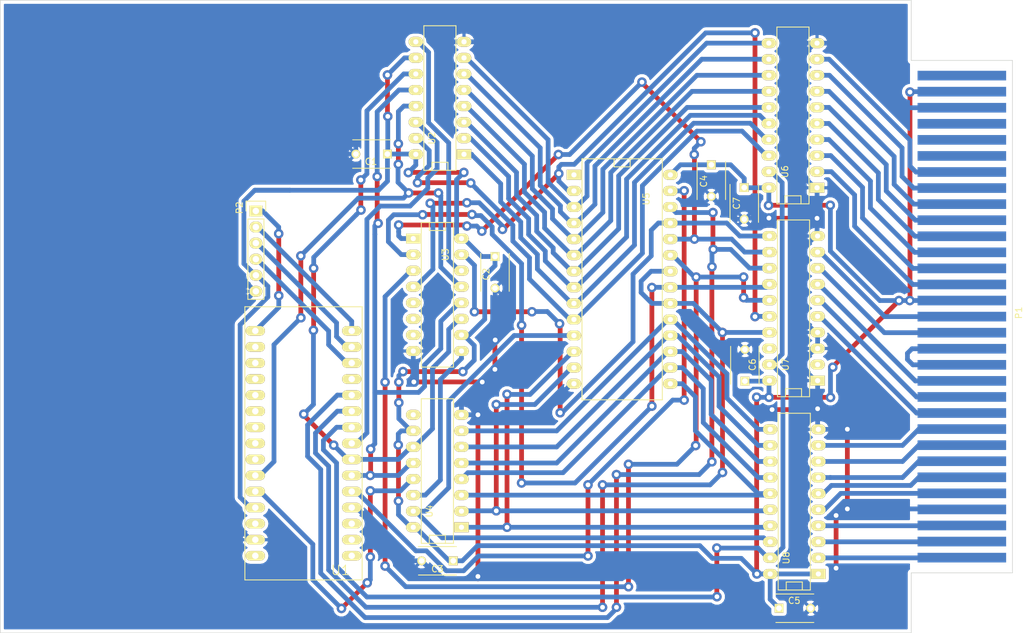
<source format=kicad_pcb>
(kicad_pcb (version 4) (host pcbnew "(2015-06-22 BZR 5801)-product")

  (general
    (links 132)
    (no_connects 0)
    (area 65.949999 48.449999 229.051191 148.550001)
    (thickness 1.6)
    (drawings 8)
    (tracks 920)
    (zones 0)
    (modules 17)
    (nets 86)
  )

  (page A4)
  (title_block
    (title "Interton VC4000 MultiRom Cartridge")
    (date "Thursday, June 25, 2015")
    (rev 0.1)
    (company "Mario Keller and Johannes Maibaum")
  )

  (layers
    (0 F.Cu signal)
    (31 B.Cu signal)
    (32 B.Adhes user)
    (33 F.Adhes user)
    (34 B.Paste user)
    (35 F.Paste user)
    (36 B.SilkS user)
    (37 F.SilkS user)
    (38 B.Mask user)
    (39 F.Mask user)
    (40 Dwgs.User user)
    (41 Cmts.User user)
    (42 Eco1.User user)
    (43 Eco2.User user)
    (44 Edge.Cuts user)
    (45 Margin user)
    (46 B.CrtYd user)
    (47 F.CrtYd user)
    (48 B.Fab user)
    (49 F.Fab user)
  )

  (setup
    (last_trace_width 0.75)
    (trace_clearance 0.5)
    (zone_clearance 0.508)
    (zone_45_only no)
    (trace_min 0.254)
    (segment_width 0.2)
    (edge_width 0.1)
    (via_size 1.5)
    (via_drill 0.75)
    (via_min_size 0.889)
    (via_min_drill 0.508)
    (uvia_size 0.508)
    (uvia_drill 0.127)
    (uvias_allowed no)
    (uvia_min_size 0.508)
    (uvia_min_drill 0.127)
    (pcb_text_width 0.3)
    (pcb_text_size 1.5 1.5)
    (mod_edge_width 0.15)
    (mod_text_size 1 1)
    (mod_text_width 0.15)
    (pad_size 1.5 1.5)
    (pad_drill 0.6)
    (pad_to_mask_clearance 0)
    (aux_axis_origin 0 0)
    (visible_elements FFFFFF7F)
    (pcbplotparams
      (layerselection 0x00030_80000001)
      (usegerberextensions false)
      (excludeedgelayer true)
      (linewidth 0.100000)
      (plotframeref false)
      (viasonmask false)
      (mode 1)
      (useauxorigin false)
      (hpglpennumber 1)
      (hpglpenspeed 20)
      (hpglpendiameter 15)
      (hpglpenoverlay 2)
      (psnegative false)
      (psa4output false)
      (plotreference true)
      (plotvalue true)
      (plotinvisibletext false)
      (padsonsilk false)
      (subtractmaskfromsilk false)
      (outputformat 5)
      (mirror false)
      (drillshape 0)
      (scaleselection 1)
      (outputdirectory ""))
  )

  (net 0 "")
  (net 1 "Net-(P1-Pad31)")
  (net 2 "Net-(P1-Pad28)")
  (net 3 "Net-(P1-Pad27)")
  (net 4 "Net-(P1-Pad26)")
  (net 5 /A7)
  (net 6 /A6)
  (net 7 /A5)
  (net 8 /A4)
  (net 9 /A3)
  (net 10 /A2)
  (net 11 /A1)
  (net 12 /A0)
  (net 13 VCC)
  (net 14 /A8)
  (net 15 /A9)
  (net 16 "Net-(P1-Pad13)")
  (net 17 "Net-(P1-Pad12)")
  (net 18 /A10)
  (net 19 /A11)
  (net 20 /D7)
  (net 21 /D6)
  (net 22 /D5)
  (net 23 /D4)
  (net 24 /D3)
  (net 25 GND)
  (net 26 /D2)
  (net 27 /D1)
  (net 28 /D0)
  (net 29 CE2SRAM)
  (net 30 CE1SRAM)
  (net 31 OEVCBUS)
  (net 32 "Net-(U1-Pad6)")
  (net 33 WESRAM)
  (net 34 "Net-(U1-Pad2)")
  (net 35 "Net-(U1-Pad1)")
  (net 36 "Net-(U1-Pad30)")
  (net 37 "Net-(U1-Pad28)")
  (net 38 "Net-(U1-Pad26)")
  (net 39 "Net-(U1-Pad22)")
  (net 40 "Net-(U1-Pad21)")
  (net 41 "Net-(U1-Pad20)")
  (net 42 "Net-(U2-Pad9)")
  (net 43 /A12)
  (net 44 "Net-(U3-Pad5)")
  (net 45 "Net-(U3-Pad6)")
  (net 46 "Net-(U3-Pad7)")
  (net 47 "Net-(U3-Pad9)")
  (net 48 "Net-(U4-Pad9)")
  (net 49 "Net-(U5-Pad1)")
  (net 50 /EA7)
  (net 51 /EA6)
  (net 52 /EA5)
  (net 53 /EA4)
  (net 54 /EA3)
  (net 55 /EA2)
  (net 56 /EA1)
  (net 57 /EA0)
  (net 58 /EA8)
  (net 59 /EA9)
  (net 60 /EA10)
  (net 61 /EA11)
  (net 62 /ED2)
  (net 63 /ED1)
  (net 64 /ED0)
  (net 65 /ED7)
  (net 66 /ED6)
  (net 67 /ED5)
  (net 68 /ED4)
  (net 69 /ED3)
  (net 70 "Net-(U7-Pad2)")
  (net 71 "Net-(U7-Pad18)")
  (net 72 "Net-(P2-Pad1)")
  (net 73 "Net-(P2-Pad2)")
  (net 74 "Net-(P2-Pad3)")
  (net 75 "Net-(P2-Pad4)")
  (net 76 "Net-(U1-Pad3)")
  (net 77 "Net-(U1-Pad7)")
  (net 78 "Net-(U1-Pad8)")
  (net 79 "Net-(U1-Pad12)")
  (net 80 "Net-(U1-Pad17)")
  (net 81 "Net-(U1-Pad18)")
  (net 82 "Net-(U1-Pad19)")
  (net 83 "Net-(U1-Pad23)")
  (net 84 "Net-(U1-Pad24)")
  (net 85 "Net-(U1-Pad25)")

  (net_class Default "This is the default net class."
    (clearance 0.5)
    (trace_width 0.75)
    (via_dia 1.5)
    (via_drill 0.75)
    (uvia_dia 0.508)
    (uvia_drill 0.127)
    (add_net /A0)
    (add_net /A1)
    (add_net /A10)
    (add_net /A11)
    (add_net /A12)
    (add_net /A2)
    (add_net /A3)
    (add_net /A4)
    (add_net /A5)
    (add_net /A6)
    (add_net /A7)
    (add_net /A8)
    (add_net /A9)
    (add_net /D0)
    (add_net /D1)
    (add_net /D2)
    (add_net /D3)
    (add_net /D4)
    (add_net /D5)
    (add_net /D6)
    (add_net /D7)
    (add_net /EA0)
    (add_net /EA1)
    (add_net /EA10)
    (add_net /EA11)
    (add_net /EA2)
    (add_net /EA3)
    (add_net /EA4)
    (add_net /EA5)
    (add_net /EA6)
    (add_net /EA7)
    (add_net /EA8)
    (add_net /EA9)
    (add_net /ED0)
    (add_net /ED1)
    (add_net /ED2)
    (add_net /ED3)
    (add_net /ED4)
    (add_net /ED5)
    (add_net /ED6)
    (add_net /ED7)
    (add_net CE1SRAM)
    (add_net CE2SRAM)
    (add_net GND)
    (add_net "Net-(P1-Pad12)")
    (add_net "Net-(P1-Pad13)")
    (add_net "Net-(P1-Pad26)")
    (add_net "Net-(P1-Pad27)")
    (add_net "Net-(P1-Pad28)")
    (add_net "Net-(P1-Pad31)")
    (add_net "Net-(P2-Pad1)")
    (add_net "Net-(P2-Pad2)")
    (add_net "Net-(P2-Pad3)")
    (add_net "Net-(P2-Pad4)")
    (add_net "Net-(U1-Pad1)")
    (add_net "Net-(U1-Pad12)")
    (add_net "Net-(U1-Pad17)")
    (add_net "Net-(U1-Pad18)")
    (add_net "Net-(U1-Pad19)")
    (add_net "Net-(U1-Pad2)")
    (add_net "Net-(U1-Pad20)")
    (add_net "Net-(U1-Pad21)")
    (add_net "Net-(U1-Pad22)")
    (add_net "Net-(U1-Pad23)")
    (add_net "Net-(U1-Pad24)")
    (add_net "Net-(U1-Pad25)")
    (add_net "Net-(U1-Pad26)")
    (add_net "Net-(U1-Pad28)")
    (add_net "Net-(U1-Pad3)")
    (add_net "Net-(U1-Pad30)")
    (add_net "Net-(U1-Pad6)")
    (add_net "Net-(U1-Pad7)")
    (add_net "Net-(U1-Pad8)")
    (add_net "Net-(U2-Pad9)")
    (add_net "Net-(U3-Pad5)")
    (add_net "Net-(U3-Pad6)")
    (add_net "Net-(U3-Pad7)")
    (add_net "Net-(U3-Pad9)")
    (add_net "Net-(U4-Pad9)")
    (add_net "Net-(U5-Pad1)")
    (add_net "Net-(U7-Pad18)")
    (add_net "Net-(U7-Pad2)")
    (add_net OEVCBUS)
    (add_net VCC)
    (add_net WESRAM)
  )

  (net_class Power ""
    (clearance 1)
    (trace_width 1.5)
    (via_dia 3)
    (via_drill 1.5)
    (uvia_dia 0.508)
    (uvia_drill 0.127)
  )

  (module Capacitors_ThroughHole:C_Disc_D6_P5 (layer F.Cu) (tedit 0) (tstamp 55855608)
    (at 127.2 72.8 180)
    (descr "Capacitor 6mm Disc, Pitch 5mm")
    (tags Capacitor)
    (path /55855363)
    (fp_text reference C1 (at 2.6 -1.2 180) (layer F.SilkS)
      (effects (font (size 1 1) (thickness 0.15)))
    )
    (fp_text value .1uF (at 2.4 1.3 180) (layer F.Fab)
      (effects (font (size 1 1) (thickness 0.15)))
    )
    (fp_line (start -0.95 -2.5) (end 5.95 -2.5) (layer F.CrtYd) (width 0.05))
    (fp_line (start 5.95 -2.5) (end 5.95 2.5) (layer F.CrtYd) (width 0.05))
    (fp_line (start 5.95 2.5) (end -0.95 2.5) (layer F.CrtYd) (width 0.05))
    (fp_line (start -0.95 2.5) (end -0.95 -2.5) (layer F.CrtYd) (width 0.05))
    (fp_line (start -0.5 -2.25) (end 5.5 -2.25) (layer F.SilkS) (width 0.15))
    (fp_line (start 5.5 2.25) (end -0.5 2.25) (layer F.SilkS) (width 0.15))
    (pad 1 thru_hole rect (at 0 0 180) (size 1.4 1.4) (drill 0.9) (layers *.Cu *.Mask F.SilkS)
      (net 13 VCC))
    (pad 2 thru_hole circle (at 5 0 180) (size 1.4 1.4) (drill 0.9) (layers *.Cu *.Mask F.SilkS)
      (net 25 GND))
    (model Capacitors_ThroughHole.3dshapes/C_Disc_D6_P5.wrl
      (at (xyz 0.0984252 0 0))
      (scale (xyz 1 1 1))
      (rotate (xyz 0 0 0))
    )
  )

  (module Housings_DIP:DIP-16__300_ELL (layer F.Cu) (tedit 0) (tstamp 55393907)
    (at 135.09 95.05 270)
    (descr "16 pins DIL package, elliptical pads")
    (tags DIL)
    (path /54872016)
    (fp_text reference U3 (at -6.35 -1.27 270) (layer F.SilkS)
      (effects (font (size 1 1) (thickness 0.15)))
    )
    (fp_text value 74HC595 (at 1.27 1.27 270) (layer F.Fab)
      (effects (font (size 1 1) (thickness 0.15)))
    )
    (fp_line (start -11.43 -1.27) (end -11.43 -1.27) (layer F.SilkS) (width 0.15))
    (fp_line (start -11.43 -1.27) (end -10.16 -1.27) (layer F.SilkS) (width 0.15))
    (fp_line (start -10.16 -1.27) (end -10.16 1.27) (layer F.SilkS) (width 0.15))
    (fp_line (start -10.16 1.27) (end -11.43 1.27) (layer F.SilkS) (width 0.15))
    (fp_line (start -11.43 -2.54) (end 11.43 -2.54) (layer F.SilkS) (width 0.15))
    (fp_line (start 11.43 -2.54) (end 11.43 2.54) (layer F.SilkS) (width 0.15))
    (fp_line (start 11.43 2.54) (end -11.43 2.54) (layer F.SilkS) (width 0.15))
    (fp_line (start -11.43 2.54) (end -11.43 -2.54) (layer F.SilkS) (width 0.15))
    (pad 1 thru_hole rect (at -8.89 3.81 270) (size 1.5748 2.286) (drill 0.8128) (layers *.Cu *.Mask F.SilkS)
      (net 15 /A9))
    (pad 2 thru_hole oval (at -6.35 3.81 270) (size 1.5748 2.286) (drill 0.8128) (layers *.Cu *.Mask F.SilkS)
      (net 18 /A10))
    (pad 3 thru_hole oval (at -3.81 3.81 270) (size 1.5748 2.286) (drill 0.8128) (layers *.Cu *.Mask F.SilkS)
      (net 19 /A11))
    (pad 4 thru_hole oval (at -1.27 3.81 270) (size 1.5748 2.286) (drill 0.8128) (layers *.Cu *.Mask F.SilkS)
      (net 43 /A12))
    (pad 5 thru_hole oval (at 1.27 3.81 270) (size 1.5748 2.286) (drill 0.8128) (layers *.Cu *.Mask F.SilkS)
      (net 44 "Net-(U3-Pad5)"))
    (pad 6 thru_hole oval (at 3.81 3.81 270) (size 1.5748 2.286) (drill 0.8128) (layers *.Cu *.Mask F.SilkS)
      (net 45 "Net-(U3-Pad6)"))
    (pad 7 thru_hole oval (at 6.35 3.81 270) (size 1.5748 2.286) (drill 0.8128) (layers *.Cu *.Mask F.SilkS)
      (net 46 "Net-(U3-Pad7)"))
    (pad 8 thru_hole oval (at 8.89 3.81 270) (size 1.5748 2.286) (drill 0.8128) (layers *.Cu *.Mask F.SilkS)
      (net 25 GND))
    (pad 9 thru_hole oval (at 8.89 -3.81 270) (size 1.5748 2.286) (drill 0.8128) (layers *.Cu *.Mask F.SilkS)
      (net 47 "Net-(U3-Pad9)"))
    (pad 10 thru_hole oval (at 6.35 -3.81 270) (size 1.5748 2.286) (drill 0.8128) (layers *.Cu *.Mask F.SilkS)
      (net 13 VCC))
    (pad 11 thru_hole oval (at 3.81 -3.81 270) (size 1.5748 2.286) (drill 0.8128) (layers *.Cu *.Mask F.SilkS)
      (net 77 "Net-(U1-Pad7)"))
    (pad 12 thru_hole oval (at 1.27 -3.81 270) (size 1.5748 2.286) (drill 0.8128) (layers *.Cu *.Mask F.SilkS)
      (net 32 "Net-(U1-Pad6)"))
    (pad 13 thru_hole oval (at -1.27 -3.81 270) (size 1.5748 2.286) (drill 0.8128) (layers *.Cu *.Mask F.SilkS)
      (net 85 "Net-(U1-Pad25)"))
    (pad 14 thru_hole oval (at -3.81 -3.81 270) (size 1.5748 2.286) (drill 0.8128) (layers *.Cu *.Mask F.SilkS)
      (net 42 "Net-(U2-Pad9)"))
    (pad 15 thru_hole oval (at -6.35 -3.81 270) (size 1.5748 2.286) (drill 0.8128) (layers *.Cu *.Mask F.SilkS)
      (net 14 /A8))
    (pad 16 thru_hole oval (at -8.89 -3.81 270) (size 1.5748 2.286) (drill 0.8128) (layers *.Cu *.Mask F.SilkS)
      (net 13 VCC))
    (model Sockets_DIP.3dshapes/DIP-16__300_ELL.wrl
      (at (xyz 0 0 0))
      (scale (xyz 1 1 1))
      (rotate (xyz 0 0 0))
    )
  )

  (module Housings_DIP:DIP-16__300_ELL (layer F.Cu) (tedit 0) (tstamp 5539391B)
    (at 135.09 122.91 90)
    (descr "16 pins DIL package, elliptical pads")
    (tags DIL)
    (path /5487203D)
    (fp_text reference U4 (at -6.35 -1.27 90) (layer F.SilkS)
      (effects (font (size 1 1) (thickness 0.15)))
    )
    (fp_text value 74HC595 (at 1.27 1.27 90) (layer F.Fab)
      (effects (font (size 1 1) (thickness 0.15)))
    )
    (fp_line (start -11.43 -1.27) (end -11.43 -1.27) (layer F.SilkS) (width 0.15))
    (fp_line (start -11.43 -1.27) (end -10.16 -1.27) (layer F.SilkS) (width 0.15))
    (fp_line (start -10.16 -1.27) (end -10.16 1.27) (layer F.SilkS) (width 0.15))
    (fp_line (start -10.16 1.27) (end -11.43 1.27) (layer F.SilkS) (width 0.15))
    (fp_line (start -11.43 -2.54) (end 11.43 -2.54) (layer F.SilkS) (width 0.15))
    (fp_line (start 11.43 -2.54) (end 11.43 2.54) (layer F.SilkS) (width 0.15))
    (fp_line (start 11.43 2.54) (end -11.43 2.54) (layer F.SilkS) (width 0.15))
    (fp_line (start -11.43 2.54) (end -11.43 -2.54) (layer F.SilkS) (width 0.15))
    (pad 1 thru_hole rect (at -8.89 3.81 90) (size 1.5748 2.286) (drill 0.8128) (layers *.Cu *.Mask F.SilkS)
      (net 27 /D1))
    (pad 2 thru_hole oval (at -6.35 3.81 90) (size 1.5748 2.286) (drill 0.8128) (layers *.Cu *.Mask F.SilkS)
      (net 26 /D2))
    (pad 3 thru_hole oval (at -3.81 3.81 90) (size 1.5748 2.286) (drill 0.8128) (layers *.Cu *.Mask F.SilkS)
      (net 24 /D3))
    (pad 4 thru_hole oval (at -1.27 3.81 90) (size 1.5748 2.286) (drill 0.8128) (layers *.Cu *.Mask F.SilkS)
      (net 23 /D4))
    (pad 5 thru_hole oval (at 1.27 3.81 90) (size 1.5748 2.286) (drill 0.8128) (layers *.Cu *.Mask F.SilkS)
      (net 22 /D5))
    (pad 6 thru_hole oval (at 3.81 3.81 90) (size 1.5748 2.286) (drill 0.8128) (layers *.Cu *.Mask F.SilkS)
      (net 21 /D6))
    (pad 7 thru_hole oval (at 6.35 3.81 90) (size 1.5748 2.286) (drill 0.8128) (layers *.Cu *.Mask F.SilkS)
      (net 20 /D7))
    (pad 8 thru_hole oval (at 8.89 3.81 90) (size 1.5748 2.286) (drill 0.8128) (layers *.Cu *.Mask F.SilkS)
      (net 25 GND))
    (pad 9 thru_hole oval (at 8.89 -3.81 90) (size 1.5748 2.286) (drill 0.8128) (layers *.Cu *.Mask F.SilkS)
      (net 48 "Net-(U4-Pad9)"))
    (pad 10 thru_hole oval (at 6.35 -3.81 90) (size 1.5748 2.286) (drill 0.8128) (layers *.Cu *.Mask F.SilkS)
      (net 13 VCC))
    (pad 11 thru_hole oval (at 3.81 -3.81 90) (size 1.5748 2.286) (drill 0.8128) (layers *.Cu *.Mask F.SilkS)
      (net 77 "Net-(U1-Pad7)"))
    (pad 12 thru_hole oval (at 1.27 -3.81 90) (size 1.5748 2.286) (drill 0.8128) (layers *.Cu *.Mask F.SilkS)
      (net 32 "Net-(U1-Pad6)"))
    (pad 13 thru_hole oval (at -1.27 -3.81 90) (size 1.5748 2.286) (drill 0.8128) (layers *.Cu *.Mask F.SilkS)
      (net 38 "Net-(U1-Pad26)"))
    (pad 14 thru_hole oval (at -3.81 -3.81 90) (size 1.5748 2.286) (drill 0.8128) (layers *.Cu *.Mask F.SilkS)
      (net 47 "Net-(U3-Pad9)"))
    (pad 15 thru_hole oval (at -6.35 -3.81 90) (size 1.5748 2.286) (drill 0.8128) (layers *.Cu *.Mask F.SilkS)
      (net 28 /D0))
    (pad 16 thru_hole oval (at -8.89 -3.81 90) (size 1.5748 2.286) (drill 0.8128) (layers *.Cu *.Mask F.SilkS)
      (net 13 VCC))
    (model Sockets_DIP.3dshapes/DIP-16__300_ELL.wrl
      (at (xyz 0 0 0))
      (scale (xyz 1 1 1))
      (rotate (xyz 0 0 0))
    )
  )

  (module Housings_DIP:DIP-16__300_ELL (layer F.Cu) (tedit 0) (tstamp 553938F3)
    (at 135.49 63.95 90)
    (descr "16 pins DIL package, elliptical pads")
    (tags DIL)
    (path /54871FDF)
    (fp_text reference U2 (at -6.35 -1.27 90) (layer F.SilkS)
      (effects (font (size 1 1) (thickness 0.15)))
    )
    (fp_text value 74HC595 (at 1.27 1.27 90) (layer F.Fab)
      (effects (font (size 1 1) (thickness 0.15)))
    )
    (fp_line (start -11.43 -1.27) (end -11.43 -1.27) (layer F.SilkS) (width 0.15))
    (fp_line (start -11.43 -1.27) (end -10.16 -1.27) (layer F.SilkS) (width 0.15))
    (fp_line (start -10.16 -1.27) (end -10.16 1.27) (layer F.SilkS) (width 0.15))
    (fp_line (start -10.16 1.27) (end -11.43 1.27) (layer F.SilkS) (width 0.15))
    (fp_line (start -11.43 -2.54) (end 11.43 -2.54) (layer F.SilkS) (width 0.15))
    (fp_line (start 11.43 -2.54) (end 11.43 2.54) (layer F.SilkS) (width 0.15))
    (fp_line (start 11.43 2.54) (end -11.43 2.54) (layer F.SilkS) (width 0.15))
    (fp_line (start -11.43 2.54) (end -11.43 -2.54) (layer F.SilkS) (width 0.15))
    (pad 1 thru_hole rect (at -8.89 3.81 90) (size 1.5748 2.286) (drill 0.8128) (layers *.Cu *.Mask F.SilkS)
      (net 11 /A1))
    (pad 2 thru_hole oval (at -6.35 3.81 90) (size 1.5748 2.286) (drill 0.8128) (layers *.Cu *.Mask F.SilkS)
      (net 10 /A2))
    (pad 3 thru_hole oval (at -3.81 3.81 90) (size 1.5748 2.286) (drill 0.8128) (layers *.Cu *.Mask F.SilkS)
      (net 9 /A3))
    (pad 4 thru_hole oval (at -1.27 3.81 90) (size 1.5748 2.286) (drill 0.8128) (layers *.Cu *.Mask F.SilkS)
      (net 8 /A4))
    (pad 5 thru_hole oval (at 1.27 3.81 90) (size 1.5748 2.286) (drill 0.8128) (layers *.Cu *.Mask F.SilkS)
      (net 7 /A5))
    (pad 6 thru_hole oval (at 3.81 3.81 90) (size 1.5748 2.286) (drill 0.8128) (layers *.Cu *.Mask F.SilkS)
      (net 6 /A6))
    (pad 7 thru_hole oval (at 6.35 3.81 90) (size 1.5748 2.286) (drill 0.8128) (layers *.Cu *.Mask F.SilkS)
      (net 5 /A7))
    (pad 8 thru_hole oval (at 8.89 3.81 90) (size 1.5748 2.286) (drill 0.8128) (layers *.Cu *.Mask F.SilkS)
      (net 25 GND))
    (pad 9 thru_hole oval (at 8.89 -3.81 90) (size 1.5748 2.286) (drill 0.8128) (layers *.Cu *.Mask F.SilkS)
      (net 42 "Net-(U2-Pad9)"))
    (pad 10 thru_hole oval (at 6.35 -3.81 90) (size 1.5748 2.286) (drill 0.8128) (layers *.Cu *.Mask F.SilkS)
      (net 13 VCC))
    (pad 11 thru_hole oval (at 3.81 -3.81 90) (size 1.5748 2.286) (drill 0.8128) (layers *.Cu *.Mask F.SilkS)
      (net 77 "Net-(U1-Pad7)"))
    (pad 12 thru_hole oval (at 1.27 -3.81 90) (size 1.5748 2.286) (drill 0.8128) (layers *.Cu *.Mask F.SilkS)
      (net 32 "Net-(U1-Pad6)"))
    (pad 13 thru_hole oval (at -1.27 -3.81 90) (size 1.5748 2.286) (drill 0.8128) (layers *.Cu *.Mask F.SilkS)
      (net 85 "Net-(U1-Pad25)"))
    (pad 14 thru_hole oval (at -3.81 -3.81 90) (size 1.5748 2.286) (drill 0.8128) (layers *.Cu *.Mask F.SilkS)
      (net 78 "Net-(U1-Pad8)"))
    (pad 15 thru_hole oval (at -6.35 -3.81 90) (size 1.5748 2.286) (drill 0.8128) (layers *.Cu *.Mask F.SilkS)
      (net 12 /A0))
    (pad 16 thru_hole oval (at -8.89 -3.81 90) (size 1.5748 2.286) (drill 0.8128) (layers *.Cu *.Mask F.SilkS)
      (net 13 VCC))
    (model Sockets_DIP.3dshapes/DIP-16__300_ELL.wrl
      (at (xyz 0 0 0))
      (scale (xyz 1 1 1))
      (rotate (xyz 0 0 0))
    )
  )

  (module Housings_DIP:DIP-28__600_ELL (layer F.Cu) (tedit 553CFAF1) (tstamp 5539393B)
    (at 164.3 92.6 270)
    (descr "28 pins DIL package, elliptical pads, width 600mil")
    (tags DIL)
    (path /54D63FC2)
    (fp_text reference U5 (at -12.7 -3.81 270) (layer F.SilkS)
      (effects (font (size 1 1) (thickness 0.15)))
    )
    (fp_text value 6264 (at 0.635 3.81 450) (layer F.Fab)
      (effects (font (size 1 1) (thickness 0.15)))
    )
    (fp_line (start -19.05 -1.27) (end -19.05 -1.27) (layer F.SilkS) (width 0.15))
    (fp_line (start -19.05 -1.27) (end -17.78 -1.27) (layer F.SilkS) (width 0.15))
    (fp_line (start -17.78 -1.27) (end -17.78 1.27) (layer F.SilkS) (width 0.15))
    (fp_line (start -17.78 1.27) (end -19.05 1.27) (layer F.SilkS) (width 0.15))
    (fp_line (start -19.05 -6.35) (end 19.05 -6.35) (layer F.SilkS) (width 0.15))
    (fp_line (start 19.05 -6.35) (end 19.05 6.35) (layer F.SilkS) (width 0.15))
    (fp_line (start 19.05 6.35) (end -19.05 6.35) (layer F.SilkS) (width 0.15))
    (fp_line (start -19.05 6.35) (end -19.05 -6.35) (layer F.SilkS) (width 0.15))
    (pad 1 thru_hole rect (at -16.51 7.62 270) (size 1.5748 2.286) (drill 0.8128) (layers *.Cu *.Mask F.SilkS)
      (net 49 "Net-(U5-Pad1)"))
    (pad 2 thru_hole oval (at -13.97 7.62 270) (size 1.5748 2.286) (drill 0.8128) (layers *.Cu *.Mask F.SilkS)
      (net 43 /A12))
    (pad 3 thru_hole oval (at -11.43 7.62 270) (size 1.5748 2.286) (drill 0.8128) (layers *.Cu *.Mask F.SilkS)
      (net 5 /A7))
    (pad 4 thru_hole oval (at -8.89 7.62 270) (size 1.5748 2.286) (drill 0.8128) (layers *.Cu *.Mask F.SilkS)
      (net 6 /A6))
    (pad 5 thru_hole oval (at -6.35 7.62 270) (size 1.5748 2.286) (drill 0.8128) (layers *.Cu *.Mask F.SilkS)
      (net 7 /A5))
    (pad 6 thru_hole oval (at -3.81 7.62 270) (size 1.5748 2.286) (drill 0.8128) (layers *.Cu *.Mask F.SilkS)
      (net 8 /A4))
    (pad 7 thru_hole oval (at -1.27 7.62 270) (size 1.5748 2.286) (drill 0.8128) (layers *.Cu *.Mask F.SilkS)
      (net 9 /A3))
    (pad 8 thru_hole oval (at 1.27 7.62 270) (size 1.5748 2.286) (drill 0.8128) (layers *.Cu *.Mask F.SilkS)
      (net 10 /A2))
    (pad 9 thru_hole oval (at 3.81 7.62 270) (size 1.5748 2.286) (drill 0.8128) (layers *.Cu *.Mask F.SilkS)
      (net 11 /A1))
    (pad 10 thru_hole oval (at 6.35 7.62 270) (size 1.5748 2.286) (drill 0.8128) (layers *.Cu *.Mask F.SilkS)
      (net 12 /A0))
    (pad 11 thru_hole oval (at 8.89 7.62 270) (size 1.5748 2.286) (drill 0.8128) (layers *.Cu *.Mask F.SilkS)
      (net 28 /D0))
    (pad 12 thru_hole oval (at 11.43 7.62 270) (size 1.5748 2.286) (drill 0.8128) (layers *.Cu *.Mask F.SilkS)
      (net 27 /D1))
    (pad 13 thru_hole oval (at 13.97 7.62 270) (size 1.5748 2.286) (drill 0.8128) (layers *.Cu *.Mask F.SilkS)
      (net 26 /D2))
    (pad 14 thru_hole oval (at 16.51 7.62 270) (size 1.5748 2.286) (drill 0.8128) (layers *.Cu *.Mask F.SilkS)
      (net 25 GND))
    (pad 15 thru_hole oval (at 16.51 -7.62 270) (size 1.5748 2.286) (drill 0.8128) (layers *.Cu *.Mask F.SilkS)
      (net 24 /D3))
    (pad 16 thru_hole oval (at 13.97 -7.62 270) (size 1.5748 2.286) (drill 0.8128) (layers *.Cu *.Mask F.SilkS)
      (net 23 /D4))
    (pad 17 thru_hole oval (at 11.43 -7.62 270) (size 1.5748 2.286) (drill 0.8128) (layers *.Cu *.Mask F.SilkS)
      (net 22 /D5))
    (pad 18 thru_hole oval (at 8.89 -7.62 270) (size 1.5748 2.286) (drill 0.8128) (layers *.Cu *.Mask F.SilkS)
      (net 21 /D6))
    (pad 19 thru_hole oval (at 6.35 -7.62 270) (size 1.5748 2.286) (drill 0.8128) (layers *.Cu *.Mask F.SilkS)
      (net 20 /D7))
    (pad 20 thru_hole oval (at 3.81 -7.62 270) (size 1.5748 2.286) (drill 0.8128) (layers *.Cu *.Mask F.SilkS)
      (net 30 CE1SRAM))
    (pad 21 thru_hole oval (at 1.27 -7.62 270) (size 1.5748 2.286) (drill 0.8128) (layers *.Cu *.Mask F.SilkS)
      (net 18 /A10))
    (pad 22 thru_hole oval (at -1.27 -7.62 270) (size 1.5748 2.286) (drill 0.8128) (layers *.Cu *.Mask F.SilkS)
      (net 30 CE1SRAM))
    (pad 23 thru_hole oval (at -3.81 -7.62 270) (size 1.5748 2.286) (drill 0.8128) (layers *.Cu *.Mask F.SilkS)
      (net 19 /A11))
    (pad 24 thru_hole oval (at -6.35 -7.62 270) (size 1.5748 2.286) (drill 0.8128) (layers *.Cu *.Mask F.SilkS)
      (net 15 /A9))
    (pad 25 thru_hole oval (at -8.89 -7.62 270) (size 1.5748 2.286) (drill 0.8128) (layers *.Cu *.Mask F.SilkS)
      (net 14 /A8))
    (pad 26 thru_hole oval (at -11.43 -7.62 270) (size 1.5748 2.286) (drill 0.8128) (layers *.Cu *.Mask F.SilkS)
      (net 29 CE2SRAM))
    (pad 27 thru_hole oval (at -13.97 -7.62 270) (size 1.5748 2.286) (drill 0.8128) (layers *.Cu *.Mask F.SilkS)
      (net 33 WESRAM))
    (pad 28 thru_hole oval (at -16.51 -7.62 270) (size 1.5748 2.286) (drill 0.8128) (layers *.Cu *.Mask F.SilkS)
      (net 13 VCC))
    (model Sockets_DIP.3dshapes/DIP-28__600_ELL.wrl
      (at (xyz 0 0 0))
      (scale (xyz 1 1 1))
      (rotate (xyz 0 0 0))
    )
  )

  (module Housings_DIP:DIP-20__300_ELL (layer F.Cu) (tedit 0) (tstamp 55393953)
    (at 191.3 66.7 90)
    (descr "20 pins DIL package, elliptical pads")
    (tags DIL)
    (path /54D634ED)
    (fp_text reference U6 (at -8.89 -1.27 90) (layer F.SilkS)
      (effects (font (size 1 1) (thickness 0.15)))
    )
    (fp_text value 74HC245 (at 3.556 1.016 90) (layer F.Fab)
      (effects (font (size 1 1) (thickness 0.15)))
    )
    (fp_line (start -13.97 -1.27) (end -12.7 -1.27) (layer F.SilkS) (width 0.15))
    (fp_line (start -12.7 -1.27) (end -12.7 1.27) (layer F.SilkS) (width 0.15))
    (fp_line (start -12.7 1.27) (end -13.97 1.27) (layer F.SilkS) (width 0.15))
    (fp_line (start -13.97 -2.54) (end 13.97 -2.54) (layer F.SilkS) (width 0.15))
    (fp_line (start 13.97 -2.54) (end 13.97 2.54) (layer F.SilkS) (width 0.15))
    (fp_line (start 13.97 2.54) (end -13.97 2.54) (layer F.SilkS) (width 0.15))
    (fp_line (start -13.97 2.54) (end -13.97 -2.54) (layer F.SilkS) (width 0.15))
    (pad 1 thru_hole rect (at -11.43 3.81 90) (size 1.5748 2.286) (drill 0.8128) (layers *.Cu *.Mask F.SilkS)
      (net 25 GND))
    (pad 2 thru_hole oval (at -8.89 3.81 90) (size 1.5748 2.286) (drill 0.8128) (layers *.Cu *.Mask F.SilkS)
      (net 57 /EA0))
    (pad 3 thru_hole oval (at -6.35 3.81 90) (size 1.5748 2.286) (drill 0.8128) (layers *.Cu *.Mask F.SilkS)
      (net 56 /EA1))
    (pad 4 thru_hole oval (at -3.81 3.81 90) (size 1.5748 2.286) (drill 0.8128) (layers *.Cu *.Mask F.SilkS)
      (net 55 /EA2))
    (pad 5 thru_hole oval (at -1.27 3.81 90) (size 1.5748 2.286) (drill 0.8128) (layers *.Cu *.Mask F.SilkS)
      (net 54 /EA3))
    (pad 6 thru_hole oval (at 1.27 3.81 90) (size 1.5748 2.286) (drill 0.8128) (layers *.Cu *.Mask F.SilkS)
      (net 53 /EA4))
    (pad 7 thru_hole oval (at 3.81 3.81 90) (size 1.5748 2.286) (drill 0.8128) (layers *.Cu *.Mask F.SilkS)
      (net 52 /EA5))
    (pad 8 thru_hole oval (at 6.35 3.81 90) (size 1.5748 2.286) (drill 0.8128) (layers *.Cu *.Mask F.SilkS)
      (net 51 /EA6))
    (pad 9 thru_hole oval (at 8.89 3.81 90) (size 1.5748 2.286) (drill 0.8128) (layers *.Cu *.Mask F.SilkS)
      (net 50 /EA7))
    (pad 10 thru_hole oval (at 11.43 3.81 90) (size 1.5748 2.286) (drill 0.8128) (layers *.Cu *.Mask F.SilkS)
      (net 25 GND))
    (pad 11 thru_hole oval (at 11.43 -3.81 90) (size 1.5748 2.286) (drill 0.8128) (layers *.Cu *.Mask F.SilkS)
      (net 5 /A7))
    (pad 12 thru_hole oval (at 8.89 -3.81 90) (size 1.5748 2.286) (drill 0.8128) (layers *.Cu *.Mask F.SilkS)
      (net 6 /A6))
    (pad 13 thru_hole oval (at 6.35 -3.81 90) (size 1.5748 2.286) (drill 0.8128) (layers *.Cu *.Mask F.SilkS)
      (net 7 /A5))
    (pad 14 thru_hole oval (at 3.81 -3.81 90) (size 1.5748 2.286) (drill 0.8128) (layers *.Cu *.Mask F.SilkS)
      (net 8 /A4))
    (pad 15 thru_hole oval (at 1.27 -3.81 90) (size 1.5748 2.286) (drill 0.8128) (layers *.Cu *.Mask F.SilkS)
      (net 9 /A3))
    (pad 16 thru_hole oval (at -1.27 -3.81 90) (size 1.5748 2.286) (drill 0.8128) (layers *.Cu *.Mask F.SilkS)
      (net 10 /A2))
    (pad 17 thru_hole oval (at -3.81 -3.81 90) (size 1.5748 2.286) (drill 0.8128) (layers *.Cu *.Mask F.SilkS)
      (net 11 /A1))
    (pad 18 thru_hole oval (at -6.35 -3.81 90) (size 1.5748 2.286) (drill 0.8128) (layers *.Cu *.Mask F.SilkS)
      (net 12 /A0))
    (pad 19 thru_hole oval (at -8.89 -3.81 90) (size 1.5748 2.286) (drill 0.8128) (layers *.Cu *.Mask F.SilkS)
      (net 31 OEVCBUS))
    (pad 20 thru_hole oval (at -11.43 -3.81 90) (size 1.5748 2.286) (drill 0.8128) (layers *.Cu *.Mask F.SilkS)
      (net 13 VCC))
    (model Sockets_DIP.3dshapes/DIP-20__300_ELL.wrl
      (at (xyz 0 0 0))
      (scale (xyz 1 1 1))
      (rotate (xyz 0 0 0))
    )
  )

  (module Housings_DIP:DIP-20__300_ELL (layer F.Cu) (tedit 0) (tstamp 5539396B)
    (at 191.39 97.19 90)
    (descr "20 pins DIL package, elliptical pads")
    (tags DIL)
    (path /54D63519)
    (fp_text reference U7 (at -8.89 -1.27 90) (layer F.SilkS)
      (effects (font (size 1 1) (thickness 0.15)))
    )
    (fp_text value 74HC245 (at 3.556 1.016 90) (layer F.Fab)
      (effects (font (size 1 1) (thickness 0.15)))
    )
    (fp_line (start -13.97 -1.27) (end -12.7 -1.27) (layer F.SilkS) (width 0.15))
    (fp_line (start -12.7 -1.27) (end -12.7 1.27) (layer F.SilkS) (width 0.15))
    (fp_line (start -12.7 1.27) (end -13.97 1.27) (layer F.SilkS) (width 0.15))
    (fp_line (start -13.97 -2.54) (end 13.97 -2.54) (layer F.SilkS) (width 0.15))
    (fp_line (start 13.97 -2.54) (end 13.97 2.54) (layer F.SilkS) (width 0.15))
    (fp_line (start 13.97 2.54) (end -13.97 2.54) (layer F.SilkS) (width 0.15))
    (fp_line (start -13.97 2.54) (end -13.97 -2.54) (layer F.SilkS) (width 0.15))
    (pad 1 thru_hole rect (at -11.43 3.81 90) (size 1.5748 2.286) (drill 0.8128) (layers *.Cu *.Mask F.SilkS)
      (net 25 GND))
    (pad 2 thru_hole oval (at -8.89 3.81 90) (size 1.5748 2.286) (drill 0.8128) (layers *.Cu *.Mask F.SilkS)
      (net 70 "Net-(U7-Pad2)"))
    (pad 3 thru_hole oval (at -6.35 3.81 90) (size 1.5748 2.286) (drill 0.8128) (layers *.Cu *.Mask F.SilkS)
      (net 25 GND))
    (pad 4 thru_hole oval (at -3.81 3.81 90) (size 1.5748 2.286) (drill 0.8128) (layers *.Cu *.Mask F.SilkS)
      (net 25 GND))
    (pad 5 thru_hole oval (at -1.27 3.81 90) (size 1.5748 2.286) (drill 0.8128) (layers *.Cu *.Mask F.SilkS)
      (net 61 /EA11))
    (pad 6 thru_hole oval (at 1.27 3.81 90) (size 1.5748 2.286) (drill 0.8128) (layers *.Cu *.Mask F.SilkS)
      (net 60 /EA10))
    (pad 7 thru_hole oval (at 3.81 3.81 90) (size 1.5748 2.286) (drill 0.8128) (layers *.Cu *.Mask F.SilkS)
      (net 17 "Net-(P1-Pad12)"))
    (pad 8 thru_hole oval (at 6.35 3.81 90) (size 1.5748 2.286) (drill 0.8128) (layers *.Cu *.Mask F.SilkS)
      (net 59 /EA9))
    (pad 9 thru_hole oval (at 8.89 3.81 90) (size 1.5748 2.286) (drill 0.8128) (layers *.Cu *.Mask F.SilkS)
      (net 58 /EA8))
    (pad 10 thru_hole oval (at 11.43 3.81 90) (size 1.5748 2.286) (drill 0.8128) (layers *.Cu *.Mask F.SilkS)
      (net 25 GND))
    (pad 11 thru_hole oval (at 11.43 -3.81 90) (size 1.5748 2.286) (drill 0.8128) (layers *.Cu *.Mask F.SilkS)
      (net 14 /A8))
    (pad 12 thru_hole oval (at 8.89 -3.81 90) (size 1.5748 2.286) (drill 0.8128) (layers *.Cu *.Mask F.SilkS)
      (net 15 /A9))
    (pad 13 thru_hole oval (at 6.35 -3.81 90) (size 1.5748 2.286) (drill 0.8128) (layers *.Cu *.Mask F.SilkS)
      (net 29 CE2SRAM))
    (pad 14 thru_hole oval (at 3.81 -3.81 90) (size 1.5748 2.286) (drill 0.8128) (layers *.Cu *.Mask F.SilkS)
      (net 18 /A10))
    (pad 15 thru_hole oval (at 1.27 -3.81 90) (size 1.5748 2.286) (drill 0.8128) (layers *.Cu *.Mask F.SilkS)
      (net 19 /A11))
    (pad 16 thru_hole oval (at -1.27 -3.81 90) (size 1.5748 2.286) (drill 0.8128) (layers *.Cu *.Mask F.SilkS)
      (net 43 /A12))
    (pad 17 thru_hole oval (at -3.81 -3.81 90) (size 1.5748 2.286) (drill 0.8128) (layers *.Cu *.Mask F.SilkS)
      (net 30 CE1SRAM))
    (pad 18 thru_hole oval (at -6.35 -3.81 90) (size 1.5748 2.286) (drill 0.8128) (layers *.Cu *.Mask F.SilkS)
      (net 71 "Net-(U7-Pad18)"))
    (pad 19 thru_hole oval (at -8.89 -3.81 90) (size 1.5748 2.286) (drill 0.8128) (layers *.Cu *.Mask F.SilkS)
      (net 31 OEVCBUS))
    (pad 20 thru_hole oval (at -11.43 -3.81 90) (size 1.5748 2.286) (drill 0.8128) (layers *.Cu *.Mask F.SilkS)
      (net 13 VCC))
    (model Sockets_DIP.3dshapes/DIP-20__300_ELL.wrl
      (at (xyz 0 0 0))
      (scale (xyz 1 1 1))
      (rotate (xyz 0 0 0))
    )
  )

  (module Housings_DIP:DIP-20__300_ELL (layer F.Cu) (tedit 0) (tstamp 55393983)
    (at 191.51 127.75 90)
    (descr "20 pins DIL package, elliptical pads")
    (tags DIL)
    (path /54D63544)
    (fp_text reference U8 (at -8.89 -1.27 90) (layer F.SilkS)
      (effects (font (size 1 1) (thickness 0.15)))
    )
    (fp_text value 74HC245 (at 3.556 1.016 90) (layer F.Fab)
      (effects (font (size 1 1) (thickness 0.15)))
    )
    (fp_line (start -13.97 -1.27) (end -12.7 -1.27) (layer F.SilkS) (width 0.15))
    (fp_line (start -12.7 -1.27) (end -12.7 1.27) (layer F.SilkS) (width 0.15))
    (fp_line (start -12.7 1.27) (end -13.97 1.27) (layer F.SilkS) (width 0.15))
    (fp_line (start -13.97 -2.54) (end 13.97 -2.54) (layer F.SilkS) (width 0.15))
    (fp_line (start 13.97 -2.54) (end 13.97 2.54) (layer F.SilkS) (width 0.15))
    (fp_line (start 13.97 2.54) (end -13.97 2.54) (layer F.SilkS) (width 0.15))
    (fp_line (start -13.97 2.54) (end -13.97 -2.54) (layer F.SilkS) (width 0.15))
    (pad 1 thru_hole rect (at -11.43 3.81 90) (size 1.5748 2.286) (drill 0.8128) (layers *.Cu *.Mask F.SilkS)
      (net 13 VCC))
    (pad 2 thru_hole oval (at -8.89 3.81 90) (size 1.5748 2.286) (drill 0.8128) (layers *.Cu *.Mask F.SilkS)
      (net 64 /ED0))
    (pad 3 thru_hole oval (at -6.35 3.81 90) (size 1.5748 2.286) (drill 0.8128) (layers *.Cu *.Mask F.SilkS)
      (net 63 /ED1))
    (pad 4 thru_hole oval (at -3.81 3.81 90) (size 1.5748 2.286) (drill 0.8128) (layers *.Cu *.Mask F.SilkS)
      (net 62 /ED2))
    (pad 5 thru_hole oval (at -1.27 3.81 90) (size 1.5748 2.286) (drill 0.8128) (layers *.Cu *.Mask F.SilkS)
      (net 69 /ED3))
    (pad 6 thru_hole oval (at 1.27 3.81 90) (size 1.5748 2.286) (drill 0.8128) (layers *.Cu *.Mask F.SilkS)
      (net 68 /ED4))
    (pad 7 thru_hole oval (at 3.81 3.81 90) (size 1.5748 2.286) (drill 0.8128) (layers *.Cu *.Mask F.SilkS)
      (net 67 /ED5))
    (pad 8 thru_hole oval (at 6.35 3.81 90) (size 1.5748 2.286) (drill 0.8128) (layers *.Cu *.Mask F.SilkS)
      (net 66 /ED6))
    (pad 9 thru_hole oval (at 8.89 3.81 90) (size 1.5748 2.286) (drill 0.8128) (layers *.Cu *.Mask F.SilkS)
      (net 65 /ED7))
    (pad 10 thru_hole oval (at 11.43 3.81 90) (size 1.5748 2.286) (drill 0.8128) (layers *.Cu *.Mask F.SilkS)
      (net 25 GND))
    (pad 11 thru_hole oval (at 11.43 -3.81 90) (size 1.5748 2.286) (drill 0.8128) (layers *.Cu *.Mask F.SilkS)
      (net 20 /D7))
    (pad 12 thru_hole oval (at 8.89 -3.81 90) (size 1.5748 2.286) (drill 0.8128) (layers *.Cu *.Mask F.SilkS)
      (net 21 /D6))
    (pad 13 thru_hole oval (at 6.35 -3.81 90) (size 1.5748 2.286) (drill 0.8128) (layers *.Cu *.Mask F.SilkS)
      (net 22 /D5))
    (pad 14 thru_hole oval (at 3.81 -3.81 90) (size 1.5748 2.286) (drill 0.8128) (layers *.Cu *.Mask F.SilkS)
      (net 23 /D4))
    (pad 15 thru_hole oval (at 1.27 -3.81 90) (size 1.5748 2.286) (drill 0.8128) (layers *.Cu *.Mask F.SilkS)
      (net 24 /D3))
    (pad 16 thru_hole oval (at -1.27 -3.81 90) (size 1.5748 2.286) (drill 0.8128) (layers *.Cu *.Mask F.SilkS)
      (net 26 /D2))
    (pad 17 thru_hole oval (at -3.81 -3.81 90) (size 1.5748 2.286) (drill 0.8128) (layers *.Cu *.Mask F.SilkS)
      (net 27 /D1))
    (pad 18 thru_hole oval (at -6.35 -3.81 90) (size 1.5748 2.286) (drill 0.8128) (layers *.Cu *.Mask F.SilkS)
      (net 28 /D0))
    (pad 19 thru_hole oval (at -8.89 -3.81 90) (size 1.5748 2.286) (drill 0.8128) (layers *.Cu *.Mask F.SilkS)
      (net 31 OEVCBUS))
    (pad 20 thru_hole oval (at -11.43 -3.81 90) (size 1.5748 2.286) (drill 0.8128) (layers *.Cu *.Mask F.SilkS)
      (net 13 VCC))
    (model Sockets_DIP.3dshapes/DIP-20__300_ELL.wrl
      (at (xyz 0 0 0))
      (scale (xyz 1 1 1))
      (rotate (xyz 0 0 0))
    )
  )

  (module VC4000_MultiRom:VC4000_CartridgeBus (layer F.Cu) (tedit 55854D6E) (tstamp 553938AA)
    (at 218 98.5 90)
    (path /54D6988D)
    (fp_text reference P1 (at 0.6 9 90) (layer F.SilkS)
      (effects (font (size 1 1) (thickness 0.15)))
    )
    (fp_text value VC4000_Cartridge_Bus (at 0 0 90) (layer F.Fab)
      (effects (font (size 1 1) (thickness 0.15)))
    )
    (pad 31 connect rect (at 38.1 0 90) (size 1.524 14) (layers B.Cu F.Mask)
      (net 1 "Net-(P1-Pad31)"))
    (pad 30 connect rect (at 35.56 0 90) (size 1.524 14) (layers B.Cu F.Mask)
      (net 13 VCC))
    (pad 29 connect rect (at 33.02 0 90) (size 1.524 14) (layers B.Cu F.Mask)
      (net 25 GND))
    (pad 28 connect rect (at 30.48 0 90) (size 1.524 14) (layers B.Cu F.Mask)
      (net 2 "Net-(P1-Pad28)"))
    (pad 27 connect rect (at 27.94 0 90) (size 1.524 14) (layers B.Cu F.Mask)
      (net 3 "Net-(P1-Pad27)"))
    (pad 26 connect rect (at 25.4 0 90) (size 1.524 14) (layers B.Cu F.Mask)
      (net 4 "Net-(P1-Pad26)"))
    (pad 25 connect rect (at 22.86 0 90) (size 1.524 14) (layers B.Cu F.Mask)
      (net 50 /EA7))
    (pad 24 connect rect (at 20.32 0 90) (size 1.524 14) (layers B.Cu F.Mask)
      (net 51 /EA6))
    (pad 23 connect rect (at 17.78 0 90) (size 1.524 14) (layers B.Cu F.Mask)
      (net 52 /EA5))
    (pad 22 connect rect (at 15.24 0 90) (size 1.524 14) (layers B.Cu F.Mask)
      (net 53 /EA4))
    (pad 21 connect rect (at 12.7 0 90) (size 1.524 14) (layers B.Cu F.Mask)
      (net 54 /EA3))
    (pad 20 connect rect (at 10.16 0 90) (size 1.524 14) (layers B.Cu F.Mask)
      (net 55 /EA2))
    (pad 19 connect rect (at 7.62 0 90) (size 1.524 14) (layers B.Cu F.Mask)
      (net 56 /EA1))
    (pad 18 connect rect (at 5.08 0 90) (size 1.524 14) (layers B.Cu F.Mask)
      (net 57 /EA0))
    (pad 17 connect rect (at 2.54 0 90) (size 1.524 14) (layers B.Cu F.Mask)
      (net 13 VCC))
    (pad 16 connect rect (at 0 0 90) (size 1.524 14) (layers B.Cu F.Mask)
      (net 58 /EA8))
    (pad 15 connect rect (at -2.54 0 90) (size 1.524 14) (layers B.Cu F.Mask)
      (net 59 /EA9))
    (pad 14 connect rect (at -5.08 0 90) (size 1.524 14) (layers B.Cu F.Mask)
      (net 16 "Net-(P1-Pad13)"))
    (pad 13 connect rect (at -7.62 0 90) (size 1.524 14) (layers B.Cu F.Mask)
      (net 16 "Net-(P1-Pad13)"))
    (pad 12 connect rect (at -10.16 0 90) (size 1.524 14) (layers B.Cu F.Mask)
      (net 17 "Net-(P1-Pad12)"))
    (pad 11 connect rect (at -12.7 0 90) (size 1.524 14) (layers B.Cu F.Mask)
      (net 60 /EA10))
    (pad 10 connect rect (at -15.24 0 90) (size 1.524 14) (layers B.Cu F.Mask)
      (net 61 /EA11))
    (pad 9 connect rect (at -17.78 0 90) (size 1.524 14) (layers B.Cu F.Mask)
      (net 65 /ED7))
    (pad 8 connect rect (at -20.32 0 90) (size 1.524 14) (layers B.Cu F.Mask)
      (net 66 /ED6))
    (pad 7 connect rect (at -22.86 0 90) (size 1.524 14) (layers B.Cu F.Mask)
      (net 67 /ED5))
    (pad 6 connect rect (at -25.4 0 90) (size 1.524 14) (layers B.Cu F.Mask)
      (net 68 /ED4))
    (pad 5 connect rect (at -27.94 0 90) (size 1.524 14) (layers B.Cu F.Mask)
      (net 69 /ED3))
    (pad 4 connect rect (at -30.48 0 90) (size 1.524 14) (layers B.Cu F.Mask)
      (net 25 GND))
    (pad 3 connect rect (at -33.02 0 90) (size 1.524 14) (layers B.Cu F.Mask)
      (net 62 /ED2))
    (pad 2 connect rect (at -35.56 0 90) (size 1.524 14) (layers B.Cu F.Mask)
      (net 63 /ED1))
    (pad 1 connect rect (at -38.1 0 90) (size 1.524 14) (layers B.Cu F.Mask)
      (net 64 /ED0))
  )

  (module Capacitors_ThroughHole:C_Disc_D6_P5 (layer F.Cu) (tedit 0) (tstamp 5585560E)
    (at 144.2 89 270)
    (descr "Capacitor 6mm Disc, Pitch 5mm")
    (tags Capacitor)
    (path /558556DE)
    (fp_text reference C2 (at 2.8 1.4 270) (layer F.SilkS)
      (effects (font (size 1 1) (thickness 0.15)))
    )
    (fp_text value .1uF (at 2.7 -1.2 270) (layer F.Fab)
      (effects (font (size 1 1) (thickness 0.15)))
    )
    (fp_line (start -0.95 -2.5) (end 5.95 -2.5) (layer F.CrtYd) (width 0.05))
    (fp_line (start 5.95 -2.5) (end 5.95 2.5) (layer F.CrtYd) (width 0.05))
    (fp_line (start 5.95 2.5) (end -0.95 2.5) (layer F.CrtYd) (width 0.05))
    (fp_line (start -0.95 2.5) (end -0.95 -2.5) (layer F.CrtYd) (width 0.05))
    (fp_line (start -0.5 -2.25) (end 5.5 -2.25) (layer F.SilkS) (width 0.15))
    (fp_line (start 5.5 2.25) (end -0.5 2.25) (layer F.SilkS) (width 0.15))
    (pad 1 thru_hole rect (at 0 0 270) (size 1.4 1.4) (drill 0.9) (layers *.Cu *.Mask F.SilkS)
      (net 13 VCC))
    (pad 2 thru_hole circle (at 5 0 270) (size 1.4 1.4) (drill 0.9) (layers *.Cu *.Mask F.SilkS)
      (net 25 GND))
    (model Capacitors_ThroughHole.3dshapes/C_Disc_D6_P5.wrl
      (at (xyz 0.0984252 0 0))
      (scale (xyz 1 1 1))
      (rotate (xyz 0 0 0))
    )
  )

  (module Capacitors_ThroughHole:C_Disc_D6_P5 (layer F.Cu) (tedit 0) (tstamp 55855614)
    (at 137.6 137.1 180)
    (descr "Capacitor 6mm Disc, Pitch 5mm")
    (tags Capacitor)
    (path /55855710)
    (fp_text reference C3 (at 2.5 -1.3 180) (layer F.SilkS)
      (effects (font (size 1 1) (thickness 0.15)))
    )
    (fp_text value .1uF (at 2.3 1.2 180) (layer F.Fab)
      (effects (font (size 1 1) (thickness 0.15)))
    )
    (fp_line (start -0.95 -2.5) (end 5.95 -2.5) (layer F.CrtYd) (width 0.05))
    (fp_line (start 5.95 -2.5) (end 5.95 2.5) (layer F.CrtYd) (width 0.05))
    (fp_line (start 5.95 2.5) (end -0.95 2.5) (layer F.CrtYd) (width 0.05))
    (fp_line (start -0.95 2.5) (end -0.95 -2.5) (layer F.CrtYd) (width 0.05))
    (fp_line (start -0.5 -2.25) (end 5.5 -2.25) (layer F.SilkS) (width 0.15))
    (fp_line (start 5.5 2.25) (end -0.5 2.25) (layer F.SilkS) (width 0.15))
    (pad 1 thru_hole rect (at 0 0 180) (size 1.4 1.4) (drill 0.9) (layers *.Cu *.Mask F.SilkS)
      (net 13 VCC))
    (pad 2 thru_hole circle (at 5 0 180) (size 1.4 1.4) (drill 0.9) (layers *.Cu *.Mask F.SilkS)
      (net 25 GND))
    (model Capacitors_ThroughHole.3dshapes/C_Disc_D6_P5.wrl
      (at (xyz 0.0984252 0 0))
      (scale (xyz 1 1 1))
      (rotate (xyz 0 0 0))
    )
  )

  (module Capacitors_ThroughHole:C_Disc_D6_P5 (layer F.Cu) (tedit 0) (tstamp 5585561A)
    (at 178.4 74.5 270)
    (descr "Capacitor 6mm Disc, Pitch 5mm")
    (tags Capacitor)
    (path /55855748)
    (fp_text reference C4 (at 2.6 1.2 270) (layer F.SilkS)
      (effects (font (size 1 1) (thickness 0.15)))
    )
    (fp_text value .1uF (at 2.4 -1.1 270) (layer F.Fab)
      (effects (font (size 1 1) (thickness 0.15)))
    )
    (fp_line (start -0.95 -2.5) (end 5.95 -2.5) (layer F.CrtYd) (width 0.05))
    (fp_line (start 5.95 -2.5) (end 5.95 2.5) (layer F.CrtYd) (width 0.05))
    (fp_line (start 5.95 2.5) (end -0.95 2.5) (layer F.CrtYd) (width 0.05))
    (fp_line (start -0.95 2.5) (end -0.95 -2.5) (layer F.CrtYd) (width 0.05))
    (fp_line (start -0.5 -2.25) (end 5.5 -2.25) (layer F.SilkS) (width 0.15))
    (fp_line (start 5.5 2.25) (end -0.5 2.25) (layer F.SilkS) (width 0.15))
    (pad 1 thru_hole rect (at 0 0 270) (size 1.4 1.4) (drill 0.9) (layers *.Cu *.Mask F.SilkS)
      (net 13 VCC))
    (pad 2 thru_hole circle (at 5 0 270) (size 1.4 1.4) (drill 0.9) (layers *.Cu *.Mask F.SilkS)
      (net 25 GND))
    (model Capacitors_ThroughHole.3dshapes/C_Disc_D6_P5.wrl
      (at (xyz 0.0984252 0 0))
      (scale (xyz 1 1 1))
      (rotate (xyz 0 0 0))
    )
  )

  (module Capacitors_ThroughHole:C_Disc_D6_P5 (layer F.Cu) (tedit 0) (tstamp 55855620)
    (at 189.1 144.6)
    (descr "Capacitor 6mm Disc, Pitch 5mm")
    (tags Capacitor)
    (path /55855787)
    (fp_text reference C5 (at 2.4 -1.2) (layer F.SilkS)
      (effects (font (size 1 1) (thickness 0.15)))
    )
    (fp_text value .1uF (at 2.3 1.4) (layer F.Fab)
      (effects (font (size 1 1) (thickness 0.15)))
    )
    (fp_line (start -0.95 -2.5) (end 5.95 -2.5) (layer F.CrtYd) (width 0.05))
    (fp_line (start 5.95 -2.5) (end 5.95 2.5) (layer F.CrtYd) (width 0.05))
    (fp_line (start 5.95 2.5) (end -0.95 2.5) (layer F.CrtYd) (width 0.05))
    (fp_line (start -0.95 2.5) (end -0.95 -2.5) (layer F.CrtYd) (width 0.05))
    (fp_line (start -0.5 -2.25) (end 5.5 -2.25) (layer F.SilkS) (width 0.15))
    (fp_line (start 5.5 2.25) (end -0.5 2.25) (layer F.SilkS) (width 0.15))
    (pad 1 thru_hole rect (at 0 0) (size 1.4 1.4) (drill 0.9) (layers *.Cu *.Mask F.SilkS)
      (net 13 VCC))
    (pad 2 thru_hole circle (at 5 0) (size 1.4 1.4) (drill 0.9) (layers *.Cu *.Mask F.SilkS)
      (net 25 GND))
    (model Capacitors_ThroughHole.3dshapes/C_Disc_D6_P5.wrl
      (at (xyz 0.0984252 0 0))
      (scale (xyz 1 1 1))
      (rotate (xyz 0 0 0))
    )
  )

  (module Capacitors_ThroughHole:C_Disc_D6_P5 (layer F.Cu) (tedit 0) (tstamp 55855626)
    (at 183.7 108.7 90)
    (descr "Capacitor 6mm Disc, Pitch 5mm")
    (tags Capacitor)
    (path /558557C4)
    (fp_text reference C6 (at 2.6 1.2 270) (layer F.SilkS)
      (effects (font (size 1 1) (thickness 0.15)))
    )
    (fp_text value .1uF (at 2.7 -1.2 90) (layer F.Fab)
      (effects (font (size 1 1) (thickness 0.15)))
    )
    (fp_line (start -0.95 -2.5) (end 5.95 -2.5) (layer F.CrtYd) (width 0.05))
    (fp_line (start 5.95 -2.5) (end 5.95 2.5) (layer F.CrtYd) (width 0.05))
    (fp_line (start 5.95 2.5) (end -0.95 2.5) (layer F.CrtYd) (width 0.05))
    (fp_line (start -0.95 2.5) (end -0.95 -2.5) (layer F.CrtYd) (width 0.05))
    (fp_line (start -0.5 -2.25) (end 5.5 -2.25) (layer F.SilkS) (width 0.15))
    (fp_line (start 5.5 2.25) (end -0.5 2.25) (layer F.SilkS) (width 0.15))
    (pad 1 thru_hole rect (at 0 0 90) (size 1.4 1.4) (drill 0.9) (layers *.Cu *.Mask F.SilkS)
      (net 13 VCC))
    (pad 2 thru_hole circle (at 5 0 90) (size 1.4 1.4) (drill 0.9) (layers *.Cu *.Mask F.SilkS)
      (net 25 GND))
    (model Capacitors_ThroughHole.3dshapes/C_Disc_D6_P5.wrl
      (at (xyz 0.0984252 0 0))
      (scale (xyz 1 1 1))
      (rotate (xyz 0 0 0))
    )
  )

  (module Capacitors_ThroughHole:C_Disc_D6_P5 (layer F.Cu) (tedit 0) (tstamp 5585562C)
    (at 183.6 78.1 270)
    (descr "Capacitor 6mm Disc, Pitch 5mm")
    (tags Capacitor)
    (path /55855806)
    (fp_text reference C7 (at 2.5 1.2 270) (layer F.SilkS)
      (effects (font (size 1 1) (thickness 0.15)))
    )
    (fp_text value .1uF (at 2.6 -1.3 270) (layer F.Fab)
      (effects (font (size 1 1) (thickness 0.15)))
    )
    (fp_line (start -0.95 -2.5) (end 5.95 -2.5) (layer F.CrtYd) (width 0.05))
    (fp_line (start 5.95 -2.5) (end 5.95 2.5) (layer F.CrtYd) (width 0.05))
    (fp_line (start 5.95 2.5) (end -0.95 2.5) (layer F.CrtYd) (width 0.05))
    (fp_line (start -0.95 2.5) (end -0.95 -2.5) (layer F.CrtYd) (width 0.05))
    (fp_line (start -0.5 -2.25) (end 5.5 -2.25) (layer F.SilkS) (width 0.15))
    (fp_line (start 5.5 2.25) (end -0.5 2.25) (layer F.SilkS) (width 0.15))
    (pad 1 thru_hole rect (at 0 0 270) (size 1.4 1.4) (drill 0.9) (layers *.Cu *.Mask F.SilkS)
      (net 13 VCC))
    (pad 2 thru_hole circle (at 5 0 270) (size 1.4 1.4) (drill 0.9) (layers *.Cu *.Mask F.SilkS)
      (net 25 GND))
    (model Capacitors_ThroughHole.3dshapes/C_Disc_D6_P5.wrl
      (at (xyz 0.0984252 0 0))
      (scale (xyz 1 1 1))
      (rotate (xyz 0 0 0))
    )
  )

  (module Pin_Headers:Pin_Header_Straight_1x06 (layer F.Cu) (tedit 5587EE02) (tstamp 5587E980)
    (at 106.4 81.8)
    (descr "Through hole pin header")
    (tags "pin header")
    (path /55880347)
    (fp_text reference P2 (at -2.6 -0.5 90) (layer F.SilkS)
      (effects (font (size 1 1) (thickness 0.15)))
    )
    (fp_text value MicroSD_Breakout (at -2.6 7.3 90) (layer F.Fab)
      (effects (font (size 1 1) (thickness 0.15)))
    )
    (fp_line (start -1.75 -1.75) (end -1.75 14.45) (layer F.CrtYd) (width 0.05))
    (fp_line (start 1.75 -1.75) (end 1.75 14.45) (layer F.CrtYd) (width 0.05))
    (fp_line (start -1.75 -1.75) (end 1.75 -1.75) (layer F.CrtYd) (width 0.05))
    (fp_line (start -1.75 14.45) (end 1.75 14.45) (layer F.CrtYd) (width 0.05))
    (fp_line (start 1.27 1.27) (end 1.27 13.97) (layer F.SilkS) (width 0.15))
    (fp_line (start 1.27 13.97) (end -1.27 13.97) (layer F.SilkS) (width 0.15))
    (fp_line (start -1.27 13.97) (end -1.27 1.27) (layer F.SilkS) (width 0.15))
    (fp_line (start 1.55 -1.55) (end 1.55 0) (layer F.SilkS) (width 0.15))
    (fp_line (start 1.27 1.27) (end -1.27 1.27) (layer F.SilkS) (width 0.15))
    (fp_line (start -1.55 0) (end -1.55 -1.55) (layer F.SilkS) (width 0.15))
    (fp_line (start -1.55 -1.55) (end 1.55 -1.55) (layer F.SilkS) (width 0.15))
    (pad 1 thru_hole rect (at 0 0) (size 2.032 1.7272) (drill 1.016) (layers *.Cu *.Mask F.SilkS)
      (net 72 "Net-(P2-Pad1)"))
    (pad 2 thru_hole oval (at 0 2.54) (size 2.032 1.7272) (drill 1.016) (layers *.Cu *.Mask F.SilkS)
      (net 73 "Net-(P2-Pad2)"))
    (pad 3 thru_hole oval (at 0 5.08) (size 2.032 1.7272) (drill 1.016) (layers *.Cu *.Mask F.SilkS)
      (net 74 "Net-(P2-Pad3)"))
    (pad 4 thru_hole oval (at 0 7.62) (size 2.032 1.7272) (drill 1.016) (layers *.Cu *.Mask F.SilkS)
      (net 75 "Net-(P2-Pad4)"))
    (pad 5 thru_hole oval (at 0 10.16) (size 2.032 1.7272) (drill 1.016) (layers *.Cu *.Mask F.SilkS)
      (net 13 VCC))
    (pad 6 thru_hole oval (at 0 12.7) (size 2.032 1.7272) (drill 1.016) (layers *.Cu *.Mask F.SilkS)
      (net 25 GND))
    (model Pin_Headers.3dshapes/Pin_Header_Straight_1x06.wrl
      (at (xyz 0 -0.25 0))
      (scale (xyz 1 1 1))
      (rotate (xyz 0 0 90))
    )
  )

  (module VC4000_MultiRom:Arduino_Nano (layer F.Cu) (tedit 5588090C) (tstamp 5588130B)
    (at 121.55 136.31 180)
    (path /558812C5)
    (fp_text reference U1 (at 1.778 -2.286 180) (layer F.SilkS)
      (effects (font (size 1.5 1.5) (thickness 0.15)))
    )
    (fp_text value Arduino_Nano (at 7.62 38.1 180) (layer F.Fab)
      (effects (font (size 1.5 1.5) (thickness 0.15)))
    )
    (fp_line (start 16.891 39.37) (end -1.651 39.37) (layer F.SilkS) (width 0.15))
    (fp_line (start 16.891 -3.81) (end 16.891 39.37) (layer F.SilkS) (width 0.15))
    (fp_line (start -1.651 -3.81) (end 16.891 -3.81) (layer F.SilkS) (width 0.15))
    (fp_line (start -1.651 -3.81) (end -1.651 39.37) (layer F.SilkS) (width 0.15))
    (pad 1 thru_hole oval (at 0 0 270) (size 1.524 3.048) (drill 1.016) (layers *.Cu *.Mask F.SilkS)
      (net 35 "Net-(U1-Pad1)"))
    (pad 2 thru_hole oval (at 0 2.54 270) (size 1.524 3.048) (drill 1.016) (layers *.Cu *.Mask F.SilkS)
      (net 34 "Net-(U1-Pad2)"))
    (pad 3 thru_hole oval (at 0 5.08 270) (size 1.524 3.048) (drill 1.016) (layers *.Cu *.Mask F.SilkS)
      (net 76 "Net-(U1-Pad3)"))
    (pad 4 thru_hole oval (at 0 7.62 270) (size 1.524 3.048) (drill 1.016) (layers *.Cu *.Mask F.SilkS)
      (net 25 GND))
    (pad 5 thru_hole oval (at 0 10.16 270) (size 1.524 3.048) (drill 1.016) (layers *.Cu *.Mask F.SilkS)
      (net 33 WESRAM))
    (pad 6 thru_hole oval (at 0 12.7 270) (size 1.524 3.048) (drill 1.016) (layers *.Cu *.Mask F.SilkS)
      (net 32 "Net-(U1-Pad6)"))
    (pad 7 thru_hole oval (at 0 15.24 270) (size 1.524 3.048) (drill 1.016) (layers *.Cu *.Mask F.SilkS)
      (net 77 "Net-(U1-Pad7)"))
    (pad 8 thru_hole oval (at 0 17.78 270) (size 1.524 3.048) (drill 1.016) (layers *.Cu *.Mask F.SilkS)
      (net 78 "Net-(U1-Pad8)"))
    (pad 9 thru_hole oval (at 0 20.32 270) (size 1.524 3.048) (drill 1.016) (layers *.Cu *.Mask F.SilkS)
      (net 31 OEVCBUS))
    (pad 10 thru_hole oval (at 0 22.86 270) (size 1.524 3.048) (drill 1.016) (layers *.Cu *.Mask F.SilkS)
      (net 30 CE1SRAM))
    (pad 11 thru_hole oval (at 0 25.4 270) (size 1.524 3.048) (drill 1.016) (layers *.Cu *.Mask F.SilkS)
      (net 29 CE2SRAM))
    (pad 12 thru_hole oval (at 0 27.94 270) (size 1.524 3.048) (drill 1.016) (layers *.Cu *.Mask F.SilkS)
      (net 79 "Net-(U1-Pad12)"))
    (pad 13 thru_hole oval (at 0 30.48 270) (size 1.524 3.048) (drill 1.016) (layers *.Cu *.Mask F.SilkS)
      (net 75 "Net-(P2-Pad4)"))
    (pad 14 thru_hole oval (at 0 33.02 270) (size 1.524 3.048) (drill 1.016) (layers *.Cu *.Mask F.SilkS)
      (net 74 "Net-(P2-Pad3)"))
    (pad 15 thru_hole oval (at 0 35.56 270) (size 1.524 3.048) (drill 1.016) (layers *.Cu *.Mask F.SilkS)
      (net 73 "Net-(P2-Pad2)"))
    (pad 16 thru_hole oval (at 15.24 35.56 270) (size 1.524 3.048) (drill 1.016) (layers *.Cu *.Mask F.SilkS)
      (net 72 "Net-(P2-Pad1)"))
    (pad 17 thru_hole oval (at 15.24 33.02 270) (size 1.524 3.048) (drill 1.016) (layers *.Cu *.Mask F.SilkS)
      (net 80 "Net-(U1-Pad17)"))
    (pad 18 thru_hole oval (at 15.24 30.48 270) (size 1.524 3.048) (drill 1.016) (layers *.Cu *.Mask F.SilkS)
      (net 81 "Net-(U1-Pad18)"))
    (pad 19 thru_hole oval (at 15.24 27.94 270) (size 1.524 3.048) (drill 1.016) (layers *.Cu *.Mask F.SilkS)
      (net 82 "Net-(U1-Pad19)"))
    (pad 20 thru_hole oval (at 15.24 25.4 270) (size 1.524 3.048) (drill 1.016) (layers *.Cu *.Mask F.SilkS)
      (net 41 "Net-(U1-Pad20)"))
    (pad 21 thru_hole oval (at 15.24 22.86 270) (size 1.524 3.048) (drill 1.016) (layers *.Cu *.Mask F.SilkS)
      (net 40 "Net-(U1-Pad21)"))
    (pad 22 thru_hole oval (at 15.24 20.32 270) (size 1.524 3.048) (drill 1.016) (layers *.Cu *.Mask F.SilkS)
      (net 39 "Net-(U1-Pad22)"))
    (pad 23 thru_hole oval (at 15.24 17.78 270) (size 1.524 3.048) (drill 1.016) (layers *.Cu *.Mask F.SilkS)
      (net 83 "Net-(U1-Pad23)"))
    (pad 24 thru_hole oval (at 15.24 15.24 270) (size 1.524 3.048) (drill 1.016) (layers *.Cu *.Mask F.SilkS)
      (net 84 "Net-(U1-Pad24)"))
    (pad 25 thru_hole oval (at 15.24 12.7 270) (size 1.524 3.048) (drill 1.016) (layers *.Cu *.Mask F.SilkS)
      (net 85 "Net-(U1-Pad25)"))
    (pad 26 thru_hole oval (at 15.24 10.16 270) (size 1.524 3.048) (drill 1.016) (layers *.Cu *.Mask F.SilkS)
      (net 38 "Net-(U1-Pad26)"))
    (pad 27 thru_hole oval (at 15.24 7.62 270) (size 1.524 3.048) (drill 1.016) (layers *.Cu *.Mask F.SilkS)
      (net 13 VCC))
    (pad 28 thru_hole oval (at 15.24 5.08 270) (size 1.524 3.048) (drill 1.016) (layers *.Cu *.Mask F.SilkS)
      (net 37 "Net-(U1-Pad28)"))
    (pad 29 thru_hole oval (at 15.24 2.54 270) (size 1.524 3.048) (drill 1.016) (layers *.Cu *.Mask F.SilkS)
      (net 25 GND))
    (pad 30 thru_hole oval (at 15.24 0 270) (size 1.524 3.048) (drill 1.016) (layers *.Cu *.Mask F.SilkS)
      (net 36 "Net-(U1-Pad30)"))
  )

  (gr_line (start 66 48.5) (end 210 48.5) (angle 90) (layer Edge.Cuts) (width 0.1))
  (gr_line (start 66 148.5) (end 66 48.5) (angle 90) (layer Edge.Cuts) (width 0.1))
  (gr_line (start 210 148.5) (end 66 148.5) (angle 90) (layer Edge.Cuts) (width 0.1))
  (gr_line (start 210 139) (end 210 148.5) (angle 90) (layer Edge.Cuts) (width 0.1))
  (gr_line (start 226 139) (end 210 139) (angle 90) (layer Edge.Cuts) (width 0.1))
  (gr_line (start 210 58) (end 210 48.5) (angle 90) (layer Edge.Cuts) (width 0.1))
  (gr_line (start 226 58) (end 210 58) (angle 90) (layer Edge.Cuts) (width 0.1))
  (gr_line (start 226 139) (end 226 58) (angle 90) (layer Edge.Cuts) (width 0.1))

  (segment (start 139.3 57.6) (end 139.6556 57.6) (width 0.75) (layer B.Cu) (net 5) (status 30))
  (segment (start 152.6 77.256602) (end 156.513398 81.17) (width 0.75) (layer B.Cu) (net 5) (status 20))
  (segment (start 139.6556 57.6) (end 152.6 70.5444) (width 0.75) (layer B.Cu) (net 5) (status 10))
  (segment (start 152.6 70.5444) (end 152.6 77.256602) (width 0.75) (layer B.Cu) (net 5))
  (segment (start 156.513398 81.17) (end 156.68 81.17) (width 0.75) (layer B.Cu) (net 5) (status 30))
  (segment (start 156.68 81.17) (end 157.0356 81.17) (width 0.75) (layer B.Cu) (net 5) (status 30))
  (segment (start 157.0356 81.17) (end 158.74993 79.45567) (width 0.75) (layer B.Cu) (net 5) (status 10))
  (segment (start 177.658931 55.27) (end 187.49 55.27) (width 0.75) (layer B.Cu) (net 5) (status 20))
  (segment (start 158.74993 79.45567) (end 158.74993 74.179001) (width 0.75) (layer B.Cu) (net 5))
  (segment (start 158.74993 74.179001) (end 177.658931 55.27) (width 0.75) (layer B.Cu) (net 5))
  (segment (start 156.68 83.71) (end 156.3244 83.71) (width 0.75) (layer B.Cu) (net 6) (status 30))
  (segment (start 151.34999 71.83439) (end 139.6556 60.14) (width 0.75) (layer B.Cu) (net 6) (status 20))
  (segment (start 156.3244 83.71) (end 154.540076 81.925676) (width 0.75) (layer B.Cu) (net 6) (status 10))
  (segment (start 154.540076 81.925676) (end 154.540076 80.964458) (width 0.75) (layer B.Cu) (net 6))
  (segment (start 154.540076 80.964458) (end 151.34999 77.774372) (width 0.75) (layer B.Cu) (net 6))
  (segment (start 151.34999 77.774372) (end 151.34999 71.83439) (width 0.75) (layer B.Cu) (net 6))
  (segment (start 139.6556 60.14) (end 139.3 60.14) (width 0.75) (layer B.Cu) (net 6) (status 30))
  (segment (start 156.68 83.71) (end 157.0356 83.71) (width 0.75) (layer B.Cu) (net 6) (status 30))
  (segment (start 157.0356 83.71) (end 159.99994 80.74566) (width 0.75) (layer B.Cu) (net 6) (status 10))
  (segment (start 159.99994 80.74566) (end 159.99994 74.696772) (width 0.75) (layer B.Cu) (net 6))
  (segment (start 159.99994 74.696772) (end 176.886712 57.81) (width 0.75) (layer B.Cu) (net 6))
  (segment (start 176.886712 57.81) (end 187.49 57.81) (width 0.75) (layer B.Cu) (net 6) (status 20))
  (segment (start 156.68 86.25) (end 156.513398 86.25) (width 0.75) (layer B.Cu) (net 7) (status 30))
  (segment (start 156.513398 86.25) (end 153.290066 83.026668) (width 0.75) (layer B.Cu) (net 7) (status 10))
  (segment (start 150.09998 73.12438) (end 139.6556 62.68) (width 0.75) (layer B.Cu) (net 7) (status 20))
  (segment (start 153.290066 83.026668) (end 153.290066 81.48223) (width 0.75) (layer B.Cu) (net 7))
  (segment (start 153.290066 81.48223) (end 150.09998 78.292144) (width 0.75) (layer B.Cu) (net 7))
  (segment (start 150.09998 78.292144) (end 150.09998 73.12438) (width 0.75) (layer B.Cu) (net 7))
  (segment (start 139.6556 62.68) (end 139.3 62.68) (width 0.75) (layer B.Cu) (net 7) (status 30))
  (segment (start 156.68 86.25) (end 157.0356 86.25) (width 0.75) (layer B.Cu) (net 7) (status 30))
  (segment (start 157.0356 86.25) (end 161.24995 82.03565) (width 0.75) (layer B.Cu) (net 7) (status 10))
  (segment (start 176.114493 60.35) (end 187.49 60.35) (width 0.75) (layer B.Cu) (net 7) (status 20))
  (segment (start 161.24995 82.03565) (end 161.24995 75.214543) (width 0.75) (layer B.Cu) (net 7))
  (segment (start 161.24995 75.214543) (end 176.114493 60.35) (width 0.75) (layer B.Cu) (net 7))
  (segment (start 156.68 88.79) (end 156.3244 88.79) (width 0.75) (layer B.Cu) (net 8) (status 30))
  (segment (start 152.040056 82) (end 148.84997 78.809915) (width 0.75) (layer B.Cu) (net 8))
  (segment (start 156.3244 88.79) (end 152.040056 84.505656) (width 0.75) (layer B.Cu) (net 8) (status 10))
  (segment (start 152.040056 84.505656) (end 152.040056 82) (width 0.75) (layer B.Cu) (net 8))
  (segment (start 148.84997 78.809915) (end 148.84997 74.41437) (width 0.75) (layer B.Cu) (net 8))
  (segment (start 148.84997 74.41437) (end 139.6556 65.22) (width 0.75) (layer B.Cu) (net 8) (status 20))
  (segment (start 139.6556 65.22) (end 139.3 65.22) (width 0.75) (layer B.Cu) (net 8) (status 30))
  (segment (start 156.68 88.79) (end 157.0356 88.79) (width 0.75) (layer B.Cu) (net 8) (status 30))
  (segment (start 157.0356 88.79) (end 162.49996 83.32564) (width 0.75) (layer B.Cu) (net 8) (status 10))
  (segment (start 162.49996 83.32564) (end 162.49996 75.732314) (width 0.75) (layer B.Cu) (net 8))
  (segment (start 162.49996 75.732314) (end 175.342274 62.89) (width 0.75) (layer B.Cu) (net 8))
  (segment (start 175.342274 62.89) (end 187.49 62.89) (width 0.75) (layer B.Cu) (net 8) (status 20))
  (segment (start 156.68 91.33) (end 156.3244 91.33) (width 0.75) (layer B.Cu) (net 9) (status 30))
  (segment (start 156.3244 91.33) (end 153.40004 88.40564) (width 0.75) (layer B.Cu) (net 9) (status 10))
  (segment (start 153.40004 88.40564) (end 153.40004 87.63342) (width 0.75) (layer B.Cu) (net 9))
  (segment (start 153.40004 87.63342) (end 150.790046 85.023426) (width 0.75) (layer B.Cu) (net 9))
  (segment (start 150.790046 85.023426) (end 150.790046 82.517772) (width 0.75) (layer B.Cu) (net 9))
  (segment (start 139.3 67.76) (end 139.6556 67.76) (width 0.75) (layer B.Cu) (net 9) (status 30))
  (segment (start 139.6556 67.76) (end 147.59996 75.704361) (width 0.75) (layer B.Cu) (net 9) (status 10))
  (segment (start 147.59996 75.704361) (end 147.59996 79.327686) (width 0.75) (layer B.Cu) (net 9))
  (segment (start 147.59996 79.327686) (end 150.790046 82.517772) (width 0.75) (layer B.Cu) (net 9))
  (segment (start 156.68 91.33) (end 157.0356 91.33) (width 0.75) (layer B.Cu) (net 9) (status 30))
  (segment (start 157.0356 91.33) (end 163.74997 84.61563) (width 0.75) (layer B.Cu) (net 9) (status 10))
  (segment (start 163.74997 84.61563) (end 163.74997 76.250085) (width 0.75) (layer B.Cu) (net 9))
  (segment (start 174.570055 65.43) (end 187.49 65.43) (width 0.75) (layer B.Cu) (net 9) (status 20))
  (segment (start 163.74997 76.250085) (end 174.570055 65.43) (width 0.75) (layer B.Cu) (net 9))
  (segment (start 156.68 93.87) (end 157.0356 93.87) (width 0.75) (layer B.Cu) (net 10))
  (segment (start 157.0356 93.87) (end 164.99998 85.90562) (width 0.75) (layer B.Cu) (net 10))
  (segment (start 164.99998 85.90562) (end 164.99998 76.767856) (width 0.75) (layer B.Cu) (net 10))
  (segment (start 164.99998 76.767856) (end 175.087825 66.68001) (width 0.75) (layer B.Cu) (net 10))
  (segment (start 175.087825 66.68001) (end 186.033408 66.68001) (width 0.75) (layer B.Cu) (net 10))
  (segment (start 186.033408 66.68001) (end 187.323398 67.97) (width 0.75) (layer B.Cu) (net 10))
  (segment (start 187.323398 67.97) (end 187.49 67.97) (width 0.75) (layer B.Cu) (net 10))
  (segment (start 156.68 93.87) (end 156.3244 93.87) (width 0.75) (layer B.Cu) (net 10) (status 30))
  (segment (start 140.3 70.3) (end 139.3 70.3) (width 0.75) (layer B.Cu) (net 10) (status 30))
  (segment (start 156.3244 93.87) (end 152.15003 89.69563) (width 0.75) (layer B.Cu) (net 10) (status 10))
  (segment (start 152.15003 89.69563) (end 152.15003 88.151191) (width 0.75) (layer B.Cu) (net 10))
  (segment (start 152.15003 88.151191) (end 149.518368 85.519529) (width 0.75) (layer B.Cu) (net 10))
  (segment (start 149.518368 85.519529) (end 149.518368 83.013875) (width 0.75) (layer B.Cu) (net 10))
  (segment (start 146.34995 79.845457) (end 146.34995 76.34995) (width 0.75) (layer B.Cu) (net 10))
  (segment (start 146.34995 76.34995) (end 140.3 70.3) (width 0.75) (layer B.Cu) (net 10) (status 20))
  (segment (start 149.518368 83.013875) (end 146.34995 79.845457) (width 0.75) (layer B.Cu) (net 10))
  (segment (start 156.68 96.41) (end 157.0356 96.41) (width 0.75) (layer B.Cu) (net 11))
  (segment (start 157.0356 96.41) (end 166.24999 87.19561) (width 0.75) (layer B.Cu) (net 11))
  (segment (start 166.24999 87.19561) (end 166.24999 77.285627) (width 0.75) (layer B.Cu) (net 11))
  (segment (start 166.24999 77.285627) (end 175.605596 67.93002) (width 0.75) (layer B.Cu) (net 11))
  (segment (start 175.605596 67.93002) (end 184.55442 67.93002) (width 0.75) (layer B.Cu) (net 11))
  (segment (start 184.55442 67.93002) (end 187.1344 70.51) (width 0.75) (layer B.Cu) (net 11))
  (segment (start 187.1344 70.51) (end 187.49 70.51) (width 0.75) (layer B.Cu) (net 11))
  (segment (start 156.68 96.41) (end 156.3244 96.41) (width 0.75) (layer B.Cu) (net 11) (status 30))
  (segment (start 156.3244 96.41) (end 150.90002 90.98562) (width 0.75) (layer B.Cu) (net 11) (status 10))
  (segment (start 150.90002 90.98562) (end 150.90002 88.668962) (width 0.75) (layer B.Cu) (net 11))
  (segment (start 150.90002 88.668962) (end 148.268358 86.0373) (width 0.75) (layer B.Cu) (net 11))
  (segment (start 148.268358 86.0373) (end 148.268358 83.531644) (width 0.75) (layer B.Cu) (net 11))
  (segment (start 148.268358 83.531644) (end 145.09994 80.363228) (width 0.75) (layer B.Cu) (net 11))
  (segment (start 140.494016 72.84) (end 139.3 72.84) (width 0.75) (layer B.Cu) (net 11) (status 20))
  (segment (start 145.09994 80.363228) (end 145.09994 77.488736) (width 0.75) (layer B.Cu) (net 11))
  (segment (start 145.09994 77.488736) (end 140.494016 72.882812) (width 0.75) (layer B.Cu) (net 11))
  (segment (start 140.494016 72.882812) (end 140.494016 72.84) (width 0.75) (layer B.Cu) (net 11))
  (segment (start 156.68 98.95) (end 157.0356 98.95) (width 0.75) (layer B.Cu) (net 12))
  (segment (start 157.0356 98.95) (end 167.5 88.4856) (width 0.75) (layer B.Cu) (net 12))
  (segment (start 167.5 88.4856) (end 167.5 77.803398) (width 0.75) (layer B.Cu) (net 12))
  (segment (start 183.26443 69.18003) (end 187.1344 73.05) (width 0.75) (layer B.Cu) (net 12))
  (segment (start 167.5 77.803398) (end 176.123366 69.18003) (width 0.75) (layer B.Cu) (net 12))
  (segment (start 187.1344 73.05) (end 187.49 73.05) (width 0.75) (layer B.Cu) (net 12))
  (segment (start 176.123366 69.18003) (end 183.26443 69.18003) (width 0.75) (layer B.Cu) (net 12))
  (segment (start 156.68 98.95) (end 156.028444 98.95) (width 0.75) (layer B.Cu) (net 12) (status 30))
  (segment (start 156.028444 98.95) (end 149.65001 92.571566) (width 0.75) (layer B.Cu) (net 12) (status 10))
  (segment (start 149.65001 92.571566) (end 149.65001 89.186732) (width 0.75) (layer B.Cu) (net 12))
  (segment (start 149.65001 89.186732) (end 147.018348 86.55507) (width 0.75) (layer B.Cu) (net 12))
  (segment (start 147.018348 86.55507) (end 147.018348 84.049414) (width 0.75) (layer B.Cu) (net 12))
  (segment (start 140.369165 77.381926) (end 141.270614 78.283375) (width 0.75) (layer B.Cu) (net 12))
  (segment (start 141.270614 78.283375) (end 141.270614 78.301683) (width 0.75) (layer B.Cu) (net 12))
  (segment (start 141.270614 78.301683) (end 146.834465 83.865534) (width 0.75) (layer B.Cu) (net 12))
  (segment (start 146.834465 83.865534) (end 146.834468 83.865534) (width 0.75) (layer B.Cu) (net 12))
  (segment (start 146.834468 83.865534) (end 147.018348 84.049414) (width 0.75) (layer B.Cu) (net 12))
  (segment (start 131.94998 77.330799) (end 140.318038 77.330799) (width 0.75) (layer F.Cu) (net 12))
  (segment (start 140.318038 77.330799) (end 140.369165 77.381926) (width 0.75) (layer F.Cu) (net 12))
  (via (at 140.369165 77.381926) (size 1.5) (drill 0.75) (layers F.Cu B.Cu) (net 12))
  (segment (start 133.8 74.614996) (end 131.94998 76.465016) (width 0.75) (layer B.Cu) (net 12))
  (segment (start 131.94998 76.465016) (end 131.94998 77.330799) (width 0.75) (layer B.Cu) (net 12))
  (via (at 131.94998 77.330799) (size 1.5) (drill 0.75) (layers F.Cu B.Cu) (net 12))
  (segment (start 133.8 74.614996) (end 133.8 72.253398) (width 0.75) (layer B.Cu) (net 12))
  (segment (start 133.8 72.253398) (end 131.846602 70.3) (width 0.75) (layer B.Cu) (net 12) (status 20))
  (segment (start 131.846602 70.3) (end 131.68 70.3) (width 0.75) (layer B.Cu) (net 12) (status 30))
  (segment (start 178.4 74.5) (end 173.51 74.5) (width 0.75) (layer B.Cu) (net 13))
  (segment (start 173.51 74.5) (end 171.92 76.09) (width 0.75) (layer B.Cu) (net 13))
  (segment (start 185.599872 139.18) (end 183.132284 136.712412) (width 0.75) (layer B.Cu) (net 13))
  (segment (start 183.132284 136.712412) (end 178.5824 136.712412) (width 0.75) (layer B.Cu) (net 13))
  (segment (start 178.5824 136.712412) (end 176.582399 134.712411) (width 0.75) (layer B.Cu) (net 13))
  (segment (start 111.792208 78.524766) (end 106.220632 78.524766) (width 0.75) (layer B.Cu) (net 13))
  (segment (start 125.775233 78.524766) (end 111.792208 78.524766) (width 0.75) (layer B.Cu) (net 13))
  (segment (start 111.792208 78.524766) (end 106.220632 78.524766) (width 0.75) (layer B.Cu) (net 13))
  (segment (start 106.220632 78.524766) (end 104.508999 80.236399) (width 0.75) (layer B.Cu) (net 13))
  (segment (start 127.2 72.8) (end 127.2 77.099999) (width 0.75) (layer B.Cu) (net 13) (status 10))
  (segment (start 127.2 77.099999) (end 125.775233 78.524766) (width 0.75) (layer B.Cu) (net 13))
  (segment (start 104.508999 80.236399) (end 104.508999 90.140164) (width 0.75) (layer B.Cu) (net 13))
  (segment (start 104.508999 90.140164) (end 106.328835 91.96) (width 0.75) (layer B.Cu) (net 13) (status 20))
  (segment (start 106.328835 91.96) (end 106.4 91.96) (width 0.75) (layer B.Cu) (net 13) (status 30))
  (segment (start 178.4 74.5) (end 181.45 74.5) (width 0.75) (layer B.Cu) (net 13) (status 10))
  (segment (start 181.45 74.5) (end 183.6 76.65) (width 0.75) (layer B.Cu) (net 13))
  (segment (start 183.6 76.65) (end 183.6 78.1) (width 0.75) (layer B.Cu) (net 13) (status 20))
  (segment (start 129 108.854149) (end 129 107.84499) (width 0.75) (layer B.Cu) (net 13))
  (segment (start 129 107.84499) (end 129.65499 107.19) (width 0.75) (layer B.Cu) (net 13))
  (segment (start 129 112.104169) (end 129 108.854149) (width 0.75) (layer F.Cu) (net 13))
  (via (at 129 108.854149) (size 1.5) (drill 0.75) (layers F.Cu B.Cu) (net 13))
  (segment (start 130.9244 116.56) (end 129 114.6356) (width 0.75) (layer B.Cu) (net 13) (status 10))
  (segment (start 129 114.6356) (end 129 112.104169) (width 0.75) (layer B.Cu) (net 13))
  (via (at 129 112.104169) (size 1.5) (drill 0.75) (layers F.Cu B.Cu) (net 13))
  (segment (start 128.911305 118.786173) (end 128.911305 117.035695) (width 0.75) (layer B.Cu) (net 13))
  (segment (start 128.911305 117.035695) (end 129.387 116.56) (width 0.75) (layer B.Cu) (net 13))
  (segment (start 129.387 116.56) (end 131.28 116.56) (width 0.75) (layer B.Cu) (net 13) (status 20))
  (segment (start 128.942482 127.659688) (end 128.942482 118.81735) (width 0.75) (layer F.Cu) (net 13))
  (segment (start 128.942482 118.81735) (end 128.911305 118.786173) (width 0.75) (layer F.Cu) (net 13))
  (via (at 128.911305 118.786173) (size 1.5) (drill 0.75) (layers F.Cu B.Cu) (net 13))
  (segment (start 131.28 131.8) (end 130.9244 131.8) (width 0.75) (layer B.Cu) (net 13) (status 30))
  (segment (start 130.9244 131.8) (end 128.942482 129.818082) (width 0.75) (layer B.Cu) (net 13) (status 10))
  (segment (start 128.942482 129.818082) (end 128.942482 127.659688) (width 0.75) (layer B.Cu) (net 13))
  (via (at 128.942482 127.659688) (size 1.5) (drill 0.75) (layers F.Cu B.Cu) (net 13))
  (segment (start 144.2 89) (end 144.2 90.45) (width 0.75) (layer B.Cu) (net 13) (status 10))
  (segment (start 142.577417 98.92075) (end 140.098167 101.4) (width 0.75) (layer B.Cu) (net 13))
  (segment (start 144.2 90.45) (end 142.577417 92.072583) (width 0.75) (layer B.Cu) (net 13))
  (segment (start 142.577417 92.072583) (end 142.577417 98.92075) (width 0.75) (layer B.Cu) (net 13))
  (segment (start 140.098167 101.4) (end 138.9 101.4) (width 0.75) (layer B.Cu) (net 13) (status 20))
  (segment (start 139.119513 107.199513) (end 129.664503 107.199513) (width 0.75) (layer F.Cu) (net 13))
  (segment (start 129.664503 107.199513) (end 129.65499 107.19) (width 0.75) (layer F.Cu) (net 13))
  (via (at 129.65499 107.19) (size 1.5) (drill 0.75) (layers F.Cu B.Cu) (net 13))
  (segment (start 131.28 116.56) (end 130.9244 116.56) (width 0.75) (layer B.Cu) (net 13) (status 30))
  (segment (start 139.2556 101.4) (end 140.91801 103.06241) (width 0.75) (layer B.Cu) (net 13) (status 10))
  (via (at 139.119513 107.199513) (size 1.5) (drill 0.75) (layers F.Cu B.Cu) (net 13))
  (segment (start 140.91801 103.06241) (end 140.91801 105.401016) (width 0.75) (layer B.Cu) (net 13))
  (segment (start 140.91801 105.401016) (end 139.119513 107.199513) (width 0.75) (layer B.Cu) (net 13))
  (segment (start 127.250009 66.846446) (end 127.250009 72.749991) (width 0.75) (layer B.Cu) (net 13) (status 20))
  (segment (start 127.250009 72.749991) (end 127.2 72.8) (width 0.75) (layer B.Cu) (net 13) (status 30))
  (via (at 127.2 60.3) (size 1.5) (drill 0.75) (layers F.Cu B.Cu) (net 13))
  (segment (start 129.9 57.6) (end 127.2 60.3) (width 0.75) (layer B.Cu) (net 13))
  (segment (start 131.68 57.6) (end 129.9 57.6) (width 0.75) (layer B.Cu) (net 13) (status 10))
  (segment (start 127.2 60.3) (end 127.2 66.796437) (width 0.75) (layer F.Cu) (net 13))
  (via (at 127.250009 66.846446) (size 1.5) (drill 0.75) (layers F.Cu B.Cu) (net 13))
  (segment (start 127.2 66.796437) (end 127.250009 66.846446) (width 0.75) (layer F.Cu) (net 13))
  (segment (start 106.4 91.96) (end 106.5524 91.96) (width 0.75) (layer B.Cu) (net 13) (status 30))
  (segment (start 106.5524 91.96) (end 108.29101 93.69861) (width 0.75) (layer B.Cu) (net 13) (status 10))
  (segment (start 108.29101 93.69861) (end 108.29101 95.40139) (width 0.75) (layer B.Cu) (net 13))
  (segment (start 108.29101 95.40139) (end 103.91099 99.78141) (width 0.75) (layer B.Cu) (net 13))
  (segment (start 127.2 72.8) (end 131.64 72.8) (width 0.75) (layer B.Cu) (net 13) (status 30))
  (segment (start 131.64 72.8) (end 131.68 72.84) (width 0.75) (layer B.Cu) (net 13) (status 30))
  (segment (start 131.68 72.84) (end 131.68 74.551813) (width 0.75) (layer B.Cu) (net 13) (status 10))
  (segment (start 131.68 74.551813) (end 130.499563 75.73225) (width 0.75) (layer B.Cu) (net 13))
  (segment (start 139.278031 75.705789) (end 130.526024 75.705789) (width 0.75) (layer F.Cu) (net 13))
  (segment (start 130.526024 75.705789) (end 130.499563 75.73225) (width 0.75) (layer F.Cu) (net 13))
  (via (at 130.499563 75.73225) (size 1.5) (drill 0.75) (layers F.Cu B.Cu) (net 13))
  (segment (start 141.437589 134.712411) (end 139.05 137.1) (width 0.75) (layer B.Cu) (net 13))
  (segment (start 139.05 137.1) (end 137.6 137.1) (width 0.75) (layer B.Cu) (net 13) (status 20))
  (segment (start 176.582399 134.712411) (end 141.437589 134.712411) (width 0.75) (layer B.Cu) (net 13))
  (segment (start 131.6356 131.8) (end 136.9356 137.1) (width 0.75) (layer B.Cu) (net 13) (status 30))
  (segment (start 136.9356 137.1) (end 137.6 137.1) (width 0.75) (layer B.Cu) (net 13) (status 30))
  (segment (start 138.132 85.532) (end 138.132 76.85182) (width 0.75) (layer B.Cu) (net 13) (status 10))
  (segment (start 138.132 76.85182) (end 139.278031 75.705789) (width 0.75) (layer B.Cu) (net 13))
  (segment (start 138.9 86.16) (end 138.76 86.16) (width 0.75) (layer B.Cu) (net 13) (status 30))
  (segment (start 138.76 86.16) (end 138.132 85.532) (width 0.75) (layer B.Cu) (net 13) (status 30))
  (segment (start 144.2 89) (end 142.0956 89) (width 0.75) (layer B.Cu) (net 13) (status 10))
  (segment (start 142.0956 89) (end 139.2556 86.16) (width 0.75) (layer B.Cu) (net 13) (status 20))
  (segment (start 139.2556 86.16) (end 138.9 86.16) (width 0.75) (layer B.Cu) (net 13) (status 30))
  (segment (start 106.31 128.69) (end 105.548 128.69) (width 0.75) (layer B.Cu) (net 13) (status 30))
  (segment (start 105.548 128.69) (end 103.91099 127.05299) (width 0.75) (layer B.Cu) (net 13) (status 10))
  (segment (start 103.91099 127.05299) (end 103.91099 99.78141) (width 0.75) (layer B.Cu) (net 13))
  (segment (start 144.035261 89) (end 144.2 89) (width 0.75) (layer B.Cu) (net 13) (status 30))
  (segment (start 131.7 72.86) (end 131.68 72.84) (width 0.75) (layer B.Cu) (net 13) (status 30))
  (segment (start 139.2556 101.4) (end 138.9 101.4) (width 0.75) (layer B.Cu) (net 13) (status 30))
  (segment (start 197.231869 111.275116) (end 197.231869 106.868131) (width 0.75) (layer B.Cu) (net 13))
  (segment (start 197.231869 106.868131) (end 197.6 106.5) (width 0.75) (layer B.Cu) (net 13))
  (segment (start 208.064158 95.96) (end 197.6 106.424158) (width 0.75) (layer F.Cu) (net 13))
  (segment (start 197.6 106.424158) (end 197.6 106.5) (width 0.75) (layer F.Cu) (net 13))
  (via (at 197.6 106.5) (size 1.5) (drill 0.75) (layers F.Cu B.Cu) (net 13))
  (via (at 139.278031 75.705789) (size 1.5) (drill 0.75) (layers F.Cu B.Cu) (net 13))
  (segment (start 187.7 139.18) (end 185.599872 139.18) (width 0.75) (layer B.Cu) (net 13) (status 10))
  (segment (start 185.561554 111.238446) (end 185.561554 139.141682) (width 0.75) (layer F.Cu) (net 13))
  (segment (start 185.561554 139.141682) (end 185.599872 139.18) (width 0.75) (layer F.Cu) (net 13))
  (via (at 185.599872 139.18) (size 1.5) (drill 0.75) (layers F.Cu B.Cu) (net 13))
  (segment (start 187.514929 111.259713) (end 185.582821 111.259713) (width 0.75) (layer B.Cu) (net 13))
  (segment (start 185.582821 111.259713) (end 185.561554 111.238446) (width 0.75) (layer B.Cu) (net 13))
  (via (at 185.561554 111.238446) (size 1.5) (drill 0.75) (layers F.Cu B.Cu) (net 13))
  (segment (start 183.7 108.7) (end 187.5 108.7) (width 0.75) (layer B.Cu) (net 13) (status 30))
  (segment (start 187.5 108.7) (end 187.58 108.62) (width 0.75) (layer B.Cu) (net 13) (status 30))
  (segment (start 197.2 80.9) (end 187.463012 80.9) (width 0.75) (layer F.Cu) (net 13))
  (segment (start 187.463012 80.9) (end 187.442478 80.920534) (width 0.75) (layer F.Cu) (net 13))
  (segment (start 197.21801 88.15023) (end 197.21801 80.91801) (width 0.75) (layer B.Cu) (net 13))
  (segment (start 197.21801 80.91801) (end 197.2 80.9) (width 0.75) (layer B.Cu) (net 13))
  (via (at 197.2 80.9) (size 1.5) (drill 0.75) (layers F.Cu B.Cu) (net 13))
  (segment (start 187.49 78.13) (end 187.49 80.873012) (width 0.75) (layer B.Cu) (net 13) (status 10))
  (segment (start 187.49 80.873012) (end 187.442478 80.920534) (width 0.75) (layer B.Cu) (net 13))
  (segment (start 187.49 78.13) (end 183.63 78.13) (width 0.75) (layer B.Cu) (net 13) (status 30))
  (segment (start 183.63 78.13) (end 183.6 78.1) (width 0.75) (layer B.Cu) (net 13) (status 30))
  (segment (start 187.514929 111.259713) (end 197.216466 111.259713) (width 0.75) (layer F.Cu) (net 13))
  (segment (start 197.216466 111.259713) (end 197.231869 111.275116) (width 0.75) (layer F.Cu) (net 13))
  (segment (start 187.514929 111.259713) (end 187.514929 108.685071) (width 0.75) (layer B.Cu) (net 13) (status 20))
  (segment (start 187.514929 108.685071) (end 187.58 108.62) (width 0.75) (layer B.Cu) (net 13) (status 30))
  (via (at 187.514929 111.259713) (size 1.5) (drill 0.75) (layers F.Cu B.Cu) (net 13))
  (via (at 197.231869 111.275116) (size 1.5) (drill 0.75) (layers F.Cu B.Cu) (net 13))
  (segment (start 187.7 139.18) (end 187.7 143.2) (width 0.75) (layer B.Cu) (net 13) (status 10))
  (segment (start 187.7 143.2) (end 189.1 144.6) (width 0.75) (layer B.Cu) (net 13) (status 20))
  (segment (start 209.778563 95.96) (end 218 95.96) (width 0.75) (layer B.Cu) (net 13) (status 20))
  (segment (start 194.9644 139.18) (end 187.7 139.18) (width 0.75) (layer B.Cu) (net 13) (status 30))
  (segment (start 195.32 139.18) (end 194.9644 139.18) (width 0.75) (layer B.Cu) (net 13) (status 30))
  (via (at 187.442478 80.920534) (size 1.5) (drill 0.75) (layers F.Cu B.Cu) (net 13))
  (segment (start 138.9 101.4) (end 139.457879 101.4) (width 0.75) (layer B.Cu) (net 13) (status 30))
  (via (at 209.8 63) (size 1.5) (drill 0.75) (layers F.Cu B.Cu) (net 13))
  (segment (start 210.19 63) (end 209.8 63) (width 0.75) (layer B.Cu) (net 13))
  (segment (start 210.25 62.94) (end 210.19 63) (width 0.75) (layer B.Cu) (net 13))
  (segment (start 217.5 62.94) (end 210.25 62.94) (width 0.75) (layer B.Cu) (net 13) (status 10))
  (via (at 209.778563 95.96) (size 1.5) (drill 0.75) (layers F.Cu B.Cu) (net 13))
  (segment (start 209.8 95.938563) (end 209.778563 95.96) (width 0.75) (layer F.Cu) (net 13))
  (segment (start 209.8 63) (end 209.8 95.938563) (width 0.75) (layer F.Cu) (net 13))
  (via (at 208.064158 95.96) (size 1.5) (drill 0.75) (layers F.Cu B.Cu) (net 13))
  (segment (start 209.778563 95.96) (end 208.064158 95.96) (width 0.75) (layer B.Cu) (net 13))
  (segment (start 208.064158 95.96) (end 205.02778 95.96) (width 0.75) (layer B.Cu) (net 13))
  (segment (start 205.02778 95.96) (end 197.21801 88.15023) (width 0.75) (layer B.Cu) (net 13))
  (segment (start 171.92 83.71) (end 180.842219 83.71) (width 0.75) (layer B.Cu) (net 14) (status 10))
  (segment (start 180.842219 83.71) (end 182.892219 85.76) (width 0.75) (layer B.Cu) (net 14))
  (segment (start 182.892219 85.76) (end 187.58 85.76) (width 0.75) (layer B.Cu) (net 14) (status 20))
  (segment (start 140.952416 97.732235) (end 150.040388 97.732235) (width 0.75) (layer F.Cu) (net 14))
  (segment (start 152.4745 97.7) (end 150.072623 97.7) (width 0.75) (layer B.Cu) (net 14))
  (segment (start 150.072623 97.7) (end 150.040388 97.732235) (width 0.75) (layer B.Cu) (net 14))
  (via (at 150.040388 97.732235) (size 1.5) (drill 0.75) (layers F.Cu B.Cu) (net 14))
  (segment (start 154.403443 99.628943) (end 152.4745 97.7) (width 0.75) (layer B.Cu) (net 14))
  (segment (start 138.9 88.7) (end 139.2556 88.7) (width 0.75) (layer B.Cu) (net 14) (status 30))
  (segment (start 139.2556 88.7) (end 140.952416 90.396816) (width 0.75) (layer B.Cu) (net 14) (status 10))
  (segment (start 140.952416 90.396816) (end 140.952416 97.732235) (width 0.75) (layer B.Cu) (net 14))
  (via (at 140.952416 97.732235) (size 1.5) (drill 0.75) (layers F.Cu B.Cu) (net 14))
  (segment (start 171.92 83.71) (end 170.027 83.71) (width 0.75) (layer B.Cu) (net 14) (status 10))
  (segment (start 166.020573 91.779427) (end 166.020573 102.476029) (width 0.75) (layer B.Cu) (net 14))
  (segment (start 154.796602 113.7) (end 154.5 113.7) (width 0.75) (layer B.Cu) (net 14))
  (segment (start 170.027 83.71) (end 168.9 84.837) (width 0.75) (layer B.Cu) (net 14))
  (segment (start 168.9 84.837) (end 168.9 88.9) (width 0.75) (layer B.Cu) (net 14))
  (segment (start 168.9 88.9) (end 166.020573 91.779427) (width 0.75) (layer B.Cu) (net 14))
  (segment (start 166.020573 102.476029) (end 154.796602 113.7) (width 0.75) (layer B.Cu) (net 14))
  (segment (start 154.5 113.7) (end 154.5 99.7255) (width 0.75) (layer F.Cu) (net 14))
  (segment (start 154.5 99.7255) (end 154.403443 99.628943) (width 0.75) (layer F.Cu) (net 14))
  (via (at 154.403443 99.628943) (size 1.5) (drill 0.75) (layers F.Cu B.Cu) (net 14))
  (via (at 154.5 113.7) (size 1.5) (drill 0.75) (layers F.Cu B.Cu) (net 14))
  (segment (start 167.43152 61.43152) (end 155.989864 72.873176) (width 0.75) (layer B.Cu) (net 15))
  (segment (start 176.748233 70.853273) (end 167.43152 61.53656) (width 0.75) (layer F.Cu) (net 15))
  (segment (start 167.43152 61.53656) (end 167.43152 61.43152) (width 0.75) (layer F.Cu) (net 15))
  (via (at 167.43152 61.43152) (size 1.5) (drill 0.75) (layers F.Cu B.Cu) (net 15))
  (segment (start 175.7 72.87499) (end 175.7 71.901506) (width 0.75) (layer B.Cu) (net 15))
  (segment (start 175.7 71.901506) (end 176.748233 70.853273) (width 0.75) (layer B.Cu) (net 15))
  (via (at 176.748233 70.853273) (size 1.5) (drill 0.75) (layers F.Cu B.Cu) (net 15))
  (segment (start 175.72501 86.25) (end 175.72501 72.9) (width 0.75) (layer F.Cu) (net 15))
  (segment (start 175.72501 72.9) (end 175.7 72.87499) (width 0.75) (layer F.Cu) (net 15))
  (via (at 175.7 72.87499) (size 1.5) (drill 0.75) (layers F.Cu B.Cu) (net 15))
  (segment (start 128.97866 85.087122) (end 128.97866 85.75166) (width 0.75) (layer B.Cu) (net 15))
  (segment (start 128.97866 85.75166) (end 129.387 86.16) (width 0.75) (layer B.Cu) (net 15))
  (segment (start 129.387 86.16) (end 131.28 86.16) (width 0.75) (layer B.Cu) (net 15) (status 20))
  (segment (start 128.97183 84.019632) (end 128.97183 85.080292) (width 0.75) (layer B.Cu) (net 15))
  (segment (start 128.97183 85.080292) (end 128.97866 85.087122) (width 0.75) (layer B.Cu) (net 15))
  (segment (start 139.757004 84.185018) (end 141.320279 84.185018) (width 0.75) (layer B.Cu) (net 15))
  (segment (start 141.320279 84.185018) (end 142.126379 84.991118) (width 0.75) (layer B.Cu) (net 15))
  (segment (start 128.97183 84.019632) (end 139.591618 84.019632) (width 0.75) (layer F.Cu) (net 15))
  (segment (start 139.591618 84.019632) (end 139.757004 84.185018) (width 0.75) (layer F.Cu) (net 15))
  (via (at 139.757004 84.185018) (size 1.5) (drill 0.75) (layers F.Cu B.Cu) (net 15))
  (via (at 128.97183 84.019632) (size 1.5) (drill 0.75) (layers F.Cu B.Cu) (net 15))
  (segment (start 154.225004 72.873176) (end 155.989864 72.873176) (width 0.75) (layer B.Cu) (net 15))
  (segment (start 154.225004 72.873176) (end 142.126379 84.971801) (width 0.75) (layer F.Cu) (net 15))
  (segment (start 142.126379 84.971801) (end 142.126379 84.991118) (width 0.75) (layer F.Cu) (net 15))
  (via (at 142.126379 84.991118) (size 1.5) (drill 0.75) (layers F.Cu B.Cu) (net 15))
  (via (at 154.225004 72.873176) (size 1.5) (drill 0.75) (layers F.Cu B.Cu) (net 15))
  (segment (start 175.565942 86.25) (end 181.614439 86.25) (width 0.75) (layer B.Cu) (net 15))
  (segment (start 171.92 86.25) (end 175.565942 86.25) (width 0.75) (layer B.Cu) (net 15) (status 10))
  (segment (start 175.565942 86.25) (end 175.72501 86.25) (width 0.75) (layer B.Cu) (net 15))
  (via (at 175.72501 86.25) (size 1.5) (drill 0.75) (layers F.Cu B.Cu) (net 15))
  (segment (start 181.614439 86.25) (end 183.664439 88.3) (width 0.75) (layer B.Cu) (net 15))
  (segment (start 183.664439 88.3) (end 187.58 88.3) (width 0.75) (layer B.Cu) (net 15) (status 20))
  (segment (start 210.12 103.58) (end 218 103.58) (width 0.75) (layer B.Cu) (net 16) (status 20))
  (segment (start 210.25 106.12) (end 218 106.12) (width 0.75) (layer B.Cu) (net 16) (status 20))
  (segment (start 210.25 106.12) (end 209.4 105.27) (width 0.75) (layer B.Cu) (net 16))
  (segment (start 209.4 105.27) (end 209.4 104.3) (width 0.75) (layer B.Cu) (net 16))
  (segment (start 209.4 104.3) (end 210.12 103.58) (width 0.75) (layer B.Cu) (net 16))
  (segment (start 210.646602 108.66) (end 218 108.66) (width 0.75) (layer B.Cu) (net 17) (status 20))
  (segment (start 195.366602 93.38) (end 210.646602 108.66) (width 0.75) (layer B.Cu) (net 17) (status 10))
  (segment (start 195.2 93.38) (end 195.366602 93.38) (width 0.75) (layer B.Cu) (net 17) (status 30))
  (segment (start 140.563819 82.354975) (end 140.742159 82.533315) (width 0.75) (layer B.Cu) (net 18))
  (segment (start 140.742159 82.533315) (end 141.966686 82.533315) (width 0.75) (layer B.Cu) (net 18))
  (segment (start 141.966686 82.533315) (end 143.757078 84.323707) (width 0.75) (layer B.Cu) (net 18))
  (segment (start 148.4 90.134182) (end 148.4 99.86499) (width 0.75) (layer B.Cu) (net 18))
  (segment (start 143.757078 84.323707) (end 143.757078 85.49126) (width 0.75) (layer B.Cu) (net 18))
  (segment (start 143.757078 85.49126) (end 148.4 90.134182) (width 0.75) (layer B.Cu) (net 18))
  (segment (start 132.75696 82.394622) (end 128.191838 82.394622) (width 0.75) (layer B.Cu) (net 18))
  (segment (start 131.28 88.7) (end 129.387 88.7) (width 0.75) (layer B.Cu) (net 18) (status 10))
  (segment (start 129.387 88.7) (end 127.346829 86.659829) (width 0.75) (layer B.Cu) (net 18))
  (segment (start 127.346829 86.659829) (end 127.346829 83.239631) (width 0.75) (layer B.Cu) (net 18))
  (segment (start 127.346829 83.239631) (end 128.191838 82.394622) (width 0.75) (layer B.Cu) (net 18))
  (segment (start 140.563819 82.354975) (end 132.796607 82.354975) (width 0.75) (layer F.Cu) (net 18))
  (via (at 132.75696 82.394622) (size 1.5) (drill 0.75) (layers F.Cu B.Cu) (net 18))
  (segment (start 132.796607 82.354975) (end 132.75696 82.394622) (width 0.75) (layer F.Cu) (net 18))
  (via (at 140.563819 82.354975) (size 1.5) (drill 0.75) (layers F.Cu B.Cu) (net 18))
  (segment (start 171.92 93.87) (end 187.09 93.87) (width 0.75) (layer B.Cu) (net 18) (status 30))
  (segment (start 187.09 93.87) (end 187.58 93.38) (width 0.75) (layer B.Cu) (net 18) (status 30))
  (segment (start 169 93.9) (end 169 112.654753) (width 0.75) (layer F.Cu) (net 18))
  (segment (start 148.4 124.800009) (end 156.854744 124.800009) (width 0.75) (layer B.Cu) (net 18))
  (segment (start 156.854744 124.800009) (end 169 112.654753) (width 0.75) (layer B.Cu) (net 18))
  (via (at 169 112.654753) (size 1.5) (drill 0.75) (layers F.Cu B.Cu) (net 18))
  (segment (start 148.4 99.86499) (end 148.4 124.800009) (width 0.75) (layer F.Cu) (net 18))
  (via (at 148.4 124.800009) (size 1.5) (drill 0.75) (layers F.Cu B.Cu) (net 18))
  (via (at 148.4 99.86499) (size 1.5) (drill 0.75) (layers F.Cu B.Cu) (net 18))
  (segment (start 187.16 93.8) (end 187.58 93.38) (width 0.75) (layer B.Cu) (net 18) (status 30))
  (segment (start 169.03 93.87) (end 169 93.9) (width 0.75) (layer B.Cu) (net 18))
  (segment (start 171.92 93.87) (end 169.03 93.87) (width 0.75) (layer B.Cu) (net 18) (status 10))
  (via (at 169 93.9) (size 1.5) (drill 0.75) (layers F.Cu B.Cu) (net 18))
  (segment (start 165.3 141.2) (end 130.09 141.2) (width 0.75) (layer B.Cu) (net 19))
  (segment (start 130.09 141.2) (end 126.82 137.93) (width 0.75) (layer B.Cu) (net 19))
  (segment (start 126.82403 108.854149) (end 126.82403 137.92597) (width 0.75) (layer F.Cu) (net 19))
  (segment (start 126.82403 137.92597) (end 126.82 137.93) (width 0.75) (layer F.Cu) (net 19))
  (via (at 126.82 137.93) (size 1.5) (drill 0.75) (layers F.Cu B.Cu) (net 19))
  (segment (start 131.28 91.24) (end 130.9244 91.24) (width 0.75) (layer B.Cu) (net 19) (status 30))
  (segment (start 130.9244 91.24) (end 126.82403 95.34037) (width 0.75) (layer B.Cu) (net 19) (status 10))
  (segment (start 126.82403 95.34037) (end 126.82403 108.854149) (width 0.75) (layer B.Cu) (net 19))
  (via (at 126.82403 108.854149) (size 1.5) (drill 0.75) (layers F.Cu B.Cu) (net 19))
  (segment (start 165.3 141.2) (end 165.3 121.84497) (width 0.75) (layer F.Cu) (net 19))
  (via (at 165.3 141.2) (size 1.5) (drill 0.75) (layers F.Cu B.Cu) (net 19))
  (segment (start 175.914445 118.885555) (end 172.95503 121.84497) (width 0.75) (layer B.Cu) (net 19))
  (segment (start 172.95503 121.84497) (end 165.3 121.84497) (width 0.75) (layer B.Cu) (net 19))
  (via (at 165.3 121.84497) (size 1.5) (drill 0.75) (layers F.Cu B.Cu) (net 19))
  (segment (start 176 92.24499) (end 176 118.8) (width 0.75) (layer F.Cu) (net 19))
  (segment (start 176 118.8) (end 175.914445 118.885555) (width 0.75) (layer F.Cu) (net 19))
  (via (at 175.914445 118.885555) (size 1.5) (drill 0.75) (layers F.Cu B.Cu) (net 19))
  (segment (start 176.463771 92.24499) (end 183.5 92.24499) (width 0.75) (layer B.Cu) (net 19))
  (segment (start 175.73059 92.24499) (end 176.463771 92.24499) (width 0.75) (layer B.Cu) (net 19))
  (segment (start 176.463771 92.24499) (end 176 92.24499) (width 0.75) (layer B.Cu) (net 19))
  (via (at 176 92.24499) (size 1.5) (drill 0.75) (layers F.Cu B.Cu) (net 19))
  (segment (start 187.58 95.92) (end 183.92499 95.92) (width 0.75) (layer B.Cu) (net 19) (status 10))
  (segment (start 183.92499 95.92) (end 183.5 95.49501) (width 0.75) (layer B.Cu) (net 19))
  (segment (start 183.5 92.24499) (end 183.5 95.49501) (width 0.75) (layer F.Cu) (net 19))
  (via (at 183.5 95.49501) (size 1.5) (drill 0.75) (layers F.Cu B.Cu) (net 19))
  (segment (start 171.92 88.79) (end 172.2756 88.79) (width 0.75) (layer B.Cu) (net 19) (status 30))
  (segment (start 172.2756 88.79) (end 175.73059 92.24499) (width 0.75) (layer B.Cu) (net 19) (status 10))
  (via (at 183.5 92.24499) (size 1.5) (drill 0.75) (layers F.Cu B.Cu) (net 19))
  (segment (start 138.9 116.56) (end 153.9544 116.56) (width 0.75) (layer B.Cu) (net 20) (status 10))
  (segment (start 153.9544 116.56) (end 171.5644 98.95) (width 0.75) (layer B.Cu) (net 20) (status 20))
  (segment (start 171.5644 98.95) (end 171.92 98.95) (width 0.75) (layer B.Cu) (net 20) (status 30))
  (segment (start 185.807 116.32) (end 187.7 116.32) (width 0.75) (layer B.Cu) (net 20) (status 20))
  (segment (start 180.874989 107.549389) (end 180.874989 111.387989) (width 0.75) (layer B.Cu) (net 20))
  (segment (start 172.2756 98.95) (end 180.874989 107.549389) (width 0.75) (layer B.Cu) (net 20) (status 10))
  (segment (start 171.92 98.95) (end 172.2756 98.95) (width 0.75) (layer B.Cu) (net 20) (status 30))
  (segment (start 180.874989 111.387989) (end 185.807 116.32) (width 0.75) (layer B.Cu) (net 20))
  (segment (start 179.624979 108.067159) (end 179.624979 112.677979) (width 0.75) (layer B.Cu) (net 21))
  (segment (start 179.624979 112.677979) (end 185.807 118.86) (width 0.75) (layer B.Cu) (net 21))
  (segment (start 185.807 118.86) (end 187.7 118.86) (width 0.75) (layer B.Cu) (net 21) (status 20))
  (segment (start 173.04782 101.49) (end 179.624979 108.067159) (width 0.75) (layer B.Cu) (net 21) (status 10))
  (segment (start 171.92 101.49) (end 173.04782 101.49) (width 0.75) (layer B.Cu) (net 21) (status 30))
  (segment (start 171.5644 101.49) (end 171.92 101.49) (width 0.75) (layer B.Cu) (net 21) (status 30))
  (segment (start 153.9544 119.1) (end 171.5644 101.49) (width 0.75) (layer B.Cu) (net 21) (status 20))
  (segment (start 138.9 119.1) (end 153.9544 119.1) (width 0.75) (layer B.Cu) (net 21) (status 10))
  (segment (start 171.92 104.03) (end 173.813 104.03) (width 0.75) (layer B.Cu) (net 22) (status 10))
  (segment (start 173.813 104.03) (end 178.374969 108.591969) (width 0.75) (layer B.Cu) (net 22))
  (segment (start 178.374969 108.591969) (end 178.374969 113.967969) (width 0.75) (layer B.Cu) (net 22))
  (segment (start 178.374969 113.967969) (end 185.807 121.4) (width 0.75) (layer B.Cu) (net 22))
  (segment (start 185.807 121.4) (end 187.7 121.4) (width 0.75) (layer B.Cu) (net 22) (status 20))
  (segment (start 138.9 121.64) (end 153.9544 121.64) (width 0.75) (layer B.Cu) (net 22) (status 10))
  (segment (start 153.9544 121.64) (end 171.5644 104.03) (width 0.75) (layer B.Cu) (net 22) (status 20))
  (segment (start 171.5644 104.03) (end 171.92 104.03) (width 0.75) (layer B.Cu) (net 22) (status 30))
  (segment (start 171.92 106.57) (end 173.813 106.57) (width 0.75) (layer B.Cu) (net 23) (status 10))
  (segment (start 173.813 106.57) (end 177.124959 109.881959) (width 0.75) (layer B.Cu) (net 23))
  (segment (start 177.124959 115.257959) (end 185.807 123.94) (width 0.75) (layer B.Cu) (net 23))
  (segment (start 177.124959 109.881959) (end 177.124959 115.257959) (width 0.75) (layer B.Cu) (net 23))
  (segment (start 185.807 123.94) (end 187.7 123.94) (width 0.75) (layer B.Cu) (net 23) (status 20))
  (segment (start 171.92 106.57) (end 172.2756 106.57) (width 0.75) (layer B.Cu) (net 23) (status 30))
  (segment (start 139.905001 123.174999) (end 154.959401 123.174999) (width 0.75) (layer B.Cu) (net 23))
  (segment (start 138.9 124.18) (end 139.905001 123.174999) (width 0.75) (layer B.Cu) (net 23) (status 10))
  (segment (start 171.5644 106.57) (end 171.92 106.57) (width 0.75) (layer B.Cu) (net 23) (status 30))
  (segment (start 154.959401 123.174999) (end 171.5644 106.57) (width 0.75) (layer B.Cu) (net 23) (status 20))
  (segment (start 171.92 109.11) (end 173.813 109.11) (width 0.75) (layer B.Cu) (net 24) (status 10))
  (segment (start 175.874949 111.171949) (end 175.874949 116.547949) (width 0.75) (layer B.Cu) (net 24))
  (segment (start 175.874949 116.547949) (end 185.807 126.48) (width 0.75) (layer B.Cu) (net 24))
  (segment (start 185.807 126.48) (end 187.7 126.48) (width 0.75) (layer B.Cu) (net 24) (status 20))
  (segment (start 173.813 109.11) (end 175.874949 111.171949) (width 0.75) (layer B.Cu) (net 24))
  (segment (start 138.9 126.72) (end 187.46 126.72) (width 0.75) (layer B.Cu) (net 24) (status 30))
  (segment (start 187.46 126.72) (end 187.7 126.48) (width 0.75) (layer B.Cu) (net 24) (status 30))
  (segment (start 198.12 138.26501) (end 198.12 140.58) (width 0.75) (layer B.Cu) (net 25))
  (segment (start 198.12 140.58) (end 194.1 144.6) (width 0.75) (layer B.Cu) (net 25) (status 20))
  (segment (start 198.12 129.93499) (end 198.12 138.26501) (width 0.75) (layer F.Cu) (net 25))
  (via (at 198.12 138.26501) (size 1.5) (drill 0.75) (layers F.Cu B.Cu) (net 25))
  (segment (start 199.9 128.9) (end 199.15499 128.9) (width 0.75) (layer B.Cu) (net 25))
  (segment (start 199.15499 128.9) (end 198.12 129.93499) (width 0.75) (layer B.Cu) (net 25))
  (via (at 198.12 129.93499) (size 1.5) (drill 0.75) (layers F.Cu B.Cu) (net 25))
  (segment (start 199.9 116.3) (end 199.9 128.9) (width 0.75) (layer F.Cu) (net 25))
  (via (at 199.9 116.3) (size 1.5) (drill 0.75) (layers F.Cu B.Cu) (net 25))
  (segment (start 195.32 116.32) (end 199.88 116.32) (width 0.75) (layer B.Cu) (net 25) (status 10))
  (segment (start 199.88 116.32) (end 199.9 116.3) (width 0.75) (layer B.Cu) (net 25))
  (segment (start 138.9 112.12214) (end 142.183629 108.838511) (width 0.75) (layer B.Cu) (net 25))
  (segment (start 142.183629 108.838511) (end 144.18607 106.83607) (width 0.75) (layer B.Cu) (net 25))
  (segment (start 131.37 108.824523) (end 142.169641 108.824523) (width 0.75) (layer F.Cu) (net 25))
  (segment (start 142.169641 108.824523) (end 142.183629 108.838511) (width 0.75) (layer F.Cu) (net 25))
  (via (at 142.183629 108.838511) (size 1.5) (drill 0.75) (layers F.Cu B.Cu) (net 25))
  (segment (start 144.232958 102.192958) (end 144.232958 94.032958) (width 0.75) (layer B.Cu) (net 25) (status 20))
  (segment (start 144.232958 94.032958) (end 144.2 94) (width 0.75) (layer B.Cu) (net 25) (status 30))
  (segment (start 144.18607 106.83607) (end 144.18607 102.239846) (width 0.75) (layer F.Cu) (net 25))
  (segment (start 144.18607 102.239846) (end 144.232958 102.192958) (width 0.75) (layer F.Cu) (net 25))
  (via (at 144.232958 102.192958) (size 1.5) (drill 0.75) (layers F.Cu B.Cu) (net 25))
  (via (at 144.18607 106.83607) (size 1.5) (drill 0.75) (layers F.Cu B.Cu) (net 25))
  (segment (start 131.28 103.94) (end 131.28 108.734523) (width 0.75) (layer B.Cu) (net 25) (status 10))
  (segment (start 131.28 108.734523) (end 131.37 108.824523) (width 0.75) (layer B.Cu) (net 25))
  (via (at 131.37 108.824523) (size 1.5) (drill 0.75) (layers F.Cu B.Cu) (net 25))
  (segment (start 138.9 114.02) (end 138.9 112.12214) (width 0.75) (layer B.Cu) (net 25) (status 10))
  (segment (start 122.2 72.8) (end 110.177617 72.8) (width 0.75) (layer B.Cu) (net 25) (status 10))
  (segment (start 110.177617 72.8) (end 103.258989 79.718628) (width 0.75) (layer B.Cu) (net 25))
  (segment (start 103.258989 79.718628) (end 103.258989 91.511389) (width 0.75) (layer B.Cu) (net 25))
  (segment (start 103.258989 91.511389) (end 106.2476 94.5) (width 0.75) (layer B.Cu) (net 25) (status 20))
  (segment (start 106.2476 94.5) (end 106.4 94.5) (width 0.75) (layer B.Cu) (net 25) (status 30))
  (segment (start 106.2476 94.5) (end 102.66098 98.08662) (width 0.75) (layer B.Cu) (net 25) (status 10))
  (segment (start 102.66098 98.08662) (end 102.66098 130.88298) (width 0.75) (layer B.Cu) (net 25))
  (segment (start 102.66098 130.88298) (end 105.548 133.77) (width 0.75) (layer B.Cu) (net 25) (status 20))
  (segment (start 105.548 133.77) (end 106.31 133.77) (width 0.75) (layer B.Cu) (net 25) (status 30))
  (segment (start 132.626602 53.3) (end 130.733398 53.3) (width 0.75) (layer B.Cu) (net 25))
  (segment (start 130.733398 53.3) (end 122.2 61.833398) (width 0.75) (layer B.Cu) (net 25))
  (segment (start 122.2 61.833398) (end 122.2 72.8) (width 0.75) (layer B.Cu) (net 25) (status 20))
  (segment (start 187.699999 146.175001) (end 181.099988 139.57499) (width 0.75) (layer B.Cu) (net 25))
  (segment (start 141.5 139.57499) (end 181.099988 139.57499) (width 0.75) (layer B.Cu) (net 25))
  (segment (start 141.149979 139.925011) (end 135.425011 139.925011) (width 0.75) (layer B.Cu) (net 25))
  (segment (start 141.149979 139.925011) (end 141.5 139.57499) (width 0.75) (layer B.Cu) (net 25))
  (segment (start 141.50487 114.02) (end 141.50487 139.57012) (width 0.75) (layer F.Cu) (net 25))
  (segment (start 141.50487 139.57012) (end 141.5 139.57499) (width 0.75) (layer F.Cu) (net 25))
  (via (at 141.5 139.57499) (size 1.5) (drill 0.75) (layers F.Cu B.Cu) (net 25))
  (segment (start 141.929128 114.02) (end 151.4144 114.02) (width 0.75) (layer B.Cu) (net 25))
  (segment (start 138.9 114.02) (end 141.929128 114.02) (width 0.75) (layer B.Cu) (net 25) (status 10))
  (segment (start 141.929128 114.02) (end 141.50487 114.02) (width 0.75) (layer B.Cu) (net 25))
  (via (at 141.50487 114.02) (size 1.5) (drill 0.75) (layers F.Cu B.Cu) (net 25))
  (segment (start 194.1 144.6) (end 192.524999 146.175001) (width 0.75) (layer B.Cu) (net 25) (status 10))
  (segment (start 192.524999 146.175001) (end 187.699999 146.175001) (width 0.75) (layer B.Cu) (net 25))
  (segment (start 135.425011 139.925011) (end 132.6 137.1) (width 0.75) (layer B.Cu) (net 25) (status 20))
  (segment (start 132.6 137.1) (end 130.722 137.1) (width 0.75) (layer B.Cu) (net 25) (status 10))
  (segment (start 130.722 137.1) (end 122.312 128.69) (width 0.75) (layer B.Cu) (net 25) (status 20))
  (segment (start 122.312 128.69) (end 121.55 128.69) (width 0.75) (layer B.Cu) (net 25) (status 30))
  (segment (start 195.11 55.27) (end 194.7544 55.27) (width 0.75) (layer B.Cu) (net 25) (status 30))
  (segment (start 194.7544 55.27) (end 193.09199 56.93241) (width 0.75) (layer B.Cu) (net 25) (status 10))
  (segment (start 193.09199 56.93241) (end 193.09199 76.46759) (width 0.75) (layer B.Cu) (net 25))
  (segment (start 193.09199 76.46759) (end 194.7544 78.13) (width 0.75) (layer B.Cu) (net 25) (status 20))
  (segment (start 194.7544 78.13) (end 195.11 78.13) (width 0.75) (layer B.Cu) (net 25) (status 30))
  (segment (start 134.386602 55.06) (end 132.626602 53.3) (width 0.75) (layer B.Cu) (net 25))
  (segment (start 139.3 55.06) (end 134.386602 55.06) (width 0.75) (layer B.Cu) (net 25) (status 10))
  (segment (start 195.11 55.27) (end 193.217 55.27) (width 0.75) (layer B.Cu) (net 25) (status 10))
  (segment (start 183.6 83.1) (end 182 83.1) (width 0.75) (layer B.Cu) (net 25) (status 10))
  (segment (start 182 83.1) (end 178.4 79.5) (width 0.75) (layer B.Cu) (net 25) (status 20))
  (segment (start 139.3 55.06) (end 174.333371 55.06) (width 0.75) (layer B.Cu) (net 25) (status 10))
  (segment (start 174.333371 55.06) (end 177.373382 52.019989) (width 0.75) (layer B.Cu) (net 25))
  (segment (start 177.373382 52.019989) (end 189.966989 52.019989) (width 0.75) (layer B.Cu) (net 25))
  (segment (start 189.966989 52.019989) (end 193.217 55.27) (width 0.75) (layer B.Cu) (net 25))
  (segment (start 188 113.2) (end 185.224998 113.2) (width 0.75) (layer B.Cu) (net 25))
  (segment (start 185.224998 113.2) (end 182.124999 110.100001) (width 0.75) (layer B.Cu) (net 25))
  (segment (start 182.124999 110.100001) (end 182.124999 105.275001) (width 0.75) (layer B.Cu) (net 25))
  (segment (start 182.124999 105.275001) (end 183.7 103.7) (width 0.75) (layer B.Cu) (net 25) (status 20))
  (segment (start 187.500572 82.919692) (end 183.780308 82.919692) (width 0.75) (layer B.Cu) (net 25) (status 20))
  (segment (start 183.780308 82.919692) (end 183.6 83.1) (width 0.75) (layer B.Cu) (net 25) (status 30))
  (segment (start 195.11 82.95434) (end 187.53522 82.95434) (width 0.75) (layer F.Cu) (net 25))
  (segment (start 187.53522 82.95434) (end 187.500572 82.919692) (width 0.75) (layer F.Cu) (net 25))
  (via (at 187.500572 82.919692) (size 1.5) (drill 0.75) (layers F.Cu B.Cu) (net 25))
  (segment (start 195.11 82.765683) (end 195.11 85.67) (width 0.75) (layer B.Cu) (net 25) (status 20))
  (segment (start 195.11 78.13) (end 195.11 82.765683) (width 0.75) (layer B.Cu) (net 25) (status 10))
  (segment (start 195.11 82.765683) (end 195.11 82.95434) (width 0.75) (layer B.Cu) (net 25))
  (via (at 195.11 82.95434) (size 1.5) (drill 0.75) (layers F.Cu B.Cu) (net 25))
  (segment (start 195.2 108.62) (end 195.2 113.064504) (width 0.75) (layer B.Cu) (net 25) (status 10))
  (segment (start 195.2 113.064504) (end 195.2 116.2) (width 0.75) (layer B.Cu) (net 25) (status 20))
  (segment (start 188 113.2) (end 195.064504 113.2) (width 0.75) (layer F.Cu) (net 25))
  (segment (start 195.064504 113.2) (end 195.2 113.064504) (width 0.75) (layer F.Cu) (net 25))
  (via (at 195.2 113.064504) (size 1.5) (drill 0.75) (layers F.Cu B.Cu) (net 25))
  (via (at 188 113.2) (size 1.5) (drill 0.75) (layers F.Cu B.Cu) (net 25))
  (segment (start 199.9 128.9) (end 217.92 128.9) (width 0.75) (layer B.Cu) (net 25) (status 20))
  (segment (start 217.92 128.9) (end 218 128.98) (width 0.75) (layer B.Cu) (net 25) (status 30))
  (segment (start 195.11 85.67) (end 195.2 85.76) (width 0.75) (layer B.Cu) (net 25) (status 30))
  (via (at 199.9 128.9) (size 1.5) (drill 0.75) (layers F.Cu B.Cu) (net 25))
  (segment (start 195.2 116.2) (end 195.32 116.32) (width 0.75) (layer B.Cu) (net 25) (status 30))
  (segment (start 156.3244 109.11) (end 156.68 109.11) (width 0.75) (layer B.Cu) (net 25) (status 30))
  (segment (start 151.4144 114.02) (end 156.3244 109.11) (width 0.75) (layer B.Cu) (net 25) (status 20))
  (segment (start 195.2 85.76) (end 195.86 85.76) (width 0.75) (layer B.Cu) (net 25) (status 30))
  (segment (start 195.5556 108.62) (end 195.2 108.62) (width 0.75) (layer B.Cu) (net 25) (status 30))
  (segment (start 195.2 101) (end 195.2 103.54) (width 0.75) (layer B.Cu) (net 25) (status 30))
  (segment (start 207.213 65.48) (end 217.5 65.48) (width 0.75) (layer B.Cu) (net 25) (status 20))
  (segment (start 197.003 55.27) (end 207.213 65.48) (width 0.75) (layer B.Cu) (net 25))
  (segment (start 195.11 55.27) (end 197.003 55.27) (width 0.75) (layer B.Cu) (net 25) (status 10))
  (segment (start 194.8444 103.54) (end 195.2 103.54) (width 0.75) (layer B.Cu) (net 25) (status 30))
  (segment (start 193.18199 105.20241) (end 194.8444 103.54) (width 0.75) (layer B.Cu) (net 25) (status 20))
  (segment (start 193.18199 106.95759) (end 193.18199 105.20241) (width 0.75) (layer B.Cu) (net 25))
  (segment (start 194.8444 108.62) (end 193.18199 106.95759) (width 0.75) (layer B.Cu) (net 25) (status 10))
  (segment (start 195.2 108.62) (end 194.8444 108.62) (width 0.75) (layer B.Cu) (net 25) (status 30))
  (segment (start 194.8444 85.76) (end 195.2 85.76) (width 0.75) (layer B.Cu) (net 25) (status 30))
  (segment (start 193.18199 87.42241) (end 194.8444 85.76) (width 0.75) (layer B.Cu) (net 25) (status 20))
  (segment (start 193.18199 99.33759) (end 193.18199 87.42241) (width 0.75) (layer B.Cu) (net 25))
  (segment (start 194.8444 101) (end 193.18199 99.33759) (width 0.75) (layer B.Cu) (net 25) (status 10))
  (segment (start 195.2 101) (end 194.8444 101) (width 0.75) (layer B.Cu) (net 25) (status 30))
  (segment (start 144.4 112.39499) (end 144.4 129.2) (width 0.75) (layer F.Cu) (net 26))
  (segment (start 156.68 106.57) (end 156.3244 106.57) (width 0.75) (layer B.Cu) (net 26) (status 30))
  (via (at 144.4 112.39499) (size 1.5) (drill 0.75) (layers F.Cu B.Cu) (net 26))
  (segment (start 156.3244 106.57) (end 150.49941 112.39499) (width 0.75) (layer B.Cu) (net 26) (status 10))
  (segment (start 150.49941 112.39499) (end 144.4 112.39499) (width 0.75) (layer B.Cu) (net 26))
  (via (at 144.4 129.2) (size 1.5) (drill 0.75) (layers F.Cu B.Cu) (net 26))
  (segment (start 138.96 129.2) (end 138.9 129.26) (width 0.75) (layer B.Cu) (net 26) (status 30))
  (segment (start 144.4 129.2) (end 138.96 129.2) (width 0.75) (layer B.Cu) (net 26) (status 20))
  (segment (start 187.52 129.2) (end 187.7 129.02) (width 0.75) (layer B.Cu) (net 26) (status 30))
  (segment (start 144.4 129.2) (end 187.52 129.2) (width 0.75) (layer B.Cu) (net 26) (status 20))
  (segment (start 187.46 131.8) (end 146.102506 131.8) (width 0.75) (layer B.Cu) (net 27) (status 10))
  (segment (start 146.102506 131.8) (end 138.9 131.8) (width 0.75) (layer B.Cu) (net 27) (status 20))
  (segment (start 146.1 110.76998) (end 146.1 131.797494) (width 0.75) (layer F.Cu) (net 27))
  (segment (start 146.1 131.797494) (end 146.102506 131.8) (width 0.75) (layer F.Cu) (net 27))
  (via (at 146.102506 131.8) (size 1.5) (drill 0.75) (layers F.Cu B.Cu) (net 27))
  (segment (start 149.743398 110.8) (end 146.13002 110.8) (width 0.75) (layer B.Cu) (net 27))
  (segment (start 146.13002 110.8) (end 146.1 110.76998) (width 0.75) (layer B.Cu) (net 27))
  (via (at 146.1 110.76998) (size 1.5) (drill 0.75) (layers F.Cu B.Cu) (net 27))
  (segment (start 156.68 104.03) (end 156.513398 104.03) (width 0.75) (layer B.Cu) (net 27) (status 30))
  (segment (start 156.513398 104.03) (end 149.743398 110.8) (width 0.75) (layer B.Cu) (net 27) (status 10))
  (segment (start 187.46 131.8) (end 187.7 131.56) (width 0.75) (layer B.Cu) (net 27) (status 30))
  (segment (start 187.7 134.1) (end 187.3 134.1) (width 0.75) (layer B.Cu) (net 28) (status 30))
  (segment (start 187.3 134.1) (end 186.662401 133.462401) (width 0.75) (layer B.Cu) (net 28) (status 10))
  (segment (start 186.662401 133.462401) (end 135.838001 133.462401) (width 0.75) (layer B.Cu) (net 28))
  (segment (start 135.838001 133.462401) (end 131.6356 129.26) (width 0.75) (layer B.Cu) (net 28) (status 20))
  (segment (start 131.6356 129.26) (end 131.28 129.26) (width 0.75) (layer B.Cu) (net 28) (status 30))
  (segment (start 131.28 129.26) (end 133.173 129.26) (width 0.75) (layer B.Cu) (net 28) (status 10))
  (segment (start 147.234028 101.49) (end 156.68 101.49) (width 0.75) (layer B.Cu) (net 28) (status 20))
  (segment (start 133.173 129.26) (end 136.88199 125.55101) (width 0.75) (layer B.Cu) (net 28))
  (segment (start 136.88199 125.55101) (end 136.88199 111.842038) (width 0.75) (layer B.Cu) (net 28))
  (segment (start 136.88199 111.842038) (end 147.234028 101.49) (width 0.75) (layer B.Cu) (net 28))
  (segment (start 131.28 129.26) (end 131.446602 129.26) (width 0.75) (layer B.Cu) (net 28) (status 30))
  (segment (start 178.650944 82.049056) (end 172.799056 82.049056) (width 0.75) (layer B.Cu) (net 29))
  (segment (start 172.799056 82.049056) (end 171.92 81.17) (width 0.75) (layer B.Cu) (net 29) (status 20))
  (segment (start 121.55 110.91) (end 119.276 110.91) (width 0.75) (layer B.Cu) (net 29) (status 10))
  (segment (start 114.574979 115.611021) (end 114.574979 120.591743) (width 0.75) (layer B.Cu) (net 29))
  (segment (start 116.65097 122.667734) (end 116.65097 139.059154) (width 0.75) (layer B.Cu) (net 29))
  (segment (start 119.276 110.91) (end 114.574979 115.611021) (width 0.75) (layer B.Cu) (net 29))
  (segment (start 114.574979 120.591743) (end 116.65097 122.667734) (width 0.75) (layer B.Cu) (net 29))
  (segment (start 116.65097 139.059154) (end 123.666837 146.075021) (width 0.75) (layer B.Cu) (net 29))
  (segment (start 123.666837 146.075021) (end 161.980001 146.075021) (width 0.75) (layer B.Cu) (net 29))
  (segment (start 161.980001 146.075021) (end 163.4 144.655022) (width 0.75) (layer B.Cu) (net 29))
  (segment (start 163.4 144.655022) (end 163.4 144.45002) (width 0.75) (layer B.Cu) (net 29))
  (segment (start 178.5 90.61998) (end 178.5 88.07501) (width 0.75) (layer B.Cu) (net 29))
  (segment (start 178.5 88.07501) (end 178.7 87.87501) (width 0.75) (layer B.Cu) (net 29))
  (segment (start 178.484162 121.455273) (end 178.484162 90.635818) (width 0.75) (layer F.Cu) (net 29))
  (segment (start 178.484162 90.635818) (end 178.5 90.61998) (width 0.75) (layer F.Cu) (net 29))
  (via (at 178.5 90.61998) (size 1.5) (drill 0.75) (layers F.Cu B.Cu) (net 29))
  (segment (start 163.4 123.46998) (end 176.469455 123.46998) (width 0.75) (layer B.Cu) (net 29))
  (segment (start 176.469455 123.46998) (end 178.484162 121.455273) (width 0.75) (layer B.Cu) (net 29))
  (via (at 178.484162 121.455273) (size 1.5) (drill 0.75) (layers F.Cu B.Cu) (net 29))
  (segment (start 163.4 144.45002) (end 163.4 123.46998) (width 0.75) (layer F.Cu) (net 29))
  (via (at 163.4 123.46998) (size 1.5) (drill 0.75) (layers F.Cu B.Cu) (net 29))
  (via (at 163.4 144.45002) (size 1.5) (drill 0.75) (layers F.Cu B.Cu) (net 29))
  (segment (start 181.471669 87.87501) (end 184.436659 90.84) (width 0.75) (layer B.Cu) (net 29))
  (segment (start 184.436659 90.84) (end 187.58 90.84) (width 0.75) (layer B.Cu) (net 29) (status 20))
  (segment (start 178.7 87.87501) (end 181.471669 87.87501) (width 0.75) (layer B.Cu) (net 29))
  (segment (start 178.650944 82.049056) (end 178.650944 87.825954) (width 0.75) (layer F.Cu) (net 29))
  (segment (start 178.650944 87.825954) (end 178.7 87.87501) (width 0.75) (layer F.Cu) (net 29))
  (via (at 178.7 87.87501) (size 1.5) (drill 0.75) (layers F.Cu B.Cu) (net 29))
  (via (at 178.650944 82.049056) (size 1.5) (drill 0.75) (layers F.Cu B.Cu) (net 29))
  (segment (start 171.92 96.41) (end 175.559019 96.41) (width 0.75) (layer B.Cu) (net 30) (status 10))
  (segment (start 175.559019 96.41) (end 180.149019 101) (width 0.75) (layer B.Cu) (net 30))
  (segment (start 121.55 113.45) (end 119.276 113.45) (width 0.75) (layer B.Cu) (net 30) (status 10))
  (segment (start 119.276 113.45) (end 115.824989 116.901011) (width 0.75) (layer B.Cu) (net 30))
  (segment (start 115.824989 116.901011) (end 115.824989 120.073972) (width 0.75) (layer B.Cu) (net 30))
  (segment (start 115.824989 120.073972) (end 117.90098 122.149963) (width 0.75) (layer B.Cu) (net 30))
  (segment (start 117.90098 138.541383) (end 123.809617 144.45002) (width 0.75) (layer B.Cu) (net 30))
  (segment (start 117.90098 122.149963) (end 117.90098 138.541383) (width 0.75) (layer B.Cu) (net 30))
  (segment (start 123.809617 144.45002) (end 161.2 144.45002) (width 0.75) (layer B.Cu) (net 30))
  (via (at 180.149019 101) (size 1.5) (drill 0.75) (layers F.Cu B.Cu) (net 30))
  (segment (start 180.149019 101) (end 187.58 101) (width 0.75) (layer B.Cu) (net 30) (status 20))
  (segment (start 180.164445 123.135555) (end 180.164445 101.015426) (width 0.75) (layer F.Cu) (net 30))
  (segment (start 180.164445 101.015426) (end 180.149019 101) (width 0.75) (layer F.Cu) (net 30))
  (segment (start 161.2 125.09499) (end 178.20501 125.09499) (width 0.75) (layer B.Cu) (net 30))
  (segment (start 178.20501 125.09499) (end 180.164445 123.135555) (width 0.75) (layer B.Cu) (net 30))
  (via (at 180.164445 123.135555) (size 1.5) (drill 0.75) (layers F.Cu B.Cu) (net 30))
  (segment (start 161.2 125.09499) (end 161.2 144.45002) (width 0.75) (layer F.Cu) (net 30))
  (via (at 161.2 144.45002) (size 1.5) (drill 0.75) (layers F.Cu B.Cu) (net 30))
  (via (at 161.2 125.09499) (size 1.5) (drill 0.75) (layers F.Cu B.Cu) (net 30))
  (segment (start 168.87 91.33) (end 171.92 91.33) (width 0.75) (layer B.Cu) (net 30) (status 20))
  (segment (start 167.3 92.9) (end 168.87 91.33) (width 0.75) (layer B.Cu) (net 30))
  (segment (start 167.3 94.7) (end 167.3 92.9) (width 0.75) (layer B.Cu) (net 30))
  (segment (start 169.01 96.41) (end 167.3 94.7) (width 0.75) (layer B.Cu) (net 30))
  (segment (start 171.92 96.41) (end 169.01 96.41) (width 0.75) (layer B.Cu) (net 30) (status 10))
  (segment (start 179.28336 142.77594) (end 179.234281 142.825019) (width 0.75) (layer B.Cu) (net 31))
  (segment (start 179.234281 142.825019) (end 123.952396 142.825019) (width 0.75) (layer B.Cu) (net 31))
  (segment (start 179.26558 135.087411) (end 179.26558 142.75816) (width 0.75) (layer F.Cu) (net 31))
  (segment (start 179.26558 142.75816) (end 179.28336 142.77594) (width 0.75) (layer F.Cu) (net 31))
  (via (at 179.28336 142.77594) (size 1.5) (drill 0.75) (layers F.Cu B.Cu) (net 31))
  (segment (start 187.7 136.64) (end 187.3444 136.64) (width 0.75) (layer B.Cu) (net 31) (status 30))
  (segment (start 187.3444 136.64) (end 185.791811 135.087411) (width 0.75) (layer B.Cu) (net 31) (status 10))
  (segment (start 185.791811 135.087411) (end 179.26558 135.087411) (width 0.75) (layer B.Cu) (net 31))
  (via (at 179.26558 135.087411) (size 1.5) (drill 0.75) (layers F.Cu B.Cu) (net 31))
  (segment (start 123.952396 142.825019) (end 119.15099 138.023613) (width 0.75) (layer B.Cu) (net 31))
  (segment (start 119.16911 115.99) (end 121.55 115.99) (width 0.75) (layer B.Cu) (net 31) (status 20))
  (segment (start 119.15099 138.023613) (end 119.15099 121.632192) (width 0.75) (layer B.Cu) (net 31))
  (segment (start 119.15099 121.632192) (end 117.074999 119.556201) (width 0.75) (layer B.Cu) (net 31))
  (segment (start 117.074999 119.556201) (end 117.074999 118.084111) (width 0.75) (layer B.Cu) (net 31))
  (segment (start 117.074999 118.084111) (end 119.16911 115.99) (width 0.75) (layer B.Cu) (net 31))
  (segment (start 187.7 136.64) (end 188.0556 136.64) (width 0.75) (layer B.Cu) (net 31) (status 30))
  (segment (start 188.0556 136.64) (end 189.71801 134.97759) (width 0.75) (layer B.Cu) (net 31) (status 10))
  (segment (start 189.71801 134.97759) (end 189.71801 107.86241) (width 0.75) (layer B.Cu) (net 31))
  (segment (start 189.71801 107.86241) (end 187.9356 106.08) (width 0.75) (layer B.Cu) (net 31) (status 20))
  (segment (start 187.9356 106.08) (end 187.58 106.08) (width 0.75) (layer B.Cu) (net 31) (status 30))
  (segment (start 187.49 75.59) (end 187.8456 75.59) (width 0.75) (layer B.Cu) (net 31) (status 30))
  (segment (start 187.8456 75.59) (end 189.59801 77.34241) (width 0.75) (layer B.Cu) (net 31) (status 10))
  (segment (start 189.59801 77.34241) (end 189.59801 104.41759) (width 0.75) (layer B.Cu) (net 31))
  (segment (start 189.59801 104.41759) (end 187.9356 106.08) (width 0.75) (layer B.Cu) (net 31) (status 20))
  (segment (start 125.19902 84.17098) (end 125.19902 85.48968) (width 0.75) (layer B.Cu) (net 32))
  (segment (start 125.19902 85.48968) (end 125.199029 85.489689) (width 0.75) (layer B.Cu) (net 32))
  (segment (start 125.721819 83.756292) (end 125.613708 83.756292) (width 0.75) (layer B.Cu) (net 32))
  (segment (start 125.613708 83.756292) (end 125.19902 84.17098) (width 0.75) (layer B.Cu) (net 32))
  (segment (start 125.57499 76.360945) (end 125.57499 83.609463) (width 0.75) (layer F.Cu) (net 32))
  (segment (start 125.57499 83.609463) (end 125.721819 83.756292) (width 0.75) (layer F.Cu) (net 32))
  (via (at 125.721819 83.756292) (size 1.5) (drill 0.75) (layers F.Cu B.Cu) (net 32))
  (segment (start 129.011453 62.68) (end 125.57499 66.116463) (width 0.75) (layer B.Cu) (net 32))
  (via (at 125.57499 76.360945) (size 1.5) (drill 0.75) (layers F.Cu B.Cu) (net 32))
  (segment (start 125.57499 66.116463) (end 125.57499 76.360945) (width 0.75) (layer B.Cu) (net 32))
  (segment (start 125.199029 85.489689) (end 125.199029 110.54794) (width 0.75) (layer B.Cu) (net 32))
  (segment (start 125.199029 110.54794) (end 125.199029 118.600963) (width 0.75) (layer B.Cu) (net 32))
  (segment (start 132.120366 110.479159) (end 125.26781 110.479159) (width 0.75) (layer B.Cu) (net 32))
  (segment (start 125.26781 110.479159) (end 125.199029 110.54794) (width 0.75) (layer B.Cu) (net 32))
  (segment (start 124.543058 119.44499) (end 124.543058 119.256934) (width 0.75) (layer B.Cu) (net 32))
  (segment (start 124.543058 119.256934) (end 125.199029 118.600963) (width 0.75) (layer B.Cu) (net 32))
  (segment (start 138.9 96.32) (end 138.5444 96.32) (width 0.75) (layer B.Cu) (net 32) (status 30))
  (segment (start 138.5444 96.32) (end 135.63198 99.23242) (width 0.75) (layer B.Cu) (net 32) (status 10))
  (segment (start 135.63198 99.23242) (end 135.63198 103.565544) (width 0.75) (layer B.Cu) (net 32))
  (segment (start 135.63198 103.565544) (end 133.067148 106.130376) (width 0.75) (layer B.Cu) (net 32))
  (segment (start 133.067148 106.130376) (end 133.067148 109.532377) (width 0.75) (layer B.Cu) (net 32))
  (segment (start 133.067148 109.532377) (end 132.120366 110.479159) (width 0.75) (layer B.Cu) (net 32))
  (segment (start 124.479857 123.61) (end 128.9544 123.61) (width 0.75) (layer B.Cu) (net 32))
  (segment (start 131.28 121.64) (end 130.9244 121.64) (width 0.75) (layer B.Cu) (net 32) (status 30))
  (segment (start 130.9244 121.64) (end 128.9544 123.61) (width 0.75) (layer B.Cu) (net 32) (status 10))
  (segment (start 131.68 62.68) (end 129.011453 62.68) (width 0.75) (layer B.Cu) (net 32) (status 10))
  (segment (start 121.55 123.61) (end 124.479857 123.61) (width 0.75) (layer B.Cu) (net 32) (status 10))
  (segment (start 124.543058 119.44499) (end 124.543058 123.546799) (width 0.75) (layer F.Cu) (net 32))
  (segment (start 124.543058 123.546799) (end 124.479857 123.61) (width 0.75) (layer F.Cu) (net 32))
  (via (at 124.479857 123.61) (size 1.5) (drill 0.75) (layers F.Cu B.Cu) (net 32))
  (via (at 124.543058 119.44499) (size 1.5) (drill 0.75) (layers F.Cu B.Cu) (net 32))
  (segment (start 131.28 121.64) (end 131.28 121.53) (width 0.75) (layer B.Cu) (net 32) (status 30))
  (segment (start 121.55 126.15) (end 122.312 126.15) (width 0.75) (layer B.Cu) (net 33) (status 30))
  (segment (start 139.242779 138.675001) (end 141.580359 136.337421) (width 0.75) (layer B.Cu) (net 33))
  (segment (start 122.312 126.15) (end 131.686999 135.524999) (width 0.75) (layer B.Cu) (net 33) (status 10))
  (segment (start 131.686999 135.524999) (end 133.349998 135.524999) (width 0.75) (layer B.Cu) (net 33))
  (segment (start 133.349998 135.524999) (end 136.5 138.675001) (width 0.75) (layer B.Cu) (net 33))
  (segment (start 136.5 138.675001) (end 139.242779 138.675001) (width 0.75) (layer B.Cu) (net 33))
  (segment (start 141.580359 136.337421) (end 158.9 136.337421) (width 0.75) (layer B.Cu) (net 33))
  (segment (start 158.9 125.09499) (end 158.9 136.337421) (width 0.75) (layer F.Cu) (net 33))
  (via (at 158.9 136.337421) (size 1.5) (drill 0.75) (layers F.Cu B.Cu) (net 33))
  (segment (start 158.9 125.09499) (end 172.297435 111.697555) (width 0.75) (layer B.Cu) (net 33))
  (segment (start 172.297435 111.697555) (end 174.102445 111.697555) (width 0.75) (layer B.Cu) (net 33))
  (via (at 158.9 125.09499) (size 1.5) (drill 0.75) (layers F.Cu B.Cu) (net 33))
  (segment (start 174.1 78.6) (end 174.1 111.69511) (width 0.75) (layer F.Cu) (net 33))
  (segment (start 174.1 111.69511) (end 174.102445 111.697555) (width 0.75) (layer F.Cu) (net 33))
  (via (at 174.102445 111.697555) (size 1.5) (drill 0.75) (layers F.Cu B.Cu) (net 33))
  (segment (start 171.92 78.63) (end 174.07 78.63) (width 0.75) (layer B.Cu) (net 33) (status 10))
  (segment (start 174.07 78.63) (end 174.1 78.6) (width 0.75) (layer B.Cu) (net 33))
  (via (at 174.1 78.6) (size 1.5) (drill 0.75) (layers F.Cu B.Cu) (net 33))
  (segment (start 171.95 78.6) (end 171.92 78.63) (width 0.75) (layer B.Cu) (net 33) (status 30))
  (segment (start 106.31 126.15) (end 107.072 126.15) (width 0.75) (layer B.Cu) (net 38) (status 30))
  (segment (start 107.072 126.15) (end 115.40096 134.47896) (width 0.75) (layer B.Cu) (net 38) (status 10))
  (segment (start 115.40096 134.47896) (end 115.40096 140.107254) (width 0.75) (layer B.Cu) (net 38))
  (segment (start 115.40096 140.107254) (end 119.931559 144.637853) (width 0.75) (layer B.Cu) (net 38))
  (segment (start 124.49 136.49) (end 124.49 140.100001) (width 0.75) (layer B.Cu) (net 38))
  (segment (start 124.49 140.100001) (end 124.007745 140.582256) (width 0.75) (layer B.Cu) (net 38))
  (segment (start 124.494788 126.034678) (end 124.494788 136.485212) (width 0.75) (layer F.Cu) (net 38))
  (segment (start 124.494788 136.485212) (end 124.49 136.49) (width 0.75) (layer F.Cu) (net 38))
  (via (at 124.49 136.49) (size 1.5) (drill 0.75) (layers F.Cu B.Cu) (net 38))
  (segment (start 124.007745 140.582256) (end 123.987156 140.582256) (width 0.75) (layer F.Cu) (net 38))
  (segment (start 123.987156 140.582256) (end 119.931559 144.637853) (width 0.75) (layer F.Cu) (net 38))
  (via (at 119.931559 144.637853) (size 1.5) (drill 0.75) (layers F.Cu B.Cu) (net 38))
  (via (at 124.007745 140.582256) (size 1.5) (drill 0.75) (layers F.Cu B.Cu) (net 38))
  (segment (start 124.494788 126.034678) (end 129.25872 126.034678) (width 0.75) (layer B.Cu) (net 38))
  (segment (start 131.28 124.18) (end 131.113398 124.18) (width 0.75) (layer B.Cu) (net 38) (status 30))
  (segment (start 131.113398 124.18) (end 129.25872 126.034678) (width 0.75) (layer B.Cu) (net 38) (status 10))
  (via (at 124.494788 126.034678) (size 1.5) (drill 0.75) (layers F.Cu B.Cu) (net 38))
  (segment (start 131.68 55.06) (end 132.0356 55.06) (width 0.75) (layer B.Cu) (net 42) (status 30))
  (segment (start 132.0356 55.06) (end 133.69801 56.72241) (width 0.75) (layer B.Cu) (net 42) (status 10))
  (segment (start 133.69801 56.72241) (end 133.69801 67.843628) (width 0.75) (layer B.Cu) (net 42))
  (segment (start 133.69801 67.843628) (end 136.88199 71.027608) (width 0.75) (layer B.Cu) (net 42))
  (segment (start 136.88199 71.027608) (end 136.88199 89.57759) (width 0.75) (layer B.Cu) (net 42))
  (segment (start 136.88199 89.57759) (end 138.5444 91.24) (width 0.75) (layer B.Cu) (net 42) (status 20))
  (segment (start 138.5444 91.24) (end 138.9 91.24) (width 0.75) (layer B.Cu) (net 42) (status 30))
  (segment (start 131.68 55.06) (end 131.846602 55.06) (width 0.75) (layer B.Cu) (net 42) (status 30))
  (segment (start 138.9 91.24) (end 138.733398 91.24) (width 0.75) (layer B.Cu) (net 42) (status 30))
  (segment (start 156.68 78.63) (end 155.83584 78.63) (width 0.75) (layer B.Cu) (net 43) (status 30))
  (segment (start 155.83584 78.63) (end 154.286998 77.081158) (width 0.75) (layer B.Cu) (net 43) (status 10))
  (segment (start 154.286998 77.081158) (end 154.286998 75.9) (width 0.75) (layer B.Cu) (net 43))
  (segment (start 145.382079 84.180928) (end 141.701151 80.5) (width 0.75) (layer B.Cu) (net 43))
  (segment (start 139.75701 80.5) (end 141.701151 80.5) (width 0.75) (layer B.Cu) (net 43))
  (segment (start 133.952268 80.580819) (end 139.676191 80.580819) (width 0.75) (layer F.Cu) (net 43))
  (segment (start 139.676191 80.580819) (end 139.75701 80.5) (width 0.75) (layer F.Cu) (net 43))
  (via (at 139.75701 80.5) (size 1.5) (drill 0.75) (layers F.Cu B.Cu) (net 43))
  (segment (start 145.382079 84.711259) (end 145.382079 84.180928) (width 0.75) (layer B.Cu) (net 43))
  (segment (start 154.286998 75.9) (end 145.475739 84.711259) (width 0.75) (layer F.Cu) (net 43))
  (segment (start 145.475739 84.711259) (end 145.382079 84.711259) (width 0.75) (layer F.Cu) (net 43))
  (via (at 145.382079 84.711259) (size 1.5) (drill 0.75) (layers F.Cu B.Cu) (net 43))
  (segment (start 134.38197 91.03363) (end 134.38197 81.010521) (width 0.75) (layer B.Cu) (net 43))
  (segment (start 134.38197 81.010521) (end 133.952268 80.580819) (width 0.75) (layer B.Cu) (net 43))
  (via (at 133.952268 80.580819) (size 1.5) (drill 0.75) (layers F.Cu B.Cu) (net 43))
  (segment (start 177.516152 53.644999) (end 156.733552 74.427599) (width 0.75) (layer B.Cu) (net 43))
  (segment (start 185.3 53.644999) (end 177.516152 53.644999) (width 0.75) (layer B.Cu) (net 43))
  (segment (start 185.3 98.5) (end 185.3 53.644999) (width 0.75) (layer F.Cu) (net 43))
  (via (at 185.3 53.644999) (size 1.5) (drill 0.75) (layers F.Cu B.Cu) (net 43))
  (segment (start 187.58 98.46) (end 185.34 98.46) (width 0.75) (layer B.Cu) (net 43) (status 10))
  (segment (start 185.34 98.46) (end 185.3 98.5) (width 0.75) (layer B.Cu) (net 43))
  (via (at 185.3 98.5) (size 1.5) (drill 0.75) (layers F.Cu B.Cu) (net 43))
  (segment (start 134.38197 91.03363) (end 131.6356 93.78) (width 0.75) (layer B.Cu) (net 43) (status 20))
  (segment (start 131.6356 93.78) (end 131.28 93.78) (width 0.75) (layer B.Cu) (net 43) (status 30))
  (segment (start 156.733552 74.427599) (end 154.698739 74.427599) (width 0.75) (layer B.Cu) (net 43))
  (segment (start 154.698739 74.427599) (end 154.286998 74.83934) (width 0.75) (layer B.Cu) (net 43))
  (segment (start 154.286998 74.83934) (end 154.286998 75.9) (width 0.75) (layer B.Cu) (net 43))
  (via (at 154.286998 75.9) (size 1.5) (drill 0.75) (layers F.Cu B.Cu) (net 43))
  (segment (start 187.54 98.5) (end 187.58 98.46) (width 0.75) (layer B.Cu) (net 43) (status 30))
  (segment (start 138.9 103.94) (end 138.9 105.120916) (width 0.75) (layer B.Cu) (net 47) (status 10))
  (segment (start 138.9 105.120916) (end 135.567168 108.453748) (width 0.75) (layer B.Cu) (net 47))
  (segment (start 135.567168 108.453748) (end 135.567168 124.325832) (width 0.75) (layer B.Cu) (net 47))
  (segment (start 135.567168 124.325832) (end 133.173 126.72) (width 0.75) (layer B.Cu) (net 47))
  (segment (start 133.173 126.72) (end 131.28 126.72) (width 0.75) (layer B.Cu) (net 47) (status 20))
  (segment (start 195.11 57.81) (end 197.01724 57.81) (width 0.75) (layer B.Cu) (net 50) (status 10))
  (segment (start 197.01724 57.81) (end 209.8 70.59276) (width 0.75) (layer B.Cu) (net 50))
  (segment (start 209.8 70.59276) (end 209.8 74.7) (width 0.75) (layer B.Cu) (net 50))
  (segment (start 209.8 74.7) (end 210.74 75.64) (width 0.75) (layer B.Cu) (net 50))
  (segment (start 210.74 75.64) (end 218 75.64) (width 0.75) (layer B.Cu) (net 50) (status 20))
  (segment (start 195.11 60.35) (end 197.06296 60.35) (width 0.75) (layer B.Cu) (net 51) (status 10))
  (segment (start 197.06296 60.35) (end 208.54999 71.83703) (width 0.75) (layer B.Cu) (net 51))
  (segment (start 208.54999 71.83703) (end 208.54999 76.34999) (width 0.75) (layer B.Cu) (net 51))
  (segment (start 208.54999 76.34999) (end 210.38 78.18) (width 0.75) (layer B.Cu) (net 51))
  (segment (start 210.38 78.18) (end 218 78.18) (width 0.75) (layer B.Cu) (net 51) (status 20))
  (segment (start 195.11 62.89) (end 197.003 62.89) (width 0.75) (layer B.Cu) (net 52) (status 10))
  (segment (start 207.29998 73.18698) (end 207.29998 77.59998) (width 0.75) (layer B.Cu) (net 52))
  (segment (start 216.08 80.72) (end 218 80.72) (width 0.75) (layer B.Cu) (net 52) (status 30))
  (segment (start 197.003 62.89) (end 207.29998 73.18698) (width 0.75) (layer B.Cu) (net 52))
  (segment (start 210.42 80.72) (end 216.08 80.72) (width 0.75) (layer B.Cu) (net 52) (status 20))
  (segment (start 207.29998 77.59998) (end 210.42 80.72) (width 0.75) (layer B.Cu) (net 52))
  (segment (start 195.11 65.43) (end 197.003 65.43) (width 0.75) (layer B.Cu) (net 53) (status 10))
  (segment (start 197.003 65.43) (end 206.04997 74.47697) (width 0.75) (layer B.Cu) (net 53))
  (segment (start 206.04997 74.47697) (end 206.04997 78.64997) (width 0.75) (layer B.Cu) (net 53))
  (segment (start 206.04997 78.64997) (end 210.66 83.26) (width 0.75) (layer B.Cu) (net 53))
  (segment (start 210.66 83.26) (end 218 83.26) (width 0.75) (layer B.Cu) (net 53) (status 20))
  (segment (start 210.6 85.8) (end 218 85.8) (width 0.75) (layer B.Cu) (net 54) (status 20))
  (segment (start 196.978345 67.97) (end 195.11 67.97) (width 0.75) (layer B.Cu) (net 54) (status 20))
  (segment (start 204.79996 75.791615) (end 196.978345 67.97) (width 0.75) (layer B.Cu) (net 54))
  (segment (start 204.79996 79.99996) (end 204.79996 75.791615) (width 0.75) (layer B.Cu) (net 54))
  (segment (start 210.6 85.8) (end 204.79996 79.99996) (width 0.75) (layer B.Cu) (net 54))
  (segment (start 195.11 70.51) (end 196.984971 70.51) (width 0.75) (layer B.Cu) (net 55) (status 10))
  (segment (start 196.984971 70.51) (end 203.54995 77.074979) (width 0.75) (layer B.Cu) (net 55))
  (segment (start 203.54995 77.074979) (end 203.54995 81.34995) (width 0.75) (layer B.Cu) (net 55))
  (segment (start 203.54995 81.34995) (end 210.54 88.34) (width 0.75) (layer B.Cu) (net 55))
  (segment (start 210.54 88.34) (end 218 88.34) (width 0.75) (layer B.Cu) (net 55) (status 20))
  (segment (start 195.11 73.05) (end 197.275187 73.05) (width 0.75) (layer B.Cu) (net 56) (status 10))
  (segment (start 197.275187 73.05) (end 202.29994 78.074753) (width 0.75) (layer B.Cu) (net 56))
  (segment (start 202.29994 78.074753) (end 202.29994 82.89994) (width 0.75) (layer B.Cu) (net 56))
  (segment (start 202.29994 82.89994) (end 210.28 90.88) (width 0.75) (layer B.Cu) (net 56))
  (segment (start 210.28 90.88) (end 218 90.88) (width 0.75) (layer B.Cu) (net 56) (status 20))
  (segment (start 201.04993 84.21993) (end 201.04993 79.264311) (width 0.75) (layer B.Cu) (net 57))
  (segment (start 195.11 75.59) (end 197.375619 75.59) (width 0.75) (layer B.Cu) (net 57) (status 10))
  (segment (start 197.375619 75.59) (end 201.04993 79.264311) (width 0.75) (layer B.Cu) (net 57))
  (segment (start 210.25 93.42) (end 218 93.42) (width 0.75) (layer B.Cu) (net 57) (status 20))
  (segment (start 210.25 93.42) (end 201.04993 84.21993) (width 0.75) (layer B.Cu) (net 57))
  (segment (start 205.8 98.5) (end 218 98.5) (width 0.75) (layer B.Cu) (net 58) (status 20))
  (segment (start 195.6 88.3) (end 195.2 88.3) (width 0.75) (layer B.Cu) (net 58) (status 30))
  (segment (start 205.8 98.5) (end 195.6 88.3) (width 0.75) (layer B.Cu) (net 58) (status 20))
  (segment (start 205.7556 101.04) (end 218 101.04) (width 0.75) (layer B.Cu) (net 59) (status 20))
  (segment (start 195.5556 90.84) (end 205.7556 101.04) (width 0.75) (layer B.Cu) (net 59) (status 10))
  (segment (start 195.2 90.84) (end 195.5556 90.84) (width 0.75) (layer B.Cu) (net 59) (status 30))
  (segment (start 210.8356 111.2) (end 218 111.2) (width 0.75) (layer B.Cu) (net 60) (status 20))
  (segment (start 195.5556 95.92) (end 210.8356 111.2) (width 0.75) (layer B.Cu) (net 60) (status 10))
  (segment (start 195.2 95.92) (end 195.5556 95.92) (width 0.75) (layer B.Cu) (net 60) (status 30))
  (segment (start 218 113.74) (end 210.8356 113.74) (width 0.75) (layer B.Cu) (net 61) (status 10))
  (segment (start 210.8356 113.74) (end 195.5556 98.46) (width 0.75) (layer B.Cu) (net 61) (status 20))
  (segment (start 195.5556 98.46) (end 195.2 98.46) (width 0.75) (layer B.Cu) (net 61) (status 30))
  (segment (start 195.32 131.56) (end 217.96 131.56) (width 0.75) (layer B.Cu) (net 62) (status 30))
  (segment (start 217.96 131.56) (end 218 131.52) (width 0.75) (layer B.Cu) (net 62) (status 30))
  (segment (start 195.32 134.1) (end 217.96 134.1) (width 0.75) (layer B.Cu) (net 63) (status 30))
  (segment (start 217.96 134.1) (end 218 134.06) (width 0.75) (layer B.Cu) (net 63) (status 30))
  (segment (start 195.32 136.64) (end 217.96 136.64) (width 0.75) (layer B.Cu) (net 64) (status 30))
  (segment (start 217.96 136.64) (end 218 136.6) (width 0.75) (layer B.Cu) (net 64) (status 30))
  (segment (start 211.202998 116.28) (end 218 116.28) (width 0.75) (layer B.Cu) (net 65) (status 30))
  (segment (start 208.622998 118.86) (end 211.202998 116.28) (width 0.75) (layer B.Cu) (net 65) (status 20))
  (segment (start 195.32 118.86) (end 208.622998 118.86) (width 0.75) (layer B.Cu) (net 65) (status 10))
  (segment (start 211.202998 118.82) (end 218 118.82) (width 0.75) (layer B.Cu) (net 66) (status 30))
  (segment (start 208.622998 121.4) (end 211.202998 118.82) (width 0.75) (layer B.Cu) (net 66) (status 20))
  (segment (start 195.32 121.4) (end 208.622998 121.4) (width 0.75) (layer B.Cu) (net 66) (status 10))
  (segment (start 211.202998 121.36) (end 218 121.36) (width 0.75) (layer B.Cu) (net 67) (status 30))
  (segment (start 197.213 123.94) (end 197.21302 123.93998) (width 0.75) (layer B.Cu) (net 67))
  (segment (start 195.32 123.94) (end 197.213 123.94) (width 0.75) (layer B.Cu) (net 67) (status 10))
  (segment (start 197.21302 123.93998) (end 208.623018 123.93998) (width 0.75) (layer B.Cu) (net 67))
  (segment (start 208.623018 123.93998) (end 211.202998 121.36) (width 0.75) (layer B.Cu) (net 67) (status 20))
  (segment (start 211.202998 123.9) (end 218 123.9) (width 0.75) (layer B.Cu) (net 68) (status 30))
  (segment (start 196.092219 126.48) (end 197.382229 125.18999) (width 0.75) (layer B.Cu) (net 68) (status 10))
  (segment (start 195.32 126.48) (end 196.092219 126.48) (width 0.75) (layer B.Cu) (net 68) (status 30))
  (segment (start 209.913008 125.18999) (end 211.202998 123.9) (width 0.75) (layer B.Cu) (net 68) (status 20))
  (segment (start 197.382229 125.18999) (end 209.913008 125.18999) (width 0.75) (layer B.Cu) (net 68))
  (segment (start 198.86 126.44) (end 218 126.44) (width 0.75) (layer B.Cu) (net 69) (status 20))
  (segment (start 196.3 129) (end 198.86 126.44) (width 0.75) (layer B.Cu) (net 69) (status 10))
  (segment (start 195.34 129) (end 196.3 129) (width 0.75) (layer B.Cu) (net 69) (status 30))
  (segment (start 195.32 129.02) (end 195.34 129) (width 0.75) (layer B.Cu) (net 69) (status 30))
  (segment (start 110.017144 97.042856) (end 110.017144 95.182856) (width 0.75) (layer B.Cu) (net 72))
  (segment (start 106.31 100.75) (end 110.017144 97.042856) (width 0.75) (layer B.Cu) (net 72) (status 10))
  (segment (start 110.005056 85.394944) (end 110.005056 84.334284) (width 0.75) (layer B.Cu) (net 72))
  (segment (start 110.005056 84.334284) (end 107.470772 81.8) (width 0.75) (layer B.Cu) (net 72))
  (segment (start 107.470772 81.8) (end 106.4 81.8) (width 0.75) (layer B.Cu) (net 72) (status 20))
  (segment (start 110.017144 95.182856) (end 110.017144 85.407032) (width 0.75) (layer F.Cu) (net 72))
  (segment (start 110.017144 85.407032) (end 110.005056 85.394944) (width 0.75) (layer F.Cu) (net 72))
  (via (at 110.005056 85.394944) (size 1.5) (drill 0.75) (layers F.Cu B.Cu) (net 72))
  (via (at 110.017144 95.182856) (size 1.5) (drill 0.75) (layers F.Cu B.Cu) (net 72))
  (segment (start 106.4 84.34) (end 106.652 84.34) (width 0.75) (layer B.Cu) (net 73) (status 30))
  (segment (start 121.55 99.238) (end 121.55 100.75) (width 0.75) (layer B.Cu) (net 73) (status 20))
  (segment (start 106.652 84.34) (end 121.55 99.238) (width 0.75) (layer B.Cu) (net 73) (status 10))
  (segment (start 106.4 86.88) (end 106.5524 86.88) (width 0.75) (layer B.Cu) (net 74) (status 30))
  (segment (start 106.5524 86.88) (end 119.15099 99.47859) (width 0.75) (layer B.Cu) (net 74) (status 10))
  (segment (start 119.15099 99.47859) (end 119.15099 101.65299) (width 0.75) (layer B.Cu) (net 74))
  (segment (start 119.15099 101.65299) (end 120.788 103.29) (width 0.75) (layer B.Cu) (net 74) (status 20))
  (segment (start 120.788 103.29) (end 121.55 103.29) (width 0.75) (layer B.Cu) (net 74) (status 30))
  (segment (start 106.4 89.42) (end 106.5524 89.42) (width 0.75) (layer B.Cu) (net 75) (status 30))
  (segment (start 106.5524 89.42) (end 117.90098 100.76858) (width 0.75) (layer B.Cu) (net 75) (status 10))
  (segment (start 117.90098 100.76858) (end 117.90098 102.94298) (width 0.75) (layer B.Cu) (net 75))
  (segment (start 117.90098 102.94298) (end 120.788 105.83) (width 0.75) (layer B.Cu) (net 75) (status 20))
  (segment (start 120.788 105.83) (end 121.55 105.83) (width 0.75) (layer B.Cu) (net 75) (status 30))
  (segment (start 113.97208 113.915809) (end 113.97208 114.092227) (width 0.75) (layer F.Cu) (net 77))
  (segment (start 113.97208 114.092227) (end 118.700009 118.820156) (width 0.75) (layer F.Cu) (net 77))
  (segment (start 115.499224 100.664936) (end 115.499224 112.388665) (width 0.75) (layer B.Cu) (net 77))
  (segment (start 115.499224 112.388665) (end 113.97208 113.915809) (width 0.75) (layer B.Cu) (net 77))
  (via (at 113.97208 113.915809) (size 1.5) (drill 0.75) (layers F.Cu B.Cu) (net 77))
  (segment (start 121.55 121.07) (end 128.9544 121.07) (width 0.75) (layer B.Cu) (net 77) (status 10))
  (segment (start 128.9544 121.07) (end 130.9244 119.1) (width 0.75) (layer B.Cu) (net 77) (status 20))
  (segment (start 130.9244 119.1) (end 131.28 119.1) (width 0.75) (layer B.Cu) (net 77) (status 30))
  (segment (start 118.700009 118.820156) (end 120.949853 121.07) (width 0.75) (layer B.Cu) (net 77) (status 20))
  (segment (start 120.949853 121.07) (end 121.55 121.07) (width 0.75) (layer B.Cu) (net 77) (status 30))
  (via (at 118.700009 118.820156) (size 1.5) (drill 0.75) (layers F.Cu B.Cu) (net 77))
  (segment (start 115.52936 90.84818) (end 115.52936 100.6348) (width 0.75) (layer F.Cu) (net 77))
  (via (at 115.499224 100.664936) (size 1.5) (drill 0.75) (layers F.Cu B.Cu) (net 77))
  (segment (start 115.52936 100.6348) (end 115.499224 100.664936) (width 0.75) (layer F.Cu) (net 77))
  (segment (start 122.266016 82.404644) (end 115.5446 89.12606) (width 0.75) (layer B.Cu) (net 77))
  (segment (start 115.5446 89.12606) (end 115.5446 90.83294) (width 0.75) (layer B.Cu) (net 77))
  (segment (start 115.5446 90.83294) (end 115.52936 90.84818) (width 0.75) (layer B.Cu) (net 77))
  (via (at 115.52936 90.84818) (size 1.5) (drill 0.75) (layers F.Cu B.Cu) (net 77))
  (segment (start 123.016015 81.652115) (end 122.266016 82.402114) (width 0.75) (layer B.Cu) (net 77))
  (segment (start 122.266016 82.402114) (end 122.266016 82.404644) (width 0.75) (layer B.Cu) (net 77))
  (segment (start 122.9868 76.899756) (end 122.9868 81.6229) (width 0.75) (layer F.Cu) (net 77))
  (segment (start 122.9868 81.6229) (end 123.016015 81.652115) (width 0.75) (layer F.Cu) (net 77))
  (via (at 123.016015 81.652115) (size 1.5) (drill 0.75) (layers F.Cu B.Cu) (net 77))
  (segment (start 123.949989 65.973683) (end 123.949989 75.936567) (width 0.75) (layer B.Cu) (net 77))
  (via (at 122.9868 76.899756) (size 1.5) (drill 0.75) (layers F.Cu B.Cu) (net 77))
  (segment (start 123.949989 75.936567) (end 122.9868 76.899756) (width 0.75) (layer B.Cu) (net 77))
  (segment (start 131.68 60.14) (end 129.783672 60.14) (width 0.75) (layer B.Cu) (net 77) (status 10))
  (segment (start 129.783672 60.14) (end 123.949989 65.973683) (width 0.75) (layer B.Cu) (net 77))
  (segment (start 138.9 98.86) (end 138.5444 98.86) (width 0.75) (layer B.Cu) (net 77) (status 30))
  (segment (start 138.5444 98.86) (end 136.88199 100.52241) (width 0.75) (layer B.Cu) (net 77) (status 10))
  (segment (start 131.446602 119.1) (end 131.28 119.1) (width 0.75) (layer B.Cu) (net 77) (status 30))
  (segment (start 136.88199 100.52241) (end 136.88199 104.083315) (width 0.75) (layer B.Cu) (net 77))
  (segment (start 136.88199 104.083315) (end 134.317158 106.648147) (width 0.75) (layer B.Cu) (net 77))
  (segment (start 134.317158 106.648147) (end 134.317158 116.229444) (width 0.75) (layer B.Cu) (net 77))
  (segment (start 134.317158 116.229444) (end 131.446602 119.1) (width 0.75) (layer B.Cu) (net 77) (status 20))
  (segment (start 121.52 121.1) (end 121.55 121.07) (width 0.75) (layer B.Cu) (net 77) (status 30))
  (segment (start 121.55 118.53) (end 122.312 118.53) (width 0.75) (layer B.Cu) (net 78) (status 30))
  (segment (start 122.312 118.53) (end 123.94901 116.89299) (width 0.75) (layer B.Cu) (net 78) (status 10))
  (segment (start 131.846602 67.76) (end 131.68 67.76) (width 0.75) (layer B.Cu) (net 78) (status 30))
  (segment (start 123.94901 116.89299) (end 123.94901 83.124099) (width 0.75) (layer B.Cu) (net 78))
  (segment (start 135.05001 70.963408) (end 131.846602 67.76) (width 0.75) (layer B.Cu) (net 78) (status 20))
  (segment (start 123.94901 83.124099) (end 126.048323 81.024786) (width 0.75) (layer B.Cu) (net 78))
  (segment (start 126.048323 81.024786) (end 130.775213 81.024786) (width 0.75) (layer B.Cu) (net 78))
  (segment (start 130.775213 81.024786) (end 133.57499 78.225009) (width 0.75) (layer B.Cu) (net 78))
  (segment (start 133.57499 76.607787) (end 135.05001 75.132767) (width 0.75) (layer B.Cu) (net 78))
  (segment (start 133.57499 78.225009) (end 133.57499 76.607787) (width 0.75) (layer B.Cu) (net 78))
  (segment (start 135.05001 75.132767) (end 135.05001 70.963408) (width 0.75) (layer B.Cu) (net 78))
  (segment (start 113.505055 88.894945) (end 113.505055 88.864963) (width 0.75) (layer B.Cu) (net 85))
  (segment (start 113.505055 88.864963) (end 122.595242 79.774776) (width 0.75) (layer B.Cu) (net 85))
  (segment (start 122.595242 79.774776) (end 129.727112 79.774776) (width 0.75) (layer B.Cu) (net 85))
  (segment (start 129.727112 79.774776) (end 130.550944 78.950944) (width 0.75) (layer B.Cu) (net 85))
  (segment (start 113.517144 98.682856) (end 109.26318 102.93682) (width 0.75) (layer B.Cu) (net 85))
  (segment (start 109.26318 102.93682) (end 109.26318 121.41882) (width 0.75) (layer B.Cu) (net 85))
  (segment (start 109.26318 121.41882) (end 107.072 123.61) (width 0.75) (layer B.Cu) (net 85) (status 20))
  (segment (start 107.072 123.61) (end 106.31 123.61) (width 0.75) (layer B.Cu) (net 85) (status 30))
  (segment (start 131.68 65.22) (end 129.787 65.22) (width 0.75) (layer B.Cu) (net 85) (status 10))
  (segment (start 129.787 65.22) (end 128.924041 66.082959) (width 0.75) (layer B.Cu) (net 85))
  (segment (start 128.924041 66.082959) (end 128.924041 71.17499) (width 0.75) (layer B.Cu) (net 85))
  (segment (start 113.505055 88.894945) (end 113.505055 98.670767) (width 0.75) (layer F.Cu) (net 85))
  (via (at 113.517144 98.682856) (size 1.5) (drill 0.75) (layers F.Cu B.Cu) (net 85))
  (segment (start 113.505055 98.670767) (end 113.517144 98.682856) (width 0.75) (layer F.Cu) (net 85))
  (via (at 113.505055 88.894945) (size 1.5) (drill 0.75) (layers F.Cu B.Cu) (net 85))
  (segment (start 128.924041 74.42501) (end 128.924041 74.90277) (width 0.75) (layer B.Cu) (net 85))
  (segment (start 128.874562 77.274562) (end 130.550944 78.950944) (width 0.75) (layer B.Cu) (net 85))
  (segment (start 128.924041 74.90277) (end 128.874562 74.952249) (width 0.75) (layer B.Cu) (net 85))
  (segment (start 128.874562 74.952249) (end 128.874562 77.274562) (width 0.75) (layer B.Cu) (net 85))
  (segment (start 130.550944 78.950944) (end 130.555809 78.955809) (width 0.75) (layer F.Cu) (net 85))
  (segment (start 130.555809 78.955809) (end 135.25698 78.955809) (width 0.75) (layer F.Cu) (net 85))
  (via (at 130.550944 78.950944) (size 1.5) (drill 0.75) (layers F.Cu B.Cu) (net 85))
  (segment (start 128.924041 74.42501) (end 128.924041 71.17499) (width 0.75) (layer F.Cu) (net 85))
  (via (at 128.924041 71.17499) (size 1.5) (drill 0.75) (layers F.Cu B.Cu) (net 85))
  (via (at 128.924041 74.42501) (size 1.5) (drill 0.75) (layers F.Cu B.Cu) (net 85))
  (segment (start 135.63198 90.678582) (end 135.63198 79.330809) (width 0.75) (layer B.Cu) (net 85))
  (segment (start 135.63198 79.330809) (end 135.25698 78.955809) (width 0.75) (layer B.Cu) (net 85))
  (via (at 135.25698 78.955809) (size 1.5) (drill 0.75) (layers F.Cu B.Cu) (net 85))
  (segment (start 135.63198 90.678582) (end 138.733398 93.78) (width 0.75) (layer B.Cu) (net 85) (status 20))
  (segment (start 138.733398 93.78) (end 138.9 93.78) (width 0.75) (layer B.Cu) (net 85) (status 30))

  (zone (net 25) (net_name GND) (layer B.Cu) (tstamp 0) (hatch edge 0.508)
    (connect_pads (clearance 0.508))
    (min_thickness 0.254)
    (fill yes (arc_segments 16) (thermal_gap 0.5) (thermal_bridge_width 0.5))
    (polygon
      (pts
        (xy 209.8 48.8) (xy 209.8 148.2) (xy 66.3 148.2) (xy 66.3 48.7) (xy 209.8 48.7)
      )
    )
    (filled_polygon
      (pts
        (xy 209.315 58) (xy 209.367143 58.262138) (xy 209.515632 58.484368) (xy 209.673 58.589518) (xy 209.673 61.614889)
        (xy 209.525715 61.61476) (xy 209.016485 61.825169) (xy 208.626539 62.214436) (xy 208.415241 62.723298) (xy 208.41476 63.274285)
        (xy 208.625169 63.783515) (xy 209.014436 64.173461) (xy 209.523298 64.384759) (xy 209.673 64.38489) (xy 209.673 69.037404)
        (xy 197.731418 57.095822) (xy 197.40375 56.876882) (xy 197.01724 56.8) (xy 196.49992 56.8) (xy 196.102969 56.534766)
        (xy 196.120505 56.529665) (xy 196.552706 56.183157) (xy 196.819405 55.69763) (xy 196.838053 55.611908) (xy 196.717221 55.393)
        (xy 195.233 55.393) (xy 195.233 55.413) (xy 194.987 55.413) (xy 194.987 55.393) (xy 193.502779 55.393)
        (xy 193.381947 55.611908) (xy 193.400595 55.69763) (xy 193.667294 56.183157) (xy 194.099495 56.529665) (xy 194.117031 56.534766)
        (xy 193.713778 56.804211) (xy 193.405441 57.265671) (xy 193.297167 57.81) (xy 193.405441 58.354329) (xy 193.713778 58.815789)
        (xy 194.109199 59.08) (xy 193.713778 59.344211) (xy 193.405441 59.805671) (xy 193.297167 60.35) (xy 193.405441 60.894329)
        (xy 193.713778 61.355789) (xy 194.109199 61.62) (xy 193.713778 61.884211) (xy 193.405441 62.345671) (xy 193.297167 62.89)
        (xy 193.405441 63.434329) (xy 193.713778 63.895789) (xy 194.109199 64.16) (xy 193.713778 64.424211) (xy 193.405441 64.885671)
        (xy 193.297167 65.43) (xy 193.405441 65.974329) (xy 193.713778 66.435789) (xy 194.109199 66.7) (xy 193.713778 66.964211)
        (xy 193.405441 67.425671) (xy 193.297167 67.97) (xy 193.405441 68.514329) (xy 193.713778 68.975789) (xy 194.109199 69.24)
        (xy 193.713778 69.504211) (xy 193.405441 69.965671) (xy 193.297167 70.51) (xy 193.405441 71.054329) (xy 193.713778 71.515789)
        (xy 194.109199 71.78) (xy 193.713778 72.044211) (xy 193.405441 72.505671) (xy 193.297167 73.05) (xy 193.405441 73.594329)
        (xy 193.713778 74.055789) (xy 194.109199 74.32) (xy 193.713778 74.584211) (xy 193.405441 75.045671) (xy 193.297167 75.59)
        (xy 193.405441 76.134329) (xy 193.713778 76.595789) (xy 193.893088 76.7156) (xy 193.842282 76.7156) (xy 193.611833 76.811055)
        (xy 193.435455 76.987433) (xy 193.34 77.217882) (xy 193.34 77.85025) (xy 193.49675 78.007) (xy 194.987 78.007)
        (xy 194.987 77.987) (xy 195.233 77.987) (xy 195.233 78.007) (xy 196.72325 78.007) (xy 196.88 77.85025)
        (xy 196.88 77.217882) (xy 196.784545 76.987433) (xy 196.608167 76.811055) (xy 196.377718 76.7156) (xy 196.326912 76.7156)
        (xy 196.49992 76.6) (xy 196.957263 76.6) (xy 200.03993 79.682667) (xy 200.03993 84.21993) (xy 200.116812 84.60644)
        (xy 200.335752 84.934108) (xy 209.535822 94.134178) (xy 209.673 94.225837) (xy 209.673 94.574907) (xy 209.504278 94.57476)
        (xy 208.995048 94.785169) (xy 208.921573 94.858516) (xy 208.849722 94.786539) (xy 208.34086 94.575241) (xy 207.789873 94.57476)
        (xy 207.280643 94.785169) (xy 207.115524 94.95) (xy 205.446136 94.95) (xy 198.22801 87.731874) (xy 198.22801 81.830762)
        (xy 198.373461 81.685564) (xy 198.584759 81.176702) (xy 198.58524 80.625715) (xy 198.374831 80.116485) (xy 197.985564 79.726539)
        (xy 197.476702 79.515241) (xy 196.925715 79.51476) (xy 196.416485 79.725169) (xy 196.026539 80.114436) (xy 195.815241 80.623298)
        (xy 195.81476 81.174285) (xy 196.025169 81.683515) (xy 196.20801 81.866675) (xy 196.20801 84.499609) (xy 195.6786 84.3456)
        (xy 195.323 84.3456) (xy 195.323 85.637) (xy 195.343 85.637) (xy 195.343 85.883) (xy 195.323 85.883)
        (xy 195.323 85.903) (xy 195.077 85.903) (xy 195.077 85.883) (xy 193.592779 85.883) (xy 193.471947 86.101908)
        (xy 193.490595 86.18763) (xy 193.757294 86.673157) (xy 194.189495 87.019665) (xy 194.207031 87.024766) (xy 193.803778 87.294211)
        (xy 193.495441 87.755671) (xy 193.387167 88.3) (xy 193.495441 88.844329) (xy 193.803778 89.305789) (xy 194.199199 89.57)
        (xy 193.803778 89.834211) (xy 193.495441 90.295671) (xy 193.387167 90.84) (xy 193.495441 91.384329) (xy 193.803778 91.845789)
        (xy 194.199199 92.11) (xy 193.803778 92.374211) (xy 193.495441 92.835671) (xy 193.387167 93.38) (xy 193.495441 93.924329)
        (xy 193.803778 94.385789) (xy 194.199199 94.65) (xy 193.803778 94.914211) (xy 193.495441 95.375671) (xy 193.387167 95.92)
        (xy 193.495441 96.464329) (xy 193.803778 96.925789) (xy 194.199199 97.19) (xy 193.803778 97.454211) (xy 193.495441 97.915671)
        (xy 193.387167 98.46) (xy 193.495441 99.004329) (xy 193.803778 99.465789) (xy 194.207031 99.735234) (xy 194.189495 99.740335)
        (xy 193.757294 100.086843) (xy 193.490595 100.57237) (xy 193.471947 100.658092) (xy 193.592779 100.877) (xy 195.077 100.877)
        (xy 195.077 100.857) (xy 195.323 100.857) (xy 195.323 100.877) (xy 195.343 100.877) (xy 195.343 101.123)
        (xy 195.323 101.123) (xy 195.323 103.417) (xy 196.807221 103.417) (xy 196.928053 103.198092) (xy 196.909405 103.11237)
        (xy 196.642706 102.626843) (xy 196.210505 102.280335) (xy 196.174978 102.27) (xy 196.210505 102.259665) (xy 196.642706 101.913157)
        (xy 196.909405 101.42763) (xy 196.928053 101.341908) (xy 196.828137 101.160893) (xy 209.673 114.005756) (xy 209.673 116.381642)
        (xy 208.204642 117.85) (xy 196.70992 117.85) (xy 196.312969 117.584766) (xy 196.330505 117.579665) (xy 196.762706 117.233157)
        (xy 197.029405 116.74763) (xy 197.048053 116.661908) (xy 196.927221 116.443) (xy 195.443 116.443) (xy 195.443 116.463)
        (xy 195.197 116.463) (xy 195.197 116.443) (xy 193.712779 116.443) (xy 193.591947 116.661908) (xy 193.610595 116.74763)
        (xy 193.877294 117.233157) (xy 194.309495 117.579665) (xy 194.327031 117.584766) (xy 193.923778 117.854211) (xy 193.615441 118.315671)
        (xy 193.507167 118.86) (xy 193.615441 119.404329) (xy 193.923778 119.865789) (xy 194.319199 120.13) (xy 193.923778 120.394211)
        (xy 193.615441 120.855671) (xy 193.507167 121.4) (xy 193.615441 121.944329) (xy 193.923778 122.405789) (xy 194.319199 122.67)
        (xy 193.923778 122.934211) (xy 193.615441 123.395671) (xy 193.507167 123.94) (xy 193.615441 124.484329) (xy 193.923778 124.945789)
        (xy 194.319199 125.21) (xy 193.923778 125.474211) (xy 193.615441 125.935671) (xy 193.507167 126.48) (xy 193.615441 127.024329)
        (xy 193.923778 127.485789) (xy 194.319199 127.75) (xy 193.923778 128.014211) (xy 193.615441 128.475671) (xy 193.507167 129.02)
        (xy 193.615441 129.564329) (xy 193.923778 130.025789) (xy 194.319199 130.29) (xy 193.923778 130.554211) (xy 193.615441 131.015671)
        (xy 193.507167 131.56) (xy 193.615441 132.104329) (xy 193.923778 132.565789) (xy 194.319199 132.83) (xy 193.923778 133.094211)
        (xy 193.615441 133.555671) (xy 193.507167 134.1) (xy 193.615441 134.644329) (xy 193.923778 135.105789) (xy 194.319199 135.37)
        (xy 193.923778 135.634211) (xy 193.615441 136.095671) (xy 193.507167 136.64) (xy 193.615441 137.184329) (xy 193.923778 137.645789)
        (xy 194.096014 137.760873) (xy 193.934877 137.792137) (xy 193.722073 137.931927) (xy 193.579623 138.14296) (xy 193.5742 138.17)
        (xy 189.08992 138.17) (xy 188.700801 137.91) (xy 189.096222 137.645789) (xy 189.404559 137.184329) (xy 189.512833 136.64)
        (xy 189.508042 136.615914) (xy 190.432188 135.691768) (xy 190.651128 135.3641) (xy 190.72801 134.97759) (xy 190.72801 114.9056)
        (xy 194.8414 114.9056) (xy 194.309495 115.060335) (xy 193.877294 115.406843) (xy 193.610595 115.89237) (xy 193.591947 115.978092)
        (xy 193.712779 116.197) (xy 195.197 116.197) (xy 195.197 114.9056) (xy 195.443 114.9056) (xy 195.197 114.9056)
        (xy 195.197 114.9056) (xy 195.443 114.9056) (xy 195.443 116.197) (xy 196.927221 116.197) (xy 197.048053 115.978092)
        (xy 197.029405 115.89237) (xy 196.762706 115.406843) (xy 196.330505 115.060335) (xy 195.7986 114.9056) (xy 195.443 114.9056)
        (xy 195.197 114.9056) (xy 195.197 114.9056) (xy 194.8414 114.9056) (xy 190.72801 114.9056) (xy 190.72801 108.743)
        (xy 193.58675 108.743) (xy 193.43 108.89975) (xy 193.43 109.532118) (xy 193.525455 109.762567) (xy 193.701833 109.938945)
        (xy 193.932282 110.0344) (xy 194.92025 110.0344) (xy 195.077 109.87765) (xy 195.077 108.743) (xy 193.58675 108.743)
        (xy 190.72801 108.743) (xy 190.72801 107.86241) (xy 190.705722 107.75036) (xy 190.651128 107.475899) (xy 190.432188 107.148232)
        (xy 189.388042 106.104086) (xy 189.392833 106.08) (xy 189.388042 106.055914) (xy 190.312188 105.131768) (xy 190.531128 104.8041)
        (xy 190.60801 104.41759) (xy 190.60801 103.663) (xy 193.592779 103.663) (xy 193.471947 103.881908) (xy 193.490595 103.96763)
        (xy 193.757294 104.453157) (xy 194.189495 104.799665) (xy 194.207031 104.804766) (xy 193.803778 105.074211) (xy 193.495441 105.535671)
        (xy 193.387167 106.08) (xy 193.495441 106.624329) (xy 193.803778 107.085789) (xy 193.983088 107.2056) (xy 193.932282 107.2056)
        (xy 193.701833 107.301055) (xy 193.525455 107.477433) (xy 193.43 107.707882) (xy 193.43 108.34025) (xy 193.58675 108.497)
        (xy 195.077 108.497) (xy 195.077 108.477) (xy 195.323 108.477) (xy 195.323 108.497) (xy 195.343 108.497)
        (xy 195.343 108.743) (xy 195.323 108.743) (xy 195.323 109.87765) (xy 195.47975 110.0344) (xy 196.221869 110.0344)
        (xy 196.221869 110.326376) (xy 196.058408 110.489552) (xy 195.84711 110.998414) (xy 195.846629 111.549401) (xy 196.057038 112.058631)
        (xy 196.446305 112.448577) (xy 196.955167 112.659875) (xy 197.506154 112.660356) (xy 198.015384 112.449947) (xy 198.40533 112.06068)
        (xy 198.616628 111.551818) (xy 198.617109 111.000831) (xy 198.4067 110.491601) (xy 198.241869 110.326482) (xy 198.241869 107.733358)
        (xy 198.383515 107.674831) (xy 198.773461 107.285564) (xy 198.984759 106.776702) (xy 198.98524 106.225715) (xy 198.774831 105.716485)
        (xy 198.385564 105.326539) (xy 197.876702 105.115241) (xy 197.325715 105.11476) (xy 196.816485 105.325169) (xy 196.784944 105.356655)
        (xy 196.596222 105.074211) (xy 196.192969 104.804766) (xy 196.210505 104.799665) (xy 196.642706 104.453157) (xy 196.909405 103.96763)
        (xy 196.928053 103.881908) (xy 196.807221 103.663) (xy 195.323 103.663) (xy 195.323 103.683) (xy 195.077 103.683)
        (xy 195.077 103.663) (xy 193.592779 103.663) (xy 190.60801 103.663) (xy 190.60801 101.123) (xy 193.592779 101.123)
        (xy 193.471947 101.341908) (xy 193.490595 101.42763) (xy 193.757294 101.913157) (xy 194.189495 102.259665) (xy 194.225022 102.27)
        (xy 194.189495 102.280335) (xy 193.757294 102.626843) (xy 193.490595 103.11237) (xy 193.471947 103.198092) (xy 193.592779 103.417)
        (xy 195.077 103.417) (xy 195.077 101.123) (xy 193.592779 101.123) (xy 190.60801 101.123) (xy 190.60801 84.3456)
        (xy 194.7214 84.3456) (xy 194.189495 84.500335) (xy 193.757294 84.846843) (xy 193.490595 85.33237) (xy 193.471947 85.418092)
        (xy 193.592779 85.637) (xy 195.077 85.637) (xy 195.077 84.3456) (xy 194.7214 84.3456) (xy 190.60801 84.3456)
        (xy 190.60801 78.253) (xy 193.49675 78.253) (xy 193.34 78.40975) (xy 193.34 79.042118) (xy 193.435455 79.272567)
        (xy 193.611833 79.448945) (xy 193.842282 79.5444) (xy 194.83025 79.5444) (xy 194.987 79.38765) (xy 194.987 78.253)
        (xy 195.233 78.253) (xy 194.987 78.253) (xy 194.987 78.253) (xy 195.233 78.253) (xy 195.233 79.38765)
        (xy 195.38975 79.5444) (xy 196.377718 79.5444) (xy 196.608167 79.448945) (xy 196.784545 79.272567) (xy 196.88 79.042118)
        (xy 196.88 78.40975) (xy 196.72325 78.253) (xy 195.233 78.253) (xy 194.987 78.253) (xy 194.987 78.253)
        (xy 193.49675 78.253) (xy 190.60801 78.253) (xy 190.60801 77.34241) (xy 190.531128 76.9559) (xy 190.312188 76.628232)
        (xy 189.298042 75.614086) (xy 189.302833 75.59) (xy 189.194559 75.045671) (xy 188.886222 74.584211) (xy 188.490801 74.32)
        (xy 188.886222 74.055789) (xy 189.194559 73.594329) (xy 189.302833 73.05) (xy 189.194559 72.505671) (xy 188.886222 72.044211)
        (xy 188.490801 71.78) (xy 188.886222 71.515789) (xy 189.194559 71.054329) (xy 189.302833 70.51) (xy 189.194559 69.965671)
        (xy 188.886222 69.504211) (xy 188.490801 69.24) (xy 188.886222 68.975789) (xy 189.194559 68.514329) (xy 189.302833 67.97)
        (xy 189.194559 67.425671) (xy 188.886222 66.964211) (xy 188.490801 66.7) (xy 188.886222 66.435789) (xy 189.194559 65.974329)
        (xy 189.302833 65.43) (xy 189.194559 64.885671) (xy 188.886222 64.424211) (xy 188.490801 64.16) (xy 188.886222 63.895789)
        (xy 189.194559 63.434329) (xy 189.302833 62.89) (xy 189.194559 62.345671) (xy 188.886222 61.884211) (xy 188.490801 61.62)
        (xy 188.886222 61.355789) (xy 189.194559 60.894329) (xy 189.302833 60.35) (xy 189.194559 59.805671) (xy 188.886222 59.344211)
        (xy 188.490801 59.08) (xy 188.886222 58.815789) (xy 189.194559 58.354329) (xy 189.302833 57.81) (xy 189.194559 57.265671)
        (xy 188.886222 56.804211) (xy 188.490801 56.54) (xy 188.886222 56.275789) (xy 189.194559 55.814329) (xy 189.302833 55.27)
        (xy 189.194559 54.725671) (xy 188.886222 54.264211) (xy 188.424762 53.955874) (xy 187.920652 53.8556) (xy 194.6314 53.8556)
        (xy 194.099495 54.010335) (xy 193.667294 54.356843) (xy 193.400595 54.84237) (xy 193.381947 54.928092) (xy 193.502779 55.147)
        (xy 194.987 55.147) (xy 194.987 53.8556) (xy 195.233 53.8556) (xy 195.233 55.147) (xy 196.717221 55.147)
        (xy 196.838053 54.928092) (xy 196.819405 54.84237) (xy 196.552706 54.356843) (xy 196.120505 54.010335) (xy 195.5886 53.8556)
        (xy 195.233 53.8556) (xy 194.987 53.8556) (xy 194.987 53.8556) (xy 194.6314 53.8556) (xy 187.920652 53.8556)
        (xy 187.880433 53.8476) (xy 187.099567 53.8476) (xy 186.680953 53.930868) (xy 186.684759 53.921701) (xy 186.68524 53.370714)
        (xy 186.474831 52.861484) (xy 186.085564 52.471538) (xy 185.576702 52.26024) (xy 185.025715 52.259759) (xy 184.516485 52.470168)
        (xy 184.351366 52.634999) (xy 177.516152 52.634999) (xy 177.129642 52.711881) (xy 176.801974 52.930821) (xy 168.746238 60.986557)
        (xy 168.606351 60.648005) (xy 168.217084 60.258059) (xy 167.708222 60.046761) (xy 167.157235 60.04628) (xy 166.648005 60.256689)
        (xy 166.258059 60.645956) (xy 166.046761 61.154818) (xy 166.046557 61.388127) (xy 155.571508 71.863176) (xy 155.173744 71.863176)
        (xy 155.010568 71.699715) (xy 154.501706 71.488417) (xy 153.950719 71.487936) (xy 153.61 71.628718) (xy 153.61 70.5444)
        (xy 153.533118 70.15789) (xy 153.314178 69.830222) (xy 141.108042 57.624086) (xy 141.112833 57.6) (xy 141.004559 57.055671)
        (xy 140.696222 56.594211) (xy 140.292969 56.324766) (xy 140.310505 56.319665) (xy 140.742706 55.973157) (xy 141.009405 55.48763)
        (xy 141.028053 55.401908) (xy 140.907221 55.183) (xy 139.423 55.183) (xy 139.423 55.203) (xy 139.177 55.203)
        (xy 139.177 55.183) (xy 137.692779 55.183) (xy 137.571947 55.401908) (xy 137.590595 55.48763) (xy 137.857294 55.973157)
        (xy 138.289495 56.319665) (xy 138.307031 56.324766) (xy 137.903778 56.594211) (xy 137.595441 57.055671) (xy 137.487167 57.6)
        (xy 137.595441 58.144329) (xy 137.903778 58.605789) (xy 138.299199 58.87) (xy 137.903778 59.134211) (xy 137.595441 59.595671)
        (xy 137.487167 60.14) (xy 137.595441 60.684329) (xy 137.903778 61.145789) (xy 138.299199 61.41) (xy 137.903778 61.674211)
        (xy 137.595441 62.135671) (xy 137.487167 62.68) (xy 137.595441 63.224329) (xy 137.903778 63.685789) (xy 138.299199 63.95)
        (xy 137.903778 64.214211) (xy 137.595441 64.675671) (xy 137.487167 65.22) (xy 137.595441 65.764329) (xy 137.903778 66.225789)
        (xy 138.299199 66.49) (xy 137.903778 66.754211) (xy 137.595441 67.215671) (xy 137.487167 67.76) (xy 137.595441 68.304329)
        (xy 137.903778 68.765789) (xy 138.299199 69.03) (xy 137.903778 69.294211) (xy 137.595441 69.755671) (xy 137.503023 70.220285)
        (xy 134.70801 67.425272) (xy 134.70801 56.72241) (xy 134.631128 56.3359) (xy 134.412188 56.008232) (xy 133.488042 55.084086)
        (xy 133.492833 55.06) (xy 133.384559 54.515671) (xy 133.076222 54.054211) (xy 132.614762 53.745874) (xy 132.110652 53.6456)
        (xy 138.8214 53.6456) (xy 138.289495 53.800335) (xy 137.857294 54.146843) (xy 137.590595 54.63237) (xy 137.571947 54.718092)
        (xy 137.692779 54.937) (xy 139.177 54.937) (xy 139.177 53.6456) (xy 139.423 53.6456) (xy 139.423 54.937)
        (xy 140.907221 54.937) (xy 141.028053 54.718092) (xy 141.009405 54.63237) (xy 140.742706 54.146843) (xy 140.310505 53.800335)
        (xy 139.7786 53.6456) (xy 139.423 53.6456) (xy 139.177 53.6456) (xy 139.177 53.6456) (xy 138.8214 53.6456)
        (xy 132.110652 53.6456) (xy 132.070433 53.6376) (xy 131.289567 53.6376) (xy 130.745238 53.745874) (xy 130.283778 54.054211)
        (xy 129.975441 54.515671) (xy 129.867167 55.06) (xy 129.975441 55.604329) (xy 130.283778 56.065789) (xy 130.679199 56.33)
        (xy 130.29008 56.59) (xy 129.9 56.59) (xy 129.51349 56.666882) (xy 129.185822 56.885822) (xy 127.156682 58.914962)
        (xy 126.925715 58.91476) (xy 126.416485 59.125169) (xy 126.026539 59.514436) (xy 125.815241 60.023298) (xy 125.81476 60.574285)
        (xy 126.025169 61.083515) (xy 126.414436 61.473461) (xy 126.843636 61.65168) (xy 123.235811 65.259505) (xy 123.016871 65.587173)
        (xy 122.939989 65.973683) (xy 122.939989 71.817136) (xy 122.892469 71.637637) (xy 122.394941 71.46112) (xy 121.867735 71.488436)
        (xy 121.507531 71.637637) (xy 121.445583 71.871635) (xy 122.2 72.626052) (xy 122.214143 72.61191) (xy 122.388091 72.785858)
        (xy 122.373948 72.8) (xy 122.388091 72.814143) (xy 122.214143 72.988091) (xy 122.2 72.973948) (xy 121.445583 73.728365)
        (xy 121.507531 73.962363) (xy 122.005059 74.13888) (xy 122.532265 74.111564) (xy 122.892469 73.962363) (xy 122.939989 73.782864)
        (xy 122.939989 75.514715) (xy 122.712515 75.514516) (xy 122.203285 75.724925) (xy 121.813339 76.114192) (xy 121.602041 76.623054)
        (xy 121.60156 77.174041) (xy 121.742344 77.514766) (xy 106.220632 77.514766) (xy 105.834122 77.591648) (xy 105.506454 77.810588)
        (xy 103.794821 79.522221) (xy 103.575881 79.849889) (xy 103.498999 80.236399) (xy 103.498999 90.140164) (xy 103.575881 90.526674)
        (xy 103.794821 90.854342) (xy 104.747153 91.806674) (xy 104.716655 91.96) (xy 104.830729 92.533489) (xy 105.155585 93.01967)
        (xy 105.47226 93.231265) (xy 105.057981 93.599351) (xy 104.803872 94.123156) (xy 104.799614 94.146128) (xy 104.919433 94.377)
        (xy 106.277 94.377) (xy 106.277 94.357) (xy 106.523 94.357) (xy 106.523 94.377) (xy 106.543 94.377)
        (xy 106.543 94.623) (xy 106.523 94.623) (xy 106.523 94.643) (xy 106.277 94.643) (xy 106.277 94.623)
        (xy 104.919433 94.623) (xy 104.799614 94.853872) (xy 104.803872 94.876844) (xy 105.057981 95.400649) (xy 105.493199 95.787339)
        (xy 106.043268 95.978043) (xy 106.276998 95.835061) (xy 106.276998 95.987046) (xy 103.196812 99.067232) (xy 102.977872 99.3949)
        (xy 102.90099 99.78141) (xy 102.90099 127.05299) (xy 102.977872 127.4395) (xy 103.196812 127.767168) (xy 104.110518 128.680874)
        (xy 104.108703 128.69) (xy 104.215043 129.224609) (xy 104.517875 129.677828) (xy 104.940174 129.96) (xy 104.517875 130.242172)
        (xy 104.215043 130.695391) (xy 104.108703 131.23) (xy 104.215043 131.764609) (xy 104.517875 132.217828) (xy 104.963977 132.515904)
        (xy 104.902816 132.533801) (xy 104.478855 132.874802) (xy 104.217661 133.352089) (xy 104.200732 133.432081) (xy 104.321904 133.647)
        (xy 106.187 133.647) (xy 106.187 133.627) (xy 106.433 133.627) (xy 106.433 133.647) (xy 108.298096 133.647)
        (xy 108.419268 133.432081) (xy 108.402339 133.352089) (xy 108.141145 132.874802) (xy 107.717184 132.533801) (xy 107.656023 132.515904)
        (xy 108.102125 132.217828) (xy 108.404957 131.764609) (xy 108.511297 131.23) (xy 108.404957 130.695391) (xy 108.102125 130.242172)
        (xy 107.679826 129.96) (xy 108.102125 129.677828) (xy 108.404957 129.224609) (xy 108.456936 128.963292) (xy 114.39096 134.897316)
        (xy 114.39096 140.107254) (xy 114.467842 140.493764) (xy 114.686782 140.821432) (xy 118.546521 144.681171) (xy 118.546319 144.912138)
        (xy 118.756728 145.421368) (xy 119.145995 145.811314) (xy 119.654857 146.022612) (xy 120.205844 146.023093) (xy 120.715074 145.812684)
        (xy 121.10502 145.423417) (xy 121.246399 145.082939) (xy 122.952659 146.789199) (xy 123.280327 147.008139) (xy 123.666837 147.085021)
        (xy 161.980001 147.085021) (xy 162.366511 147.008139) (xy 162.694179 146.789199) (xy 163.648141 145.835237) (xy 163.674285 145.83526)
        (xy 164.183515 145.624851) (xy 164.573461 145.235584) (xy 164.784759 144.726722) (xy 164.78524 144.175735) (xy 164.644459 143.835019)
        (xy 178.383613 143.835019) (xy 178.497796 143.949401) (xy 179.006658 144.160699) (xy 179.557645 144.16118) (xy 180.066875 143.950771)
        (xy 180.456821 143.561504) (xy 180.668119 143.052642) (xy 180.6686 142.501655) (xy 180.458191 141.992425) (xy 180.068924 141.602479)
        (xy 179.560062 141.391181) (xy 179.009075 141.3907) (xy 178.499845 141.601109) (xy 178.285562 141.815019) (xy 166.544277 141.815019)
        (xy 166.684759 141.476702) (xy 166.68524 140.925715) (xy 166.474831 140.416485) (xy 166.085564 140.026539) (xy 165.576702 139.815241)
        (xy 165.025715 139.81476) (xy 164.516485 140.025169) (xy 164.351366 140.19) (xy 130.508356 140.19) (xy 128.346721 138.028365)
        (xy 131.845583 138.028365) (xy 131.907531 138.262363) (xy 132.405059 138.43888) (xy 132.932265 138.411564) (xy 133.292469 138.262363)
        (xy 133.354417 138.028365) (xy 132.6 137.273948) (xy 131.845583 138.028365) (xy 128.346721 138.028365) (xy 128.205038 137.886682)
        (xy 128.20524 137.655715) (xy 127.994831 137.146485) (xy 127.605564 136.756539) (xy 127.096702 136.545241) (xy 126.545715 136.54476)
        (xy 126.036485 136.755169) (xy 125.768439 137.022748) (xy 125.874759 136.766702) (xy 125.87524 136.215715) (xy 125.664831 135.706485)
        (xy 125.275564 135.316539) (xy 124.766702 135.105241) (xy 124.215715 135.10476) (xy 123.706485 135.315169) (xy 123.485108 135.536161)
        (xy 123.342125 135.322172) (xy 122.919826 135.04) (xy 123.342125 134.757828) (xy 123.644957 134.304609) (xy 123.751297 133.77)
        (xy 123.644957 133.235391) (xy 123.342125 132.782172) (xy 122.919826 132.5) (xy 123.342125 132.217828) (xy 123.644957 131.764609)
        (xy 123.751297 131.23) (xy 123.644957 130.695391) (xy 123.342125 130.242172) (xy 122.896023 129.944096) (xy 122.957184 129.926199)
        (xy 123.381145 129.585198) (xy 123.642339 129.107911) (xy 123.659268 129.027919) (xy 123.538097 128.813002) (xy 123.546646 128.813002)
        (xy 130.972821 136.239177) (xy 131.300489 136.458117) (xy 131.411832 136.480265) (xy 131.26112 136.905059) (xy 131.288436 137.432265)
        (xy 131.437637 137.792469) (xy 131.671635 137.854417) (xy 132.426052 137.1) (xy 132.41191 137.085858) (xy 132.585858 136.91191)
        (xy 132.6 136.926052) (xy 132.614143 136.91191) (xy 132.788091 137.085858) (xy 132.773948 137.1) (xy 133.528365 137.854417)
        (xy 133.762363 137.792469) (xy 133.874119 137.477476) (xy 135.785822 139.389179) (xy 136.11349 139.608119) (xy 136.5 139.685002)
        (xy 136.500005 139.685001) (xy 139.242779 139.685001) (xy 139.629289 139.608119) (xy 139.956957 139.389179) (xy 141.998715 137.347421)
        (xy 157.95126 137.347421) (xy 158.114436 137.510882) (xy 158.623298 137.72218) (xy 159.174285 137.722661) (xy 159.683515 137.512252)
        (xy 160.073461 137.122985) (xy 160.284759 136.614123) (xy 160.28524 136.063136) (xy 160.144456 135.722411) (xy 176.164043 135.722411)
        (xy 177.868222 137.42659) (xy 178.19589 137.64553) (xy 178.5824 137.722413) (xy 178.582405 137.722412) (xy 182.713928 137.722412)
        (xy 184.214834 139.223318) (xy 184.214632 139.454285) (xy 184.425041 139.963515) (xy 184.814308 140.353461) (xy 185.32317 140.564759)
        (xy 185.874157 140.56524) (xy 186.383387 140.354831) (xy 186.452906 140.285433) (xy 186.69 140.443854) (xy 186.69 143.2)
        (xy 186.766882 143.58651) (xy 186.985822 143.914178) (xy 187.75256 144.680916) (xy 187.75256 145.3) (xy 187.799537 145.542123)
        (xy 187.939327 145.754927) (xy 188.15036 145.897377) (xy 188.4 145.94744) (xy 189.8 145.94744) (xy 190.042123 145.900463)
        (xy 190.254927 145.760673) (xy 190.397377 145.54964) (xy 190.401643 145.528365) (xy 193.345583 145.528365) (xy 193.407531 145.762363)
        (xy 193.905059 145.93888) (xy 194.432265 145.911564) (xy 194.792469 145.762363) (xy 194.854417 145.528365) (xy 194.1 144.773948)
        (xy 193.345583 145.528365) (xy 190.401643 145.528365) (xy 190.44744 145.3) (xy 190.44744 143.907531) (xy 192.937637 143.907531)
        (xy 192.76112 144.405059) (xy 192.788436 144.932265) (xy 192.937637 145.292469) (xy 193.171635 145.354417) (xy 193.926052 144.6)
        (xy 194.273948 144.6) (xy 195.028365 145.354417) (xy 195.262363 145.292469) (xy 195.43888 144.794941) (xy 195.411564 144.267735)
        (xy 195.262363 143.907531) (xy 195.028365 143.845583) (xy 194.273948 144.6) (xy 193.926052 144.6) (xy 193.926052 144.6)
        (xy 193.171635 143.845583) (xy 192.937637 143.907531) (xy 190.44744 143.907531) (xy 190.44744 143.9) (xy 190.400463 143.657877)
        (xy 190.260673 143.445073) (xy 190.04964 143.302623) (xy 189.978897 143.288436) (xy 193.767735 143.288436) (xy 193.407531 143.437637)
        (xy 193.345583 143.671635) (xy 194.1 144.426052) (xy 194.854417 143.671635) (xy 194.792469 143.437637) (xy 194.294941 143.26112)
        (xy 193.767735 143.288436) (xy 189.978897 143.288436) (xy 189.8 143.25256) (xy 189.180916 143.25256) (xy 188.71 142.781644)
        (xy 188.71 140.443854) (xy 189.08992 140.19) (xy 193.572749 140.19) (xy 193.576537 140.209523) (xy 193.716327 140.422327)
        (xy 193.92736 140.564777) (xy 194.177 140.61484) (xy 196.463 140.61484) (xy 196.705123 140.567863) (xy 196.917927 140.428073)
        (xy 197.060377 140.21704) (xy 197.11044 139.9674) (xy 197.11044 138.3926) (xy 197.063463 138.150477) (xy 196.923673 137.937673)
        (xy 196.71264 137.795223) (xy 196.543378 137.761279) (xy 196.70992 137.65) (xy 209.673 137.65) (xy 209.673 138.410482)
        (xy 209.515632 138.515632) (xy 209.367143 138.737862) (xy 209.315 139) (xy 209.315 147.815) (xy 66.685 147.815)
        (xy 66.685 133.893) (xy 104.321904 133.893) (xy 104.200732 134.107919) (xy 104.217661 134.187911) (xy 104.478855 134.665198)
        (xy 104.902816 135.006199) (xy 104.963977 135.024096) (xy 104.517875 135.322172) (xy 104.215043 135.775391) (xy 104.108703 136.31)
        (xy 104.215043 136.844609) (xy 104.517875 137.297828) (xy 104.971094 137.60066) (xy 105.505703 137.707) (xy 107.114297 137.707)
        (xy 107.648906 137.60066) (xy 108.102125 137.297828) (xy 108.404957 136.844609) (xy 108.511297 136.31) (xy 108.404957 135.775391)
        (xy 108.102125 135.322172) (xy 107.656023 135.024096) (xy 107.717184 135.006199) (xy 108.141145 134.665198) (xy 108.402339 134.187911)
        (xy 108.419268 134.107919) (xy 108.298096 133.893) (xy 106.433 133.893) (xy 106.433 133.913) (xy 106.187 133.913)
        (xy 106.187 133.893) (xy 104.321904 133.893) (xy 66.685 133.893) (xy 66.685 72.107531) (xy 121.037637 72.107531)
        (xy 120.86112 72.605059) (xy 120.888436 73.132265) (xy 121.037637 73.492469) (xy 121.271635 73.554417) (xy 122.026052 72.8)
        (xy 121.271635 72.045583) (xy 121.037637 72.107531) (xy 66.685 72.107531) (xy 66.685 49.185) (xy 209.315 49.185)
        (xy 209.315 58)
      )
    )
    (filled_polygon
      (pts
        (xy 209.673 130.55) (xy 196.70992 130.55) (xy 196.320801 130.29) (xy 196.716222 130.025789) (xy 196.852049 129.822509)
        (xy 197.014178 129.714178) (xy 199.278356 127.45) (xy 209.673 127.45) (xy 209.673 130.55)
      )
    )
    (filled_polygon
      (pts
        (xy 121.673 128.567) (xy 121.693 128.567) (xy 121.693 128.813) (xy 121.673 128.813) (xy 121.673 128.833)
        (xy 121.427 128.833) (xy 121.427 128.813) (xy 121.407 128.813) (xy 121.407 128.567) (xy 121.427 128.567)
        (xy 121.427 128.547) (xy 121.673 128.547) (xy 121.673 128.567)
      )
    )
    (filled_polygon
      (pts
        (xy 155.679199 102.76) (xy 155.283778 103.024211) (xy 154.975441 103.485671) (xy 154.867167 104.03) (xy 154.903315 104.211727)
        (xy 149.325042 109.79) (xy 147.078708 109.79) (xy 146.885564 109.596519) (xy 146.376702 109.385221) (xy 145.825715 109.38474)
        (xy 145.316485 109.595149) (xy 144.926539 109.984416) (xy 144.715241 110.493278) (xy 144.714776 111.026041) (xy 144.676702 111.010231)
        (xy 144.125715 111.00975) (xy 143.616485 111.220159) (xy 143.226539 111.609426) (xy 143.015241 112.118288) (xy 143.01476 112.669275)
        (xy 143.225169 113.178505) (xy 143.614436 113.568451) (xy 144.123298 113.779749) (xy 144.674285 113.78023) (xy 145.183515 113.569821)
        (xy 145.348634 113.40499) (xy 150.49941 113.40499) (xy 150.88592 113.328108) (xy 151.213588 113.109168) (xy 155.051863 109.270893)
        (xy 154.951947 109.451908) (xy 154.970595 109.53763) (xy 155.237294 110.023157) (xy 155.669495 110.369665) (xy 156.2014 110.5244)
        (xy 156.543846 110.5244) (xy 154.753026 112.31522) (xy 154.225715 112.31476) (xy 153.716485 112.525169) (xy 153.326539 112.914436)
        (xy 153.115241 113.423298) (xy 153.11476 113.974285) (xy 153.325169 114.483515) (xy 153.714436 114.873461) (xy 154.066425 115.019619)
        (xy 153.536044 115.55) (xy 140.28992 115.55) (xy 139.892969 115.284766) (xy 139.910505 115.279665) (xy 140.342706 114.933157)
        (xy 140.609405 114.44763) (xy 140.628053 114.361908) (xy 140.507221 114.143) (xy 139.023 114.143) (xy 139.023 114.163)
        (xy 138.777 114.163) (xy 138.777 114.143) (xy 138.757 114.143) (xy 138.757 113.897) (xy 138.777 113.897)
        (xy 138.777 112.6056) (xy 139.023 112.6056) (xy 139.023 113.897) (xy 140.507221 113.897) (xy 140.628053 113.678092)
        (xy 140.609405 113.59237) (xy 140.342706 113.106843) (xy 139.910505 112.760335) (xy 139.3786 112.6056) (xy 139.023 112.6056)
        (xy 138.777 112.6056) (xy 138.777 112.6056) (xy 138.4214 112.6056) (xy 137.89199 112.759609) (xy 137.89199 112.260394)
        (xy 147.652384 102.5) (xy 155.29008 102.5) (xy 155.679199 102.76)
      )
    )
    (filled_polygon
      (pts
        (xy 178.763981 101.043318) (xy 178.763779 101.274285) (xy 178.974188 101.783515) (xy 179.363455 102.173461) (xy 179.872317 102.384759)
        (xy 180.423304 102.38524) (xy 180.932534 102.174831) (xy 181.097653 102.01) (xy 186.19008 102.01) (xy 186.579199 102.27)
        (xy 186.183778 102.534211) (xy 185.875441 102.995671) (xy 185.767167 103.54) (xy 185.875441 104.084329) (xy 186.183778 104.545789)
        (xy 186.579199 104.81) (xy 186.183778 105.074211) (xy 185.875441 105.535671) (xy 185.767167 106.08) (xy 185.875441 106.624329)
        (xy 186.183778 107.085789) (xy 186.579199 107.35) (xy 186.183778 107.614211) (xy 186.133138 107.69) (xy 184.955875 107.69)
        (xy 184.860673 107.545073) (xy 184.64964 107.402623) (xy 184.4 107.35256) (xy 183 107.35256) (xy 182.757877 107.399537)
        (xy 182.545073 107.539327) (xy 182.402623 107.75036) (xy 182.35256 108) (xy 182.35256 109.4) (xy 182.399537 109.642123)
        (xy 182.539327 109.854927) (xy 182.75036 109.997377) (xy 183 110.04744) (xy 184.4 110.04744) (xy 184.642123 110.000463)
        (xy 184.854927 109.860673) (xy 184.956633 109.71) (xy 186.309809 109.71) (xy 186.504929 109.840375) (xy 186.504929 110.223071)
        (xy 186.347118 110.064985) (xy 185.838256 109.853687) (xy 185.287269 109.853206) (xy 184.778039 110.063615) (xy 184.388093 110.452882)
        (xy 184.176795 110.961744) (xy 184.176314 111.512731) (xy 184.386723 112.021961) (xy 184.77599 112.411907) (xy 185.284852 112.623205)
        (xy 185.835839 112.623686) (xy 186.345069 112.413277) (xy 186.488883 112.269713) (xy 186.566189 112.269713) (xy 186.729365 112.433174)
        (xy 187.238227 112.644472) (xy 187.789214 112.644953) (xy 188.298444 112.434544) (xy 188.68839 112.045277) (xy 188.70801 111.998027)
        (xy 188.70801 115.054817) (xy 188.634762 115.005874) (xy 188.090433 114.8976) (xy 187.309567 114.8976) (xy 186.765238 115.005874)
        (xy 186.31008 115.31) (xy 186.225356 115.31) (xy 181.884989 110.969633) (xy 181.884989 107.549394) (xy 181.88499 107.549389)
        (xy 181.808107 107.162879) (xy 181.589167 106.835211) (xy 179.382321 104.628365) (xy 182.945583 104.628365) (xy 183.007531 104.862363)
        (xy 183.505059 105.03888) (xy 184.032265 105.011564) (xy 184.392469 104.862363) (xy 184.454417 104.628365) (xy 183.7 103.873948)
        (xy 182.945583 104.628365) (xy 179.382321 104.628365) (xy 177.761487 103.007531) (xy 182.537637 103.007531) (xy 182.36112 103.505059)
        (xy 182.388436 104.032265) (xy 182.537637 104.392469) (xy 182.771635 104.454417) (xy 183.526052 103.7) (xy 183.873948 103.7)
        (xy 184.628365 104.454417) (xy 184.862363 104.392469) (xy 185.03888 103.894941) (xy 185.011564 103.367735) (xy 184.862363 103.007531)
        (xy 184.628365 102.945583) (xy 183.873948 103.7) (xy 183.526052 103.7) (xy 183.526052 103.7) (xy 182.771635 102.945583)
        (xy 182.537637 103.007531) (xy 177.761487 103.007531) (xy 177.142392 102.388436) (xy 183.367735 102.388436) (xy 183.007531 102.537637)
        (xy 182.945583 102.771635) (xy 183.7 103.526052) (xy 184.454417 102.771635) (xy 184.392469 102.537637) (xy 183.894941 102.36112)
        (xy 183.367735 102.388436) (xy 177.142392 102.388436) (xy 173.728042 98.974086) (xy 173.732833 98.95) (xy 173.624559 98.405671)
        (xy 173.316222 97.944211) (xy 172.920801 97.68) (xy 173.30992 97.42) (xy 175.140663 97.42) (xy 178.763981 101.043318)
      )
    )
    (filled_polygon
      (pts
        (xy 137.123315 93.598273) (xy 137.087167 93.78) (xy 137.195441 94.324329) (xy 137.503778 94.785789) (xy 137.899199 95.05)
        (xy 137.503778 95.314211) (xy 137.195441 95.775671) (xy 137.087167 96.32) (xy 137.091958 96.344086) (xy 134.917802 98.518242)
        (xy 134.698862 98.84591) (xy 134.62198 99.23242) (xy 134.62198 103.147188) (xy 132.35297 105.416198) (xy 132.13403 105.743866)
        (xy 132.057148 106.130376) (xy 132.057148 109.114021) (xy 131.70201 109.469159) (xy 130.244281 109.469159) (xy 130.384759 109.130851)
        (xy 130.38524 108.579864) (xy 130.317115 108.414988) (xy 130.438505 108.364831) (xy 130.828451 107.975564) (xy 131.039749 107.466702)
        (xy 131.04023 106.915715) (xy 130.829821 106.406485) (xy 130.440554 106.016539) (xy 129.931692 105.805241) (xy 129.380705 105.80476)
        (xy 128.871475 106.015169) (xy 128.481529 106.404436) (xy 128.270231 106.913298) (xy 128.27002 107.154461) (xy 128.066882 107.45848)
        (xy 127.99 107.84499) (xy 127.99 107.905409) (xy 127.911826 107.983447) (xy 127.83403 107.905515) (xy 127.83403 104.063)
        (xy 129.672779 104.063) (xy 129.551947 104.281908) (xy 129.570595 104.36763) (xy 129.837294 104.853157) (xy 130.269495 105.199665)
        (xy 130.8014 105.3544) (xy 131.157 105.3544) (xy 131.157 104.063) (xy 131.403 104.063) (xy 131.157 104.063)
        (xy 131.157 104.063) (xy 131.403 104.063) (xy 131.403 105.3544) (xy 131.7586 105.3544) (xy 132.290505 105.199665)
        (xy 132.722706 104.853157) (xy 132.989405 104.36763) (xy 133.008053 104.281908) (xy 132.887221 104.063) (xy 131.403 104.063)
        (xy 131.157 104.063) (xy 131.157 104.063) (xy 129.672779 104.063) (xy 127.83403 104.063) (xy 127.83403 95.758726)
        (xy 129.524504 94.068252) (xy 129.575441 94.324329) (xy 129.883778 94.785789) (xy 130.279199 95.05) (xy 129.883778 95.314211)
        (xy 129.575441 95.775671) (xy 129.467167 96.32) (xy 129.575441 96.864329) (xy 129.883778 97.325789) (xy 130.279199 97.59)
        (xy 129.883778 97.854211) (xy 129.575441 98.315671) (xy 129.467167 98.86) (xy 129.575441 99.404329) (xy 129.883778 99.865789)
        (xy 130.279199 100.13) (xy 129.883778 100.394211) (xy 129.575441 100.855671) (xy 129.467167 101.4) (xy 129.575441 101.944329)
        (xy 129.883778 102.405789) (xy 130.287031 102.675234) (xy 130.269495 102.680335) (xy 129.837294 103.026843) (xy 129.570595 103.51237)
        (xy 129.551947 103.598092) (xy 129.672779 103.817) (xy 131.157 103.817) (xy 131.157 103.797) (xy 131.403 103.797)
        (xy 131.403 103.817) (xy 132.887221 103.817) (xy 133.008053 103.598092) (xy 132.989405 103.51237) (xy 132.722706 103.026843)
        (xy 132.290505 102.680335) (xy 132.272969 102.675234) (xy 132.676222 102.405789) (xy 132.984559 101.944329) (xy 133.092833 101.4)
        (xy 132.984559 100.855671) (xy 132.676222 100.394211) (xy 132.280801 100.13) (xy 132.676222 99.865789) (xy 132.984559 99.404329)
        (xy 133.092833 98.86) (xy 132.984559 98.315671) (xy 132.676222 97.854211) (xy 132.280801 97.59) (xy 132.676222 97.325789)
        (xy 132.984559 96.864329) (xy 133.092833 96.32) (xy 132.984559 95.775671) (xy 132.676222 95.314211) (xy 132.280801 95.05)
        (xy 132.676222 94.785789) (xy 132.984559 94.324329) (xy 133.092833 93.78) (xy 133.088042 93.755914) (xy 135.096148 91.747808)
        (xy 135.166925 91.641883) (xy 137.123315 93.598273)
      )
    )
    (filled_polygon
      (pts
        (xy 156.803 108.987) (xy 156.823 108.987) (xy 156.823 109.233) (xy 156.803 109.233) (xy 156.803 109.253)
        (xy 156.557 109.253) (xy 156.557 109.233) (xy 156.537 109.233) (xy 156.537 108.987) (xy 156.557 108.987)
        (xy 156.557 108.967) (xy 156.803 108.967) (xy 156.803 108.987)
      )
    )
    (filled_polygon
      (pts
        (xy 147.39 90.552538) (xy 147.39 98.91625) (xy 147.226539 99.079426) (xy 147.015241 99.588288) (xy 147.01476 100.139275)
        (xy 147.161505 100.494425) (xy 146.847518 100.556882) (xy 146.51985 100.775822) (xy 141.92801 105.367662) (xy 141.92801 103.06241)
        (xy 141.851128 102.6759) (xy 141.632188 102.348232) (xy 141.10524 101.821284) (xy 143.291595 99.634928) (xy 143.510535 99.30726)
        (xy 143.587417 98.92075) (xy 143.587417 95.190706) (xy 144.005059 95.33888) (xy 144.532265 95.311564) (xy 144.892469 95.162363)
        (xy 144.954417 94.928365) (xy 144.2 94.173948) (xy 144.185858 94.188091) (xy 144.01191 94.014143) (xy 144.026052 94)
        (xy 144.373948 94) (xy 145.128365 94.754417) (xy 145.362363 94.692469) (xy 145.53888 94.194941) (xy 145.511564 93.667735)
        (xy 145.362363 93.307531) (xy 145.128365 93.245583) (xy 144.373948 94) (xy 144.026052 94) (xy 144.026052 94)
        (xy 144.01191 93.985858) (xy 144.185858 93.81191) (xy 144.2 93.826052) (xy 144.954417 93.071635) (xy 144.892469 92.837637)
        (xy 144.394941 92.66112) (xy 143.867735 92.688436) (xy 143.587417 92.804547) (xy 143.587417 92.490939) (xy 144.914178 91.164178)
        (xy 145.133118 90.83651) (xy 145.21 90.45) (xy 145.21 90.255875) (xy 145.354927 90.160673) (xy 145.497377 89.94964)
        (xy 145.54744 89.7) (xy 145.54744 88.709978) (xy 147.39 90.552538)
      )
    )
    (filled_polygon
      (pts
        (xy 177.239327 75.654927) (xy 177.45036 75.797377) (xy 177.7 75.84744) (xy 179.1 75.84744) (xy 179.342123 75.800463)
        (xy 179.554927 75.660673) (xy 179.656633 75.51) (xy 181.031644 75.51) (xy 182.454668 76.933024) (xy 182.445073 76.939327)
        (xy 182.302623 77.15036) (xy 182.25256 77.4) (xy 182.25256 78.8) (xy 182.299537 79.042123) (xy 182.439327 79.254927)
        (xy 182.65036 79.397377) (xy 182.9 79.44744) (xy 184.3 79.44744) (xy 184.542123 79.400463) (xy 184.754927 79.260673)
        (xy 184.836383 79.14) (xy 186.10008 79.14) (xy 186.48 79.393854) (xy 186.48 79.924354) (xy 186.269017 80.13497)
        (xy 186.057719 80.643832) (xy 186.057238 81.194819) (xy 186.267647 81.704049) (xy 186.656914 82.093995) (xy 187.165776 82.305293)
        (xy 187.716763 82.305774) (xy 188.225993 82.095365) (xy 188.58801 81.733978) (xy 188.58801 84.494817) (xy 188.514762 84.445874)
        (xy 187.970433 84.3376) (xy 187.189567 84.3376) (xy 186.645238 84.445874) (xy 186.19008 84.75) (xy 183.310575 84.75)
        (xy 182.58894 84.028365) (xy 182.845583 84.028365) (xy 182.907531 84.262363) (xy 183.405059 84.43888) (xy 183.932265 84.411564)
        (xy 184.292469 84.262363) (xy 184.354417 84.028365) (xy 184.180469 83.854417) (xy 184.528365 83.854417) (xy 184.762363 83.792469)
        (xy 184.93888 83.294941) (xy 184.911564 82.767735) (xy 184.762363 82.407531) (xy 184.528365 82.345583) (xy 183.773948 83.1)
        (xy 183.426052 83.1) (xy 183.426052 83.1) (xy 182.671635 82.345583) (xy 182.437637 82.407531) (xy 182.26112 82.905059)
        (xy 182.288436 83.432265) (xy 182.437637 83.792469) (xy 182.671635 83.854417) (xy 183.426052 83.1) (xy 183.773948 83.1)
        (xy 183.426052 83.1) (xy 183.426052 83.1) (xy 183.773948 83.1) (xy 184.528365 83.854417) (xy 184.180469 83.854417)
        (xy 183.6 83.273948) (xy 182.845583 84.028365) (xy 182.58894 84.028365) (xy 181.556397 82.995822) (xy 181.228729 82.776882)
        (xy 180.842219 82.7) (xy 179.880304 82.7) (xy 180.035703 82.325758) (xy 180.036172 81.788436) (xy 183.267735 81.788436)
        (xy 182.907531 81.937637) (xy 182.845583 82.171635) (xy 183.6 82.926052) (xy 184.354417 82.171635) (xy 184.292469 81.937637)
        (xy 183.794941 81.76112) (xy 183.267735 81.788436) (xy 180.036172 81.788436) (xy 180.036184 81.774771) (xy 179.825775 81.265541)
        (xy 179.436508 80.875595) (xy 179.007624 80.697507) (xy 179.092469 80.662363) (xy 179.154417 80.428365) (xy 178.4 79.673948)
        (xy 177.645583 80.428365) (xy 177.707531 80.662363) (xy 178.06943 80.79076) (xy 177.867429 80.874225) (xy 177.70231 81.039056)
        (xy 173.706787 81.039056) (xy 173.624559 80.625671) (xy 173.316222 80.164211) (xy 172.920801 79.9) (xy 173.232708 79.691591)
        (xy 173.314436 79.773461) (xy 173.823298 79.984759) (xy 174.374285 79.98524) (xy 174.883515 79.774831) (xy 175.273461 79.385564)
        (xy 175.484759 78.876702) (xy 175.484819 78.807531) (xy 177.237637 78.807531) (xy 177.06112 79.305059) (xy 177.088436 79.832265)
        (xy 177.237637 80.192469) (xy 177.471635 80.254417) (xy 178.226052 79.5) (xy 178.573948 79.5) (xy 179.328365 80.254417)
        (xy 179.562363 80.192469) (xy 179.73888 79.694941) (xy 179.711564 79.167735) (xy 179.562363 78.807531) (xy 179.328365 78.745583)
        (xy 178.573948 79.5) (xy 178.226052 79.5) (xy 178.226052 79.5) (xy 177.471635 78.745583) (xy 177.237637 78.807531)
        (xy 175.484819 78.807531) (xy 175.48524 78.325715) (xy 175.428518 78.188436) (xy 178.067735 78.188436) (xy 177.707531 78.337637)
        (xy 177.645583 78.571635) (xy 178.4 79.326052) (xy 179.154417 78.571635) (xy 179.092469 78.337637) (xy 178.594941 78.16112)
        (xy 178.067735 78.188436) (xy 175.428518 78.188436) (xy 175.274831 77.816485) (xy 174.885564 77.426539) (xy 174.376702 77.215241)
        (xy 173.825715 77.21476) (xy 173.316485 77.425169) (xy 173.196938 77.544508) (xy 172.920801 77.36) (xy 173.316222 77.095789)
        (xy 173.624559 76.634329) (xy 173.732833 76.09) (xy 173.669044 75.769312) (xy 173.928356 75.51) (xy 177.144125 75.51)
        (xy 177.239327 75.654927)
      )
    )
  )
)

</source>
